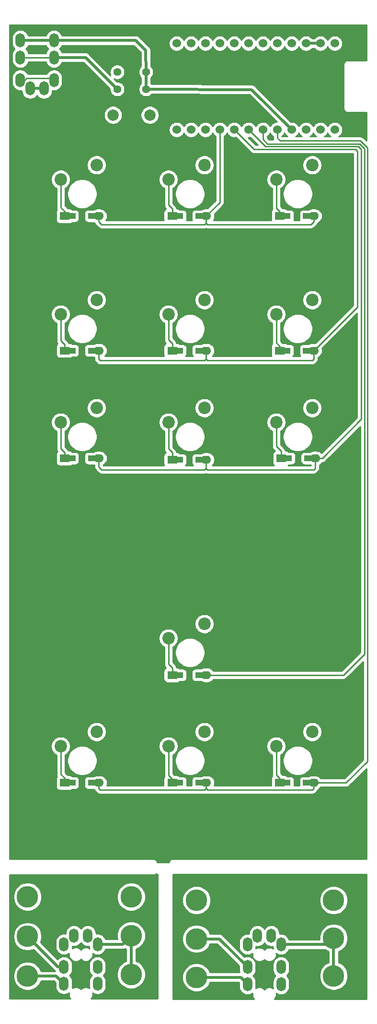
<source format=gtl>
G04 #@! TF.GenerationSoftware,KiCad,Pcbnew,(5.1.8)-1*
G04 #@! TF.CreationDate,2021-12-18T13:29:49+09:00*
G04 #@! TF.ProjectId,keyboard-layouter-playground,6b657962-6f61-4726-942d-6c61796f7574,rev?*
G04 #@! TF.SameCoordinates,Original*
G04 #@! TF.FileFunction,Copper,L1,Top*
G04 #@! TF.FilePolarity,Positive*
%FSLAX46Y46*%
G04 Gerber Fmt 4.6, Leading zero omitted, Abs format (unit mm)*
G04 Created by KiCad (PCBNEW (5.1.8)-1) date 2021-12-18 13:29:49*
%MOMM*%
%LPD*%
G01*
G04 APERTURE LIST*
G04 #@! TA.AperFunction,ComponentPad*
%ADD10O,1.700000X2.500000*%
G04 #@! TD*
G04 #@! TA.AperFunction,ComponentPad*
%ADD11C,3.800000*%
G04 #@! TD*
G04 #@! TA.AperFunction,ComponentPad*
%ADD12C,2.200000*%
G04 #@! TD*
G04 #@! TA.AperFunction,ComponentPad*
%ADD13C,1.524000*%
G04 #@! TD*
G04 #@! TA.AperFunction,ComponentPad*
%ADD14C,1.397000*%
G04 #@! TD*
G04 #@! TA.AperFunction,SMDPad,CuDef*
%ADD15R,1.400000X1.000000*%
G04 #@! TD*
G04 #@! TA.AperFunction,ComponentPad*
%ADD16O,1.778000X1.397000*%
G04 #@! TD*
G04 #@! TA.AperFunction,ComponentPad*
%ADD17R,1.778000X1.397000*%
G04 #@! TD*
G04 #@! TA.AperFunction,ComponentPad*
%ADD18C,2.000000*%
G04 #@! TD*
G04 #@! TA.AperFunction,Conductor*
%ADD19C,0.500000*%
G04 #@! TD*
G04 #@! TA.AperFunction,Conductor*
%ADD20C,0.250000*%
G04 #@! TD*
G04 #@! TA.AperFunction,NonConductor*
%ADD21C,0.254000*%
G04 #@! TD*
G04 #@! TA.AperFunction,NonConductor*
%ADD22C,0.100000*%
G04 #@! TD*
G04 APERTURE END LIST*
D10*
X62933000Y-259522800D03*
X58733000Y-261022800D03*
X58733000Y-265022800D03*
X58733000Y-268022800D03*
X64683000Y-265022800D03*
X64683000Y-268022800D03*
X60483000Y-259522800D03*
X64683000Y-261022800D03*
D11*
X49733200Y-253238000D03*
X49733200Y-260043000D03*
X49733200Y-266848001D03*
X73964800Y-253238000D03*
X73964800Y-266573000D03*
X73964800Y-259905500D03*
D10*
X30497200Y-259497400D03*
X26297200Y-260997400D03*
X26297200Y-264997400D03*
X26297200Y-267997400D03*
X32247200Y-264997400D03*
X32247200Y-267997400D03*
X28047200Y-259497400D03*
X32247200Y-260997400D03*
D11*
X19862800Y-252628400D03*
X19862800Y-259613400D03*
X19862800Y-266598400D03*
X38176200Y-252628400D03*
X38176200Y-266323399D03*
X38176200Y-259475900D03*
D12*
X63813000Y-126044000D03*
X70163000Y-123504000D03*
D13*
X74168000Y-102040400D03*
X71628000Y-102040400D03*
X69088000Y-102040400D03*
X66548000Y-102040400D03*
X64008000Y-102040400D03*
X61468000Y-102040400D03*
X58928000Y-102040400D03*
X56388000Y-102040400D03*
X53848000Y-102040400D03*
X51308000Y-102040400D03*
X48768000Y-102040400D03*
X46228000Y-102040400D03*
X46228000Y-117260400D03*
X48768000Y-117260400D03*
X51308000Y-117260400D03*
X53848000Y-117260400D03*
X56388000Y-117260400D03*
X58928000Y-117260400D03*
X61468000Y-117260400D03*
X64008000Y-117260400D03*
X66548000Y-117260400D03*
X69088000Y-117260400D03*
X71628000Y-117260400D03*
X74168000Y-117260400D03*
D14*
X40792400Y-110109000D03*
X35712400Y-110109000D03*
X40792400Y-107086400D03*
X35712400Y-107086400D03*
D15*
X69213000Y-232504000D03*
X65663000Y-232504000D03*
D16*
X70438000Y-232504000D03*
D17*
X64438000Y-232504000D03*
D15*
X50213000Y-232504000D03*
X46663000Y-232504000D03*
D16*
X51438000Y-232504000D03*
D17*
X45438000Y-232504000D03*
D15*
X31213000Y-232504000D03*
X27663000Y-232504000D03*
D16*
X32438000Y-232504000D03*
D17*
X26438000Y-232504000D03*
D15*
X50213000Y-213504000D03*
X46663000Y-213504000D03*
D16*
X51438000Y-213504000D03*
D17*
X45438000Y-213504000D03*
D15*
X69463000Y-175254000D03*
X65913000Y-175254000D03*
D16*
X70688000Y-175254000D03*
D17*
X64688000Y-175254000D03*
D15*
X50213000Y-175504000D03*
X46663000Y-175504000D03*
D16*
X51438000Y-175504000D03*
D17*
X45438000Y-175504000D03*
D15*
X31213000Y-175254000D03*
X27663000Y-175254000D03*
D16*
X32438000Y-175254000D03*
D17*
X26438000Y-175254000D03*
D15*
X69213000Y-156254000D03*
X65663000Y-156254000D03*
D16*
X70438000Y-156254000D03*
D17*
X64438000Y-156254000D03*
D15*
X50213000Y-156254000D03*
X46663000Y-156254000D03*
D16*
X51438000Y-156254000D03*
D17*
X45438000Y-156254000D03*
D15*
X31213000Y-156254000D03*
X27663000Y-156254000D03*
D16*
X32438000Y-156254000D03*
D17*
X26438000Y-156254000D03*
D15*
X69213000Y-132504000D03*
X65663000Y-132504000D03*
D16*
X70438000Y-132504000D03*
D17*
X64438000Y-132504000D03*
D15*
X50213000Y-132504000D03*
X46663000Y-132504000D03*
D16*
X51438000Y-132504000D03*
D17*
X45438000Y-132504000D03*
D15*
X31213000Y-132504000D03*
X27663000Y-132504000D03*
D16*
X32438000Y-132504000D03*
D17*
X26438000Y-132504000D03*
D10*
X18577800Y-108509800D03*
X22777800Y-110009800D03*
X18577800Y-101509800D03*
X18577800Y-104509800D03*
X24527800Y-101509800D03*
X24527800Y-104509800D03*
X24527800Y-108509800D03*
X20327800Y-110009800D03*
D18*
X41477000Y-114681000D03*
X34977000Y-114681000D03*
D12*
X44763000Y-226056000D03*
X51113000Y-223516000D03*
X25713000Y-226056000D03*
X32063000Y-223516000D03*
X44763000Y-207006000D03*
X51113000Y-204466000D03*
X63813000Y-226056000D03*
X70163000Y-223516000D03*
X63813000Y-168906000D03*
X70163000Y-166366000D03*
X44763000Y-168906000D03*
X51113000Y-166366000D03*
X25713000Y-149856000D03*
X32063000Y-147316000D03*
X63813000Y-149856000D03*
X70163000Y-147316000D03*
X44763000Y-149856000D03*
X51113000Y-147316000D03*
X44763000Y-126044000D03*
X51113000Y-123504000D03*
X25713000Y-126044000D03*
X32063000Y-123504000D03*
X25713000Y-168906000D03*
X32063000Y-166366000D03*
D19*
X20327800Y-110009800D02*
X22777800Y-110009800D01*
D20*
X18577800Y-108509800D02*
X19377800Y-108509800D01*
X19377800Y-108509800D02*
X19677800Y-108209800D01*
X24227800Y-108209800D02*
X24527800Y-108509800D01*
X19677800Y-108209800D02*
X24227800Y-108209800D01*
X24527800Y-104509800D02*
X18577800Y-104509800D01*
D19*
X30113200Y-104509800D02*
X35712400Y-110109000D01*
X24527800Y-104509800D02*
X30113200Y-104509800D01*
X24527800Y-101509800D02*
X18577800Y-101509800D01*
X40767000Y-103276400D02*
X40792400Y-107086400D01*
X39000400Y-101509800D02*
X40767000Y-103276400D01*
X24527800Y-101509800D02*
X39000400Y-101509800D01*
X59472800Y-110185200D02*
X66548000Y-117260400D01*
X40792400Y-110109000D02*
X59472800Y-110185200D01*
X40792400Y-107086400D02*
X40792400Y-110109000D01*
D20*
X31213000Y-132504000D02*
X32438000Y-132504000D01*
X50213000Y-132504000D02*
X51438000Y-132504000D01*
X69213000Y-132504000D02*
X70438000Y-132504000D01*
X32438000Y-133504000D02*
X32438000Y-132504000D01*
X51438000Y-133754000D02*
X51438000Y-132504000D01*
X51188000Y-134004000D02*
X51438000Y-133754000D01*
X32938000Y-134004000D02*
X51188000Y-134004000D01*
X32438000Y-133504000D02*
X32938000Y-134004000D01*
X51438000Y-133754000D02*
X51688000Y-134004000D01*
X70438000Y-133504000D02*
X70438000Y-132504000D01*
X53848000Y-130094000D02*
X51438000Y-132504000D01*
X53848000Y-117260400D02*
X53848000Y-130094000D01*
X69938000Y-134004000D02*
X70438000Y-133504000D01*
X51688000Y-134004000D02*
X69938000Y-134004000D01*
X25713000Y-126044000D02*
X25713000Y-130979000D01*
X26438000Y-131704000D02*
X26438000Y-132504000D01*
X25713000Y-130979000D02*
X26438000Y-131704000D01*
X26438000Y-132504000D02*
X27663000Y-132504000D01*
X44763000Y-126044000D02*
X44763000Y-130579000D01*
X45438000Y-131254000D02*
X45438000Y-132504000D01*
X44763000Y-130579000D02*
X45438000Y-131254000D01*
X45438000Y-132504000D02*
X46663000Y-132504000D01*
X63813000Y-126044000D02*
X63813000Y-131129000D01*
X64438000Y-131754000D02*
X64438000Y-132504000D01*
X63813000Y-131129000D02*
X64438000Y-131754000D01*
X64438000Y-132504000D02*
X65663000Y-132504000D01*
X50213000Y-156254000D02*
X51438000Y-156254000D01*
X31213000Y-156254000D02*
X32438000Y-156254000D01*
X32438000Y-157754000D02*
X32438000Y-156254000D01*
X32438000Y-157754000D02*
X32688000Y-158004000D01*
X32688000Y-158004000D02*
X51188000Y-158004000D01*
X51188000Y-158004000D02*
X51438000Y-157754000D01*
X51438000Y-157754000D02*
X51438000Y-156254000D01*
X51438000Y-157754000D02*
X51688000Y-158004000D01*
X70438000Y-157754000D02*
X70438000Y-156254000D01*
X70188000Y-158004000D02*
X70438000Y-157754000D01*
X51688000Y-158004000D02*
X70188000Y-158004000D01*
X70938000Y-156254000D02*
X68925500Y-156254000D01*
X59853800Y-120726200D02*
X56388000Y-117260400D01*
X77800200Y-120726200D02*
X59853800Y-120726200D01*
X78155800Y-121081800D02*
X77800200Y-120726200D01*
X78155800Y-148536200D02*
X78155800Y-121081800D01*
X70438000Y-156254000D02*
X78155800Y-148536200D01*
X25713000Y-149856000D02*
X25713000Y-154479000D01*
X26438000Y-155204000D02*
X26438000Y-156254000D01*
X25713000Y-154479000D02*
X26438000Y-155204000D01*
X26438000Y-156254000D02*
X27663000Y-156254000D01*
X44763000Y-149856000D02*
X44763000Y-154329000D01*
X45438000Y-155004000D02*
X45438000Y-156254000D01*
X44763000Y-154329000D02*
X45438000Y-155004000D01*
X45438000Y-156254000D02*
X46663000Y-156254000D01*
X63813000Y-149856000D02*
X63813000Y-154879000D01*
X64438000Y-155504000D02*
X64438000Y-156254000D01*
X63813000Y-154879000D02*
X64438000Y-155504000D01*
X64438000Y-156254000D02*
X65663000Y-156254000D01*
X69463000Y-175254000D02*
X70688000Y-175254000D01*
X31213000Y-175254000D02*
X32438000Y-175254000D01*
X50213000Y-175504000D02*
X51438000Y-175504000D01*
X32438000Y-176754000D02*
X32438000Y-175254000D01*
X32438000Y-176754000D02*
X32938000Y-177254000D01*
X32938000Y-177254000D02*
X51188000Y-177254000D01*
X51188000Y-177254000D02*
X51438000Y-177004000D01*
X51438000Y-177004000D02*
X51438000Y-175504000D01*
X51438000Y-177004000D02*
X51688000Y-177254000D01*
X70688000Y-177004000D02*
X70688000Y-175254000D01*
X70438000Y-177254000D02*
X70688000Y-177004000D01*
X51688000Y-177254000D02*
X70438000Y-177254000D01*
X71938000Y-175254000D02*
X70688000Y-175254000D01*
X78867000Y-168325000D02*
X71938000Y-175254000D01*
X78867000Y-120751600D02*
X78867000Y-168325000D01*
X78359705Y-120244305D02*
X78867000Y-120751600D01*
X61911905Y-120244305D02*
X78359705Y-120244305D01*
X58928000Y-117260400D02*
X61911905Y-120244305D01*
X25713000Y-168906000D02*
X25713000Y-173529000D01*
X26438000Y-174254000D02*
X26438000Y-175254000D01*
X25713000Y-173529000D02*
X26438000Y-174254000D01*
X26438000Y-175254000D02*
X27663000Y-175254000D01*
X44763000Y-168906000D02*
X44763000Y-173579000D01*
X45438000Y-174254000D02*
X45438000Y-175504000D01*
X44763000Y-173579000D02*
X45438000Y-174254000D01*
X45438000Y-175504000D02*
X46663000Y-175504000D01*
X63813000Y-168906000D02*
X63813000Y-173129000D01*
X64688000Y-174004000D02*
X64688000Y-175254000D01*
X63813000Y-173129000D02*
X64688000Y-174004000D01*
X64688000Y-175254000D02*
X65913000Y-175254000D01*
X50213000Y-213504000D02*
X51438000Y-213504000D01*
X61468000Y-117260400D02*
X61468000Y-118973600D01*
X61468000Y-118973600D02*
X62280800Y-119786400D01*
X78562200Y-119786400D02*
X79400400Y-120624600D01*
X62280800Y-119786400D02*
X78562200Y-119786400D01*
X75675000Y-213504000D02*
X51438000Y-213504000D01*
X79400400Y-209778600D02*
X75675000Y-213504000D01*
X79400400Y-120624600D02*
X79400400Y-209778600D01*
X44763000Y-207006000D02*
X44763000Y-211579000D01*
X45438000Y-212254000D02*
X45438000Y-213504000D01*
X44763000Y-211579000D02*
X45438000Y-212254000D01*
X45438000Y-213504000D02*
X46663000Y-213504000D01*
X32438000Y-233504000D02*
X32438000Y-232504000D01*
X32438000Y-233504000D02*
X32688000Y-233754000D01*
X32688000Y-233754000D02*
X51188000Y-233754000D01*
X51188000Y-233754000D02*
X51438000Y-233504000D01*
X51438000Y-233504000D02*
X51438000Y-232504000D01*
X51438000Y-233504000D02*
X51688000Y-233754000D01*
X70438000Y-233504000D02*
X70438000Y-232504000D01*
X70188000Y-233754000D02*
X70438000Y-233504000D01*
X51688000Y-233754000D02*
X70188000Y-233754000D01*
X70438000Y-232504000D02*
X69213000Y-232504000D01*
X51438000Y-232504000D02*
X50213000Y-232504000D01*
X32438000Y-232504000D02*
X31213000Y-232504000D01*
X64008000Y-117260400D02*
X64008000Y-118745000D01*
X64008000Y-118745000D02*
X64490600Y-119227600D01*
X64490600Y-119227600D02*
X78663800Y-119227600D01*
X78663800Y-119227600D02*
X79908400Y-120472200D01*
X79908400Y-120472200D02*
X79908400Y-228752400D01*
X76156800Y-232504000D02*
X70438000Y-232504000D01*
X79908400Y-228752400D02*
X76156800Y-232504000D01*
X25713000Y-226056000D02*
X25713000Y-230979000D01*
X26438000Y-231704000D02*
X26438000Y-232504000D01*
X25713000Y-230979000D02*
X26438000Y-231704000D01*
X27663000Y-232504000D02*
X26438000Y-232504000D01*
X44763000Y-226056000D02*
X44763000Y-231179000D01*
X44763000Y-231179000D02*
X45438000Y-231854000D01*
X45438000Y-231854000D02*
X45438000Y-232504000D01*
X46663000Y-232504000D02*
X45438000Y-232504000D01*
X63813000Y-226056000D02*
X63813000Y-231129000D01*
X64438000Y-231754000D02*
X64438000Y-232504000D01*
X63813000Y-231129000D02*
X64438000Y-231754000D01*
X65663000Y-232504000D02*
X64438000Y-232504000D01*
D19*
X69088000Y-102040400D02*
X71628000Y-102040400D01*
X36654700Y-260997400D02*
X38176200Y-259475900D01*
X32247200Y-260997400D02*
X36654700Y-260997400D01*
X38176200Y-266323399D02*
X38176200Y-259475900D01*
X24898200Y-266598400D02*
X26297200Y-267997400D01*
X19862800Y-266598400D02*
X24898200Y-266598400D01*
X25246800Y-264997400D02*
X26297200Y-264997400D01*
X19862800Y-259613400D02*
X25246800Y-264997400D01*
X72847500Y-261022800D02*
X73964800Y-259905500D01*
X64683000Y-261022800D02*
X72847500Y-261022800D01*
X73964800Y-259905500D02*
X73964800Y-266573000D01*
X57558201Y-266848001D02*
X58733000Y-268022800D01*
X49733200Y-266848001D02*
X57558201Y-266848001D01*
X53753200Y-260043000D02*
X58733000Y-265022800D01*
X49733200Y-260043000D02*
X53753200Y-260043000D01*
D21*
X79731448Y-98804519D02*
X79728352Y-105044000D01*
X76472877Y-105044000D01*
X76438000Y-105040565D01*
X76403123Y-105044000D01*
X76298816Y-105054273D01*
X76164980Y-105094872D01*
X76041637Y-105160800D01*
X75933525Y-105249525D01*
X75844800Y-105357637D01*
X75778872Y-105480980D01*
X75738273Y-105614816D01*
X75724565Y-105754000D01*
X75728000Y-105788877D01*
X75728001Y-113469113D01*
X75724565Y-113504000D01*
X75738273Y-113643184D01*
X75778872Y-113777020D01*
X75844800Y-113900363D01*
X75933525Y-114008475D01*
X76041637Y-114097200D01*
X76164980Y-114163128D01*
X76298816Y-114203727D01*
X76403123Y-114214000D01*
X76438000Y-114217435D01*
X76472877Y-114214000D01*
X79728018Y-114214000D01*
X79728138Y-119217137D01*
X79227604Y-118716603D01*
X79203801Y-118687599D01*
X79088076Y-118592626D01*
X78956047Y-118522054D01*
X78812786Y-118478597D01*
X78701133Y-118467600D01*
X78701122Y-118467600D01*
X78663800Y-118463924D01*
X78626478Y-118467600D01*
X74875830Y-118467600D01*
X75058535Y-118345520D01*
X75253120Y-118150935D01*
X75406005Y-117922127D01*
X75511314Y-117667890D01*
X75565000Y-117397992D01*
X75565000Y-117122808D01*
X75511314Y-116852910D01*
X75406005Y-116598673D01*
X75253120Y-116369865D01*
X75058535Y-116175280D01*
X74829727Y-116022395D01*
X74575490Y-115917086D01*
X74305592Y-115863400D01*
X74030408Y-115863400D01*
X73760510Y-115917086D01*
X73506273Y-116022395D01*
X73277465Y-116175280D01*
X73082880Y-116369865D01*
X72929995Y-116598673D01*
X72898000Y-116675915D01*
X72866005Y-116598673D01*
X72713120Y-116369865D01*
X72518535Y-116175280D01*
X72289727Y-116022395D01*
X72035490Y-115917086D01*
X71765592Y-115863400D01*
X71490408Y-115863400D01*
X71220510Y-115917086D01*
X70966273Y-116022395D01*
X70737465Y-116175280D01*
X70542880Y-116369865D01*
X70389995Y-116598673D01*
X70358000Y-116675915D01*
X70326005Y-116598673D01*
X70173120Y-116369865D01*
X69978535Y-116175280D01*
X69749727Y-116022395D01*
X69495490Y-115917086D01*
X69225592Y-115863400D01*
X68950408Y-115863400D01*
X68680510Y-115917086D01*
X68426273Y-116022395D01*
X68197465Y-116175280D01*
X68002880Y-116369865D01*
X67849995Y-116598673D01*
X67818000Y-116675915D01*
X67786005Y-116598673D01*
X67633120Y-116369865D01*
X67438535Y-116175280D01*
X67209727Y-116022395D01*
X66955490Y-115917086D01*
X66685592Y-115863400D01*
X66410408Y-115863400D01*
X66403878Y-115864699D01*
X60130606Y-109591428D01*
X60104176Y-109558954D01*
X60069131Y-109529953D01*
X60067846Y-109528668D01*
X60035518Y-109502137D01*
X59969870Y-109447811D01*
X59968268Y-109446946D01*
X59966859Y-109445790D01*
X59891540Y-109405532D01*
X59816461Y-109365007D01*
X59814721Y-109364471D01*
X59813113Y-109363612D01*
X59731367Y-109338814D01*
X59649845Y-109313720D01*
X59648035Y-109313534D01*
X59646290Y-109313005D01*
X59561392Y-109304644D01*
X59519886Y-109300385D01*
X59518072Y-109300378D01*
X59472800Y-109295919D01*
X59431129Y-109300023D01*
X41797347Y-109228093D01*
X41677400Y-109108146D01*
X41677400Y-108087254D01*
X41828197Y-107936457D01*
X41974132Y-107718049D01*
X42074654Y-107475368D01*
X42125900Y-107217738D01*
X42125900Y-106955062D01*
X42074654Y-106697432D01*
X41974132Y-106454751D01*
X41828197Y-106236343D01*
X41670702Y-106078848D01*
X41652289Y-103316931D01*
X41656281Y-103276400D01*
X41651710Y-103229984D01*
X41651690Y-103227025D01*
X41647448Y-103186710D01*
X41639195Y-103102910D01*
X41638330Y-103100060D01*
X41638019Y-103097100D01*
X41613051Y-103016725D01*
X41588589Y-102936086D01*
X41587184Y-102933458D01*
X41586302Y-102930618D01*
X41546172Y-102856728D01*
X41506411Y-102782341D01*
X41504519Y-102780035D01*
X41503100Y-102777423D01*
X41449309Y-102712762D01*
X41423532Y-102681353D01*
X41421437Y-102679258D01*
X41391611Y-102643405D01*
X41359959Y-102617780D01*
X40644987Y-101902808D01*
X44831000Y-101902808D01*
X44831000Y-102177992D01*
X44884686Y-102447890D01*
X44989995Y-102702127D01*
X45142880Y-102930935D01*
X45337465Y-103125520D01*
X45566273Y-103278405D01*
X45820510Y-103383714D01*
X46090408Y-103437400D01*
X46365592Y-103437400D01*
X46635490Y-103383714D01*
X46889727Y-103278405D01*
X47118535Y-103125520D01*
X47313120Y-102930935D01*
X47466005Y-102702127D01*
X47498000Y-102624885D01*
X47529995Y-102702127D01*
X47682880Y-102930935D01*
X47877465Y-103125520D01*
X48106273Y-103278405D01*
X48360510Y-103383714D01*
X48630408Y-103437400D01*
X48905592Y-103437400D01*
X49175490Y-103383714D01*
X49429727Y-103278405D01*
X49658535Y-103125520D01*
X49853120Y-102930935D01*
X50006005Y-102702127D01*
X50038000Y-102624885D01*
X50069995Y-102702127D01*
X50222880Y-102930935D01*
X50417465Y-103125520D01*
X50646273Y-103278405D01*
X50900510Y-103383714D01*
X51170408Y-103437400D01*
X51445592Y-103437400D01*
X51715490Y-103383714D01*
X51969727Y-103278405D01*
X52198535Y-103125520D01*
X52393120Y-102930935D01*
X52546005Y-102702127D01*
X52578000Y-102624885D01*
X52609995Y-102702127D01*
X52762880Y-102930935D01*
X52957465Y-103125520D01*
X53186273Y-103278405D01*
X53440510Y-103383714D01*
X53710408Y-103437400D01*
X53985592Y-103437400D01*
X54255490Y-103383714D01*
X54509727Y-103278405D01*
X54738535Y-103125520D01*
X54933120Y-102930935D01*
X55086005Y-102702127D01*
X55118000Y-102624885D01*
X55149995Y-102702127D01*
X55302880Y-102930935D01*
X55497465Y-103125520D01*
X55726273Y-103278405D01*
X55980510Y-103383714D01*
X56250408Y-103437400D01*
X56525592Y-103437400D01*
X56795490Y-103383714D01*
X57049727Y-103278405D01*
X57278535Y-103125520D01*
X57473120Y-102930935D01*
X57626005Y-102702127D01*
X57658000Y-102624885D01*
X57689995Y-102702127D01*
X57842880Y-102930935D01*
X58037465Y-103125520D01*
X58266273Y-103278405D01*
X58520510Y-103383714D01*
X58790408Y-103437400D01*
X59065592Y-103437400D01*
X59335490Y-103383714D01*
X59589727Y-103278405D01*
X59818535Y-103125520D01*
X60013120Y-102930935D01*
X60166005Y-102702127D01*
X60198000Y-102624885D01*
X60229995Y-102702127D01*
X60382880Y-102930935D01*
X60577465Y-103125520D01*
X60806273Y-103278405D01*
X61060510Y-103383714D01*
X61330408Y-103437400D01*
X61605592Y-103437400D01*
X61875490Y-103383714D01*
X62129727Y-103278405D01*
X62358535Y-103125520D01*
X62553120Y-102930935D01*
X62706005Y-102702127D01*
X62738000Y-102624885D01*
X62769995Y-102702127D01*
X62922880Y-102930935D01*
X63117465Y-103125520D01*
X63346273Y-103278405D01*
X63600510Y-103383714D01*
X63870408Y-103437400D01*
X64145592Y-103437400D01*
X64415490Y-103383714D01*
X64669727Y-103278405D01*
X64898535Y-103125520D01*
X65093120Y-102930935D01*
X65246005Y-102702127D01*
X65278000Y-102624885D01*
X65309995Y-102702127D01*
X65462880Y-102930935D01*
X65657465Y-103125520D01*
X65886273Y-103278405D01*
X66140510Y-103383714D01*
X66410408Y-103437400D01*
X66685592Y-103437400D01*
X66955490Y-103383714D01*
X67209727Y-103278405D01*
X67438535Y-103125520D01*
X67633120Y-102930935D01*
X67786005Y-102702127D01*
X67818000Y-102624885D01*
X67849995Y-102702127D01*
X68002880Y-102930935D01*
X68197465Y-103125520D01*
X68426273Y-103278405D01*
X68680510Y-103383714D01*
X68950408Y-103437400D01*
X69225592Y-103437400D01*
X69495490Y-103383714D01*
X69749727Y-103278405D01*
X69978535Y-103125520D01*
X70173120Y-102930935D01*
X70176818Y-102925400D01*
X70539182Y-102925400D01*
X70542880Y-102930935D01*
X70737465Y-103125520D01*
X70966273Y-103278405D01*
X71220510Y-103383714D01*
X71490408Y-103437400D01*
X71765592Y-103437400D01*
X72035490Y-103383714D01*
X72289727Y-103278405D01*
X72518535Y-103125520D01*
X72713120Y-102930935D01*
X72866005Y-102702127D01*
X72898000Y-102624885D01*
X72929995Y-102702127D01*
X73082880Y-102930935D01*
X73277465Y-103125520D01*
X73506273Y-103278405D01*
X73760510Y-103383714D01*
X74030408Y-103437400D01*
X74305592Y-103437400D01*
X74575490Y-103383714D01*
X74829727Y-103278405D01*
X75058535Y-103125520D01*
X75253120Y-102930935D01*
X75406005Y-102702127D01*
X75511314Y-102447890D01*
X75565000Y-102177992D01*
X75565000Y-101902808D01*
X75511314Y-101632910D01*
X75406005Y-101378673D01*
X75253120Y-101149865D01*
X75058535Y-100955280D01*
X74829727Y-100802395D01*
X74575490Y-100697086D01*
X74305592Y-100643400D01*
X74030408Y-100643400D01*
X73760510Y-100697086D01*
X73506273Y-100802395D01*
X73277465Y-100955280D01*
X73082880Y-101149865D01*
X72929995Y-101378673D01*
X72898000Y-101455915D01*
X72866005Y-101378673D01*
X72713120Y-101149865D01*
X72518535Y-100955280D01*
X72289727Y-100802395D01*
X72035490Y-100697086D01*
X71765592Y-100643400D01*
X71490408Y-100643400D01*
X71220510Y-100697086D01*
X70966273Y-100802395D01*
X70737465Y-100955280D01*
X70542880Y-101149865D01*
X70539182Y-101155400D01*
X70176818Y-101155400D01*
X70173120Y-101149865D01*
X69978535Y-100955280D01*
X69749727Y-100802395D01*
X69495490Y-100697086D01*
X69225592Y-100643400D01*
X68950408Y-100643400D01*
X68680510Y-100697086D01*
X68426273Y-100802395D01*
X68197465Y-100955280D01*
X68002880Y-101149865D01*
X67849995Y-101378673D01*
X67818000Y-101455915D01*
X67786005Y-101378673D01*
X67633120Y-101149865D01*
X67438535Y-100955280D01*
X67209727Y-100802395D01*
X66955490Y-100697086D01*
X66685592Y-100643400D01*
X66410408Y-100643400D01*
X66140510Y-100697086D01*
X65886273Y-100802395D01*
X65657465Y-100955280D01*
X65462880Y-101149865D01*
X65309995Y-101378673D01*
X65278000Y-101455915D01*
X65246005Y-101378673D01*
X65093120Y-101149865D01*
X64898535Y-100955280D01*
X64669727Y-100802395D01*
X64415490Y-100697086D01*
X64145592Y-100643400D01*
X63870408Y-100643400D01*
X63600510Y-100697086D01*
X63346273Y-100802395D01*
X63117465Y-100955280D01*
X62922880Y-101149865D01*
X62769995Y-101378673D01*
X62738000Y-101455915D01*
X62706005Y-101378673D01*
X62553120Y-101149865D01*
X62358535Y-100955280D01*
X62129727Y-100802395D01*
X61875490Y-100697086D01*
X61605592Y-100643400D01*
X61330408Y-100643400D01*
X61060510Y-100697086D01*
X60806273Y-100802395D01*
X60577465Y-100955280D01*
X60382880Y-101149865D01*
X60229995Y-101378673D01*
X60198000Y-101455915D01*
X60166005Y-101378673D01*
X60013120Y-101149865D01*
X59818535Y-100955280D01*
X59589727Y-100802395D01*
X59335490Y-100697086D01*
X59065592Y-100643400D01*
X58790408Y-100643400D01*
X58520510Y-100697086D01*
X58266273Y-100802395D01*
X58037465Y-100955280D01*
X57842880Y-101149865D01*
X57689995Y-101378673D01*
X57658000Y-101455915D01*
X57626005Y-101378673D01*
X57473120Y-101149865D01*
X57278535Y-100955280D01*
X57049727Y-100802395D01*
X56795490Y-100697086D01*
X56525592Y-100643400D01*
X56250408Y-100643400D01*
X55980510Y-100697086D01*
X55726273Y-100802395D01*
X55497465Y-100955280D01*
X55302880Y-101149865D01*
X55149995Y-101378673D01*
X55118000Y-101455915D01*
X55086005Y-101378673D01*
X54933120Y-101149865D01*
X54738535Y-100955280D01*
X54509727Y-100802395D01*
X54255490Y-100697086D01*
X53985592Y-100643400D01*
X53710408Y-100643400D01*
X53440510Y-100697086D01*
X53186273Y-100802395D01*
X52957465Y-100955280D01*
X52762880Y-101149865D01*
X52609995Y-101378673D01*
X52578000Y-101455915D01*
X52546005Y-101378673D01*
X52393120Y-101149865D01*
X52198535Y-100955280D01*
X51969727Y-100802395D01*
X51715490Y-100697086D01*
X51445592Y-100643400D01*
X51170408Y-100643400D01*
X50900510Y-100697086D01*
X50646273Y-100802395D01*
X50417465Y-100955280D01*
X50222880Y-101149865D01*
X50069995Y-101378673D01*
X50038000Y-101455915D01*
X50006005Y-101378673D01*
X49853120Y-101149865D01*
X49658535Y-100955280D01*
X49429727Y-100802395D01*
X49175490Y-100697086D01*
X48905592Y-100643400D01*
X48630408Y-100643400D01*
X48360510Y-100697086D01*
X48106273Y-100802395D01*
X47877465Y-100955280D01*
X47682880Y-101149865D01*
X47529995Y-101378673D01*
X47498000Y-101455915D01*
X47466005Y-101378673D01*
X47313120Y-101149865D01*
X47118535Y-100955280D01*
X46889727Y-100802395D01*
X46635490Y-100697086D01*
X46365592Y-100643400D01*
X46090408Y-100643400D01*
X45820510Y-100697086D01*
X45566273Y-100802395D01*
X45337465Y-100955280D01*
X45142880Y-101149865D01*
X44989995Y-101378673D01*
X44884686Y-101632910D01*
X44831000Y-101902808D01*
X40644987Y-101902808D01*
X39656934Y-100914756D01*
X39629217Y-100880983D01*
X39494459Y-100770389D01*
X39340713Y-100688211D01*
X39173890Y-100637605D01*
X39043877Y-100624800D01*
X39043869Y-100624800D01*
X39000400Y-100620519D01*
X38956931Y-100624800D01*
X25932497Y-100624800D01*
X25906399Y-100538766D01*
X25768506Y-100280786D01*
X25582934Y-100054666D01*
X25356813Y-99869094D01*
X25098833Y-99731201D01*
X24818910Y-99646287D01*
X24527800Y-99617615D01*
X24236689Y-99646287D01*
X23956766Y-99731201D01*
X23698786Y-99869094D01*
X23472666Y-100054666D01*
X23287094Y-100280787D01*
X23149201Y-100538767D01*
X23123103Y-100624800D01*
X19982497Y-100624800D01*
X19956399Y-100538766D01*
X19818506Y-100280786D01*
X19632934Y-100054666D01*
X19406813Y-99869094D01*
X19148833Y-99731201D01*
X18868910Y-99646287D01*
X18577800Y-99617615D01*
X18286689Y-99646287D01*
X18006766Y-99731201D01*
X17748786Y-99869094D01*
X17522666Y-100054666D01*
X17337094Y-100280787D01*
X17199201Y-100538767D01*
X17114287Y-100818690D01*
X17092800Y-101036851D01*
X17092800Y-101982750D01*
X17114287Y-102200911D01*
X17199201Y-102480834D01*
X17337094Y-102738814D01*
X17522666Y-102964934D01*
X17577335Y-103009800D01*
X17522666Y-103054666D01*
X17337094Y-103280787D01*
X17199201Y-103538767D01*
X17114287Y-103818690D01*
X17092800Y-104036851D01*
X17092800Y-104982750D01*
X17114287Y-105200911D01*
X17199201Y-105480834D01*
X17337094Y-105738814D01*
X17522666Y-105964934D01*
X17748787Y-106150506D01*
X18006767Y-106288399D01*
X18286690Y-106373313D01*
X18577800Y-106401985D01*
X18868911Y-106373313D01*
X19148834Y-106288399D01*
X19406814Y-106150506D01*
X19632934Y-105964934D01*
X19818506Y-105738814D01*
X19956399Y-105480834D01*
X20020416Y-105269800D01*
X23085184Y-105269800D01*
X23149201Y-105480834D01*
X23287094Y-105738814D01*
X23472666Y-105964934D01*
X23698787Y-106150506D01*
X23956767Y-106288399D01*
X24236690Y-106373313D01*
X24527800Y-106401985D01*
X24818911Y-106373313D01*
X25098834Y-106288399D01*
X25356814Y-106150506D01*
X25582934Y-105964934D01*
X25768506Y-105738814D01*
X25906399Y-105480834D01*
X25932497Y-105394800D01*
X29746622Y-105394800D01*
X34378900Y-110027079D01*
X34378900Y-110240338D01*
X34430146Y-110497968D01*
X34530668Y-110740649D01*
X34676603Y-110959057D01*
X34862343Y-111144797D01*
X35080751Y-111290732D01*
X35323432Y-111391254D01*
X35581062Y-111442500D01*
X35843738Y-111442500D01*
X36101368Y-111391254D01*
X36344049Y-111290732D01*
X36562457Y-111144797D01*
X36748197Y-110959057D01*
X36894132Y-110740649D01*
X36994654Y-110497968D01*
X37045900Y-110240338D01*
X37045900Y-109977662D01*
X36994654Y-109720032D01*
X36894132Y-109477351D01*
X36748197Y-109258943D01*
X36562457Y-109073203D01*
X36344049Y-108927268D01*
X36101368Y-108826746D01*
X35843738Y-108775500D01*
X35630479Y-108775500D01*
X35153064Y-108298085D01*
X35323432Y-108368654D01*
X35581062Y-108419900D01*
X35843738Y-108419900D01*
X36101368Y-108368654D01*
X36344049Y-108268132D01*
X36562457Y-108122197D01*
X36748197Y-107936457D01*
X36894132Y-107718049D01*
X36994654Y-107475368D01*
X37045900Y-107217738D01*
X37045900Y-106955062D01*
X36994654Y-106697432D01*
X36894132Y-106454751D01*
X36748197Y-106236343D01*
X36562457Y-106050603D01*
X36344049Y-105904668D01*
X36101368Y-105804146D01*
X35843738Y-105752900D01*
X35581062Y-105752900D01*
X35323432Y-105804146D01*
X35080751Y-105904668D01*
X34862343Y-106050603D01*
X34676603Y-106236343D01*
X34530668Y-106454751D01*
X34430146Y-106697432D01*
X34378900Y-106955062D01*
X34378900Y-107217738D01*
X34430146Y-107475368D01*
X34500715Y-107645736D01*
X30769734Y-103914756D01*
X30742017Y-103880983D01*
X30607259Y-103770389D01*
X30453513Y-103688211D01*
X30286690Y-103637605D01*
X30156677Y-103624800D01*
X30156669Y-103624800D01*
X30113200Y-103620519D01*
X30069731Y-103624800D01*
X25932497Y-103624800D01*
X25906399Y-103538766D01*
X25768506Y-103280786D01*
X25582934Y-103054666D01*
X25528265Y-103009800D01*
X25582934Y-102964934D01*
X25768506Y-102738814D01*
X25906399Y-102480834D01*
X25932497Y-102394800D01*
X38633822Y-102394800D01*
X39884441Y-103645420D01*
X39900753Y-106092193D01*
X39756603Y-106236343D01*
X39610668Y-106454751D01*
X39510146Y-106697432D01*
X39458900Y-106955062D01*
X39458900Y-107217738D01*
X39510146Y-107475368D01*
X39610668Y-107718049D01*
X39756603Y-107936457D01*
X39907400Y-108087254D01*
X39907401Y-109108145D01*
X39756603Y-109258943D01*
X39610668Y-109477351D01*
X39510146Y-109720032D01*
X39458900Y-109977662D01*
X39458900Y-110240338D01*
X39510146Y-110497968D01*
X39610668Y-110740649D01*
X39756603Y-110959057D01*
X39942343Y-111144797D01*
X40160751Y-111290732D01*
X40403432Y-111391254D01*
X40661062Y-111442500D01*
X40923738Y-111442500D01*
X41181368Y-111391254D01*
X41424049Y-111290732D01*
X41642457Y-111144797D01*
X41789181Y-110998073D01*
X59104727Y-111068705D01*
X63899421Y-115863400D01*
X63870408Y-115863400D01*
X63600510Y-115917086D01*
X63346273Y-116022395D01*
X63117465Y-116175280D01*
X62922880Y-116369865D01*
X62769995Y-116598673D01*
X62738000Y-116675915D01*
X62706005Y-116598673D01*
X62553120Y-116369865D01*
X62358535Y-116175280D01*
X62129727Y-116022395D01*
X61875490Y-115917086D01*
X61605592Y-115863400D01*
X61330408Y-115863400D01*
X61060510Y-115917086D01*
X60806273Y-116022395D01*
X60577465Y-116175280D01*
X60382880Y-116369865D01*
X60229995Y-116598673D01*
X60198000Y-116675915D01*
X60166005Y-116598673D01*
X60013120Y-116369865D01*
X59818535Y-116175280D01*
X59589727Y-116022395D01*
X59335490Y-115917086D01*
X59065592Y-115863400D01*
X58790408Y-115863400D01*
X58520510Y-115917086D01*
X58266273Y-116022395D01*
X58037465Y-116175280D01*
X57842880Y-116369865D01*
X57689995Y-116598673D01*
X57658000Y-116675915D01*
X57626005Y-116598673D01*
X57473120Y-116369865D01*
X57278535Y-116175280D01*
X57049727Y-116022395D01*
X56795490Y-115917086D01*
X56525592Y-115863400D01*
X56250408Y-115863400D01*
X55980510Y-115917086D01*
X55726273Y-116022395D01*
X55497465Y-116175280D01*
X55302880Y-116369865D01*
X55149995Y-116598673D01*
X55118000Y-116675915D01*
X55086005Y-116598673D01*
X54933120Y-116369865D01*
X54738535Y-116175280D01*
X54509727Y-116022395D01*
X54255490Y-115917086D01*
X53985592Y-115863400D01*
X53710408Y-115863400D01*
X53440510Y-115917086D01*
X53186273Y-116022395D01*
X52957465Y-116175280D01*
X52762880Y-116369865D01*
X52609995Y-116598673D01*
X52578000Y-116675915D01*
X52546005Y-116598673D01*
X52393120Y-116369865D01*
X52198535Y-116175280D01*
X51969727Y-116022395D01*
X51715490Y-115917086D01*
X51445592Y-115863400D01*
X51170408Y-115863400D01*
X50900510Y-115917086D01*
X50646273Y-116022395D01*
X50417465Y-116175280D01*
X50222880Y-116369865D01*
X50069995Y-116598673D01*
X50038000Y-116675915D01*
X50006005Y-116598673D01*
X49853120Y-116369865D01*
X49658535Y-116175280D01*
X49429727Y-116022395D01*
X49175490Y-115917086D01*
X48905592Y-115863400D01*
X48630408Y-115863400D01*
X48360510Y-115917086D01*
X48106273Y-116022395D01*
X47877465Y-116175280D01*
X47682880Y-116369865D01*
X47529995Y-116598673D01*
X47498000Y-116675915D01*
X47466005Y-116598673D01*
X47313120Y-116369865D01*
X47118535Y-116175280D01*
X46889727Y-116022395D01*
X46635490Y-115917086D01*
X46365592Y-115863400D01*
X46090408Y-115863400D01*
X45820510Y-115917086D01*
X45566273Y-116022395D01*
X45337465Y-116175280D01*
X45142880Y-116369865D01*
X44989995Y-116598673D01*
X44884686Y-116852910D01*
X44831000Y-117122808D01*
X44831000Y-117397992D01*
X44884686Y-117667890D01*
X44989995Y-117922127D01*
X45142880Y-118150935D01*
X45337465Y-118345520D01*
X45566273Y-118498405D01*
X45820510Y-118603714D01*
X46090408Y-118657400D01*
X46365592Y-118657400D01*
X46635490Y-118603714D01*
X46889727Y-118498405D01*
X47118535Y-118345520D01*
X47313120Y-118150935D01*
X47466005Y-117922127D01*
X47498000Y-117844885D01*
X47529995Y-117922127D01*
X47682880Y-118150935D01*
X47877465Y-118345520D01*
X48106273Y-118498405D01*
X48360510Y-118603714D01*
X48630408Y-118657400D01*
X48905592Y-118657400D01*
X49175490Y-118603714D01*
X49429727Y-118498405D01*
X49658535Y-118345520D01*
X49853120Y-118150935D01*
X50006005Y-117922127D01*
X50038000Y-117844885D01*
X50069995Y-117922127D01*
X50222880Y-118150935D01*
X50417465Y-118345520D01*
X50646273Y-118498405D01*
X50900510Y-118603714D01*
X51170408Y-118657400D01*
X51445592Y-118657400D01*
X51715490Y-118603714D01*
X51969727Y-118498405D01*
X52198535Y-118345520D01*
X52393120Y-118150935D01*
X52546005Y-117922127D01*
X52578000Y-117844885D01*
X52609995Y-117922127D01*
X52762880Y-118150935D01*
X52957465Y-118345520D01*
X53088000Y-118432741D01*
X53088001Y-129779197D01*
X51696457Y-131170741D01*
X51694008Y-131170500D01*
X51181992Y-131170500D01*
X50986088Y-131189795D01*
X50734723Y-131266046D01*
X50547857Y-131365928D01*
X49513000Y-131365928D01*
X49388518Y-131378188D01*
X49268820Y-131414498D01*
X49158506Y-131473463D01*
X49061815Y-131552815D01*
X48982463Y-131649506D01*
X48923498Y-131759820D01*
X48887188Y-131879518D01*
X48874928Y-132004000D01*
X48874928Y-133004000D01*
X48887188Y-133128482D01*
X48922230Y-133244000D01*
X47953770Y-133244000D01*
X47988812Y-133128482D01*
X48001072Y-133004000D01*
X48001072Y-132004000D01*
X47988812Y-131879518D01*
X47952502Y-131759820D01*
X47893537Y-131649506D01*
X47814185Y-131552815D01*
X47717494Y-131473463D01*
X47607180Y-131414498D01*
X47487482Y-131378188D01*
X47363000Y-131365928D01*
X46787716Y-131365928D01*
X46778185Y-131354315D01*
X46681494Y-131274963D01*
X46571180Y-131215998D01*
X46451482Y-131179688D01*
X46327000Y-131167428D01*
X46193150Y-131167428D01*
X46187003Y-131105014D01*
X46143546Y-130961753D01*
X46095169Y-130871247D01*
X46072974Y-130829723D01*
X46001799Y-130742997D01*
X45978001Y-130713999D01*
X45949004Y-130690202D01*
X45523000Y-130264199D01*
X45523000Y-128324475D01*
X45938000Y-128324475D01*
X45938000Y-128843525D01*
X46039261Y-129352601D01*
X46237893Y-129832141D01*
X46526262Y-130263715D01*
X46893285Y-130630738D01*
X47324859Y-130919107D01*
X47804399Y-131117739D01*
X48313475Y-131219000D01*
X48832525Y-131219000D01*
X49341601Y-131117739D01*
X49821141Y-130919107D01*
X50252715Y-130630738D01*
X50619738Y-130263715D01*
X50908107Y-129832141D01*
X51106739Y-129352601D01*
X51208000Y-128843525D01*
X51208000Y-128324475D01*
X51106739Y-127815399D01*
X50908107Y-127335859D01*
X50619738Y-126904285D01*
X50252715Y-126537262D01*
X49821141Y-126248893D01*
X49341601Y-126050261D01*
X48832525Y-125949000D01*
X48313475Y-125949000D01*
X47804399Y-126050261D01*
X47324859Y-126248893D01*
X46893285Y-126537262D01*
X46526262Y-126904285D01*
X46237893Y-127335859D01*
X46039261Y-127815399D01*
X45938000Y-128324475D01*
X45523000Y-128324475D01*
X45523000Y-127607148D01*
X45584831Y-127581537D01*
X45868998Y-127391663D01*
X46110663Y-127149998D01*
X46300537Y-126865831D01*
X46431325Y-126550081D01*
X46498000Y-126214883D01*
X46498000Y-125873117D01*
X46431325Y-125537919D01*
X46300537Y-125222169D01*
X46110663Y-124938002D01*
X45868998Y-124696337D01*
X45584831Y-124506463D01*
X45269081Y-124375675D01*
X44933883Y-124309000D01*
X44592117Y-124309000D01*
X44256919Y-124375675D01*
X43941169Y-124506463D01*
X43657002Y-124696337D01*
X43415337Y-124938002D01*
X43225463Y-125222169D01*
X43094675Y-125537919D01*
X43028000Y-125873117D01*
X43028000Y-126214883D01*
X43094675Y-126550081D01*
X43225463Y-126865831D01*
X43415337Y-127149998D01*
X43657002Y-127391663D01*
X43941169Y-127581537D01*
X44003000Y-127607148D01*
X44003001Y-130541668D01*
X43999324Y-130579000D01*
X44003001Y-130616333D01*
X44013998Y-130727986D01*
X44027180Y-130771442D01*
X44057454Y-130871246D01*
X44128026Y-131003276D01*
X44199201Y-131090002D01*
X44223000Y-131119001D01*
X44251998Y-131142799D01*
X44320454Y-131211255D01*
X44304820Y-131215998D01*
X44194506Y-131274963D01*
X44097815Y-131354315D01*
X44018463Y-131451006D01*
X43959498Y-131561320D01*
X43923188Y-131681018D01*
X43910928Y-131805500D01*
X43910928Y-133202500D01*
X43915015Y-133244000D01*
X33745001Y-133244000D01*
X33866454Y-133016777D01*
X33942705Y-132765412D01*
X33968452Y-132504000D01*
X33942705Y-132242588D01*
X33866454Y-131991223D01*
X33742629Y-131759563D01*
X33575989Y-131556511D01*
X33372937Y-131389871D01*
X33141277Y-131266046D01*
X32889912Y-131189795D01*
X32694008Y-131170500D01*
X32181992Y-131170500D01*
X31986088Y-131189795D01*
X31734723Y-131266046D01*
X31547857Y-131365928D01*
X30513000Y-131365928D01*
X30388518Y-131378188D01*
X30268820Y-131414498D01*
X30158506Y-131473463D01*
X30061815Y-131552815D01*
X29982463Y-131649506D01*
X29923498Y-131759820D01*
X29887188Y-131879518D01*
X29874928Y-132004000D01*
X29874928Y-133004000D01*
X29887188Y-133128482D01*
X29923498Y-133248180D01*
X29982463Y-133358494D01*
X30061815Y-133455185D01*
X30158506Y-133534537D01*
X30268820Y-133593502D01*
X30388518Y-133629812D01*
X30513000Y-133642072D01*
X31547857Y-133642072D01*
X31712359Y-133730000D01*
X31730963Y-133791332D01*
X31732454Y-133796246D01*
X31803026Y-133928276D01*
X31842871Y-133976826D01*
X31897999Y-134044001D01*
X31927003Y-134067804D01*
X32374196Y-134514997D01*
X32397999Y-134544001D01*
X32513724Y-134638974D01*
X32645753Y-134709546D01*
X32789014Y-134753003D01*
X32900667Y-134764000D01*
X32900675Y-134764000D01*
X32938000Y-134767676D01*
X32975325Y-134764000D01*
X51150678Y-134764000D01*
X51188000Y-134767676D01*
X51225322Y-134764000D01*
X51225333Y-134764000D01*
X51336986Y-134753003D01*
X51438000Y-134722361D01*
X51539014Y-134753003D01*
X51650667Y-134764000D01*
X51650676Y-134764000D01*
X51687999Y-134767676D01*
X51725322Y-134764000D01*
X69900678Y-134764000D01*
X69938000Y-134767676D01*
X69975322Y-134764000D01*
X69975333Y-134764000D01*
X70086986Y-134753003D01*
X70230247Y-134709546D01*
X70362276Y-134638974D01*
X70478001Y-134544001D01*
X70501804Y-134514997D01*
X70948998Y-134067803D01*
X70978001Y-134044001D01*
X71072974Y-133928276D01*
X71143546Y-133796247D01*
X71163641Y-133730000D01*
X71372937Y-133618129D01*
X71575989Y-133451489D01*
X71742629Y-133248437D01*
X71866454Y-133016777D01*
X71942705Y-132765412D01*
X71968452Y-132504000D01*
X71942705Y-132242588D01*
X71866454Y-131991223D01*
X71742629Y-131759563D01*
X71575989Y-131556511D01*
X71372937Y-131389871D01*
X71141277Y-131266046D01*
X70889912Y-131189795D01*
X70694008Y-131170500D01*
X70181992Y-131170500D01*
X69986088Y-131189795D01*
X69734723Y-131266046D01*
X69547857Y-131365928D01*
X68513000Y-131365928D01*
X68388518Y-131378188D01*
X68268820Y-131414498D01*
X68158506Y-131473463D01*
X68061815Y-131552815D01*
X67982463Y-131649506D01*
X67923498Y-131759820D01*
X67887188Y-131879518D01*
X67874928Y-132004000D01*
X67874928Y-133004000D01*
X67887188Y-133128482D01*
X67922230Y-133244000D01*
X66953770Y-133244000D01*
X66988812Y-133128482D01*
X67001072Y-133004000D01*
X67001072Y-132004000D01*
X66988812Y-131879518D01*
X66952502Y-131759820D01*
X66893537Y-131649506D01*
X66814185Y-131552815D01*
X66717494Y-131473463D01*
X66607180Y-131414498D01*
X66487482Y-131378188D01*
X66363000Y-131365928D01*
X65787716Y-131365928D01*
X65778185Y-131354315D01*
X65681494Y-131274963D01*
X65571180Y-131215998D01*
X65451482Y-131179688D01*
X65327000Y-131167428D01*
X64926231Y-131167428D01*
X64573000Y-130814198D01*
X64573000Y-128324475D01*
X64988000Y-128324475D01*
X64988000Y-128843525D01*
X65089261Y-129352601D01*
X65287893Y-129832141D01*
X65576262Y-130263715D01*
X65943285Y-130630738D01*
X66374859Y-130919107D01*
X66854399Y-131117739D01*
X67363475Y-131219000D01*
X67882525Y-131219000D01*
X68391601Y-131117739D01*
X68871141Y-130919107D01*
X69302715Y-130630738D01*
X69669738Y-130263715D01*
X69958107Y-129832141D01*
X70156739Y-129352601D01*
X70258000Y-128843525D01*
X70258000Y-128324475D01*
X70156739Y-127815399D01*
X69958107Y-127335859D01*
X69669738Y-126904285D01*
X69302715Y-126537262D01*
X68871141Y-126248893D01*
X68391601Y-126050261D01*
X67882525Y-125949000D01*
X67363475Y-125949000D01*
X66854399Y-126050261D01*
X66374859Y-126248893D01*
X65943285Y-126537262D01*
X65576262Y-126904285D01*
X65287893Y-127335859D01*
X65089261Y-127815399D01*
X64988000Y-128324475D01*
X64573000Y-128324475D01*
X64573000Y-127607148D01*
X64634831Y-127581537D01*
X64918998Y-127391663D01*
X65160663Y-127149998D01*
X65350537Y-126865831D01*
X65481325Y-126550081D01*
X65548000Y-126214883D01*
X65548000Y-125873117D01*
X65481325Y-125537919D01*
X65350537Y-125222169D01*
X65160663Y-124938002D01*
X64918998Y-124696337D01*
X64634831Y-124506463D01*
X64319081Y-124375675D01*
X63983883Y-124309000D01*
X63642117Y-124309000D01*
X63306919Y-124375675D01*
X62991169Y-124506463D01*
X62707002Y-124696337D01*
X62465337Y-124938002D01*
X62275463Y-125222169D01*
X62144675Y-125537919D01*
X62078000Y-125873117D01*
X62078000Y-126214883D01*
X62144675Y-126550081D01*
X62275463Y-126865831D01*
X62465337Y-127149998D01*
X62707002Y-127391663D01*
X62991169Y-127581537D01*
X63053000Y-127607148D01*
X63053001Y-131091668D01*
X63049324Y-131129000D01*
X63053001Y-131166333D01*
X63061636Y-131253999D01*
X63063998Y-131277985D01*
X63090029Y-131363802D01*
X63018463Y-131451006D01*
X62959498Y-131561320D01*
X62923188Y-131681018D01*
X62910928Y-131805500D01*
X62910928Y-133202500D01*
X62915015Y-133244000D01*
X52745001Y-133244000D01*
X52866454Y-133016777D01*
X52942705Y-132765412D01*
X52968452Y-132504000D01*
X52942705Y-132242588D01*
X52903489Y-132113312D01*
X54359003Y-130657799D01*
X54388001Y-130634001D01*
X54482974Y-130518276D01*
X54553546Y-130386247D01*
X54597003Y-130242986D01*
X54608000Y-130131333D01*
X54608000Y-130131325D01*
X54611676Y-130094000D01*
X54608000Y-130056675D01*
X54608000Y-123333117D01*
X68428000Y-123333117D01*
X68428000Y-123674883D01*
X68494675Y-124010081D01*
X68625463Y-124325831D01*
X68815337Y-124609998D01*
X69057002Y-124851663D01*
X69341169Y-125041537D01*
X69656919Y-125172325D01*
X69992117Y-125239000D01*
X70333883Y-125239000D01*
X70669081Y-125172325D01*
X70984831Y-125041537D01*
X71268998Y-124851663D01*
X71510663Y-124609998D01*
X71700537Y-124325831D01*
X71831325Y-124010081D01*
X71898000Y-123674883D01*
X71898000Y-123333117D01*
X71831325Y-122997919D01*
X71700537Y-122682169D01*
X71510663Y-122398002D01*
X71268998Y-122156337D01*
X70984831Y-121966463D01*
X70669081Y-121835675D01*
X70333883Y-121769000D01*
X69992117Y-121769000D01*
X69656919Y-121835675D01*
X69341169Y-121966463D01*
X69057002Y-122156337D01*
X68815337Y-122398002D01*
X68625463Y-122682169D01*
X68494675Y-122997919D01*
X68428000Y-123333117D01*
X54608000Y-123333117D01*
X54608000Y-118432741D01*
X54738535Y-118345520D01*
X54933120Y-118150935D01*
X55086005Y-117922127D01*
X55118000Y-117844885D01*
X55149995Y-117922127D01*
X55302880Y-118150935D01*
X55497465Y-118345520D01*
X55726273Y-118498405D01*
X55980510Y-118603714D01*
X56250408Y-118657400D01*
X56525592Y-118657400D01*
X56679571Y-118626772D01*
X59290000Y-121237202D01*
X59313799Y-121266201D01*
X59429524Y-121361174D01*
X59561553Y-121431746D01*
X59704814Y-121475203D01*
X59816467Y-121486200D01*
X59816476Y-121486200D01*
X59853799Y-121489876D01*
X59891122Y-121486200D01*
X77395801Y-121486200D01*
X77395800Y-148221397D01*
X70696458Y-154920741D01*
X70694008Y-154920500D01*
X70181992Y-154920500D01*
X69986088Y-154939795D01*
X69734723Y-155016046D01*
X69547857Y-155115928D01*
X68513000Y-155115928D01*
X68388518Y-155128188D01*
X68268820Y-155164498D01*
X68158506Y-155223463D01*
X68061815Y-155302815D01*
X67982463Y-155399506D01*
X67923498Y-155509820D01*
X67887188Y-155629518D01*
X67874928Y-155754000D01*
X67874928Y-156754000D01*
X67887188Y-156878482D01*
X67923498Y-156998180D01*
X67982463Y-157108494D01*
X68061815Y-157205185D01*
X68109111Y-157244000D01*
X66766889Y-157244000D01*
X66814185Y-157205185D01*
X66893537Y-157108494D01*
X66952502Y-156998180D01*
X66988812Y-156878482D01*
X67001072Y-156754000D01*
X67001072Y-155754000D01*
X66988812Y-155629518D01*
X66952502Y-155509820D01*
X66893537Y-155399506D01*
X66814185Y-155302815D01*
X66717494Y-155223463D01*
X66607180Y-155164498D01*
X66487482Y-155128188D01*
X66363000Y-155115928D01*
X65787716Y-155115928D01*
X65778185Y-155104315D01*
X65681494Y-155024963D01*
X65571180Y-154965998D01*
X65451482Y-154929688D01*
X65327000Y-154917428D01*
X64926231Y-154917428D01*
X64573000Y-154564198D01*
X64573000Y-152136475D01*
X64988000Y-152136475D01*
X64988000Y-152655525D01*
X65089261Y-153164601D01*
X65287893Y-153644141D01*
X65576262Y-154075715D01*
X65943285Y-154442738D01*
X66374859Y-154731107D01*
X66854399Y-154929739D01*
X67363475Y-155031000D01*
X67882525Y-155031000D01*
X68391601Y-154929739D01*
X68871141Y-154731107D01*
X69302715Y-154442738D01*
X69669738Y-154075715D01*
X69958107Y-153644141D01*
X70156739Y-153164601D01*
X70258000Y-152655525D01*
X70258000Y-152136475D01*
X70156739Y-151627399D01*
X69958107Y-151147859D01*
X69669738Y-150716285D01*
X69302715Y-150349262D01*
X68871141Y-150060893D01*
X68391601Y-149862261D01*
X67882525Y-149761000D01*
X67363475Y-149761000D01*
X66854399Y-149862261D01*
X66374859Y-150060893D01*
X65943285Y-150349262D01*
X65576262Y-150716285D01*
X65287893Y-151147859D01*
X65089261Y-151627399D01*
X64988000Y-152136475D01*
X64573000Y-152136475D01*
X64573000Y-151419148D01*
X64634831Y-151393537D01*
X64918998Y-151203663D01*
X65160663Y-150961998D01*
X65350537Y-150677831D01*
X65481325Y-150362081D01*
X65548000Y-150026883D01*
X65548000Y-149685117D01*
X65481325Y-149349919D01*
X65350537Y-149034169D01*
X65160663Y-148750002D01*
X64918998Y-148508337D01*
X64634831Y-148318463D01*
X64319081Y-148187675D01*
X63983883Y-148121000D01*
X63642117Y-148121000D01*
X63306919Y-148187675D01*
X62991169Y-148318463D01*
X62707002Y-148508337D01*
X62465337Y-148750002D01*
X62275463Y-149034169D01*
X62144675Y-149349919D01*
X62078000Y-149685117D01*
X62078000Y-150026883D01*
X62144675Y-150362081D01*
X62275463Y-150677831D01*
X62465337Y-150961998D01*
X62707002Y-151203663D01*
X62991169Y-151393537D01*
X63053000Y-151419148D01*
X63053001Y-154841668D01*
X63049324Y-154879000D01*
X63053001Y-154916333D01*
X63063998Y-155027986D01*
X63065988Y-155034546D01*
X63090029Y-155113802D01*
X63018463Y-155201006D01*
X62959498Y-155311320D01*
X62923188Y-155431018D01*
X62910928Y-155555500D01*
X62910928Y-156952500D01*
X62923188Y-157076982D01*
X62959498Y-157196680D01*
X62984791Y-157244000D01*
X52524189Y-157244000D01*
X52575989Y-157201489D01*
X52742629Y-156998437D01*
X52866454Y-156766777D01*
X52942705Y-156515412D01*
X52968452Y-156254000D01*
X52942705Y-155992588D01*
X52866454Y-155741223D01*
X52742629Y-155509563D01*
X52575989Y-155306511D01*
X52372937Y-155139871D01*
X52141277Y-155016046D01*
X51889912Y-154939795D01*
X51694008Y-154920500D01*
X51181992Y-154920500D01*
X50986088Y-154939795D01*
X50734723Y-155016046D01*
X50547857Y-155115928D01*
X49513000Y-155115928D01*
X49388518Y-155128188D01*
X49268820Y-155164498D01*
X49158506Y-155223463D01*
X49061815Y-155302815D01*
X48982463Y-155399506D01*
X48923498Y-155509820D01*
X48887188Y-155629518D01*
X48874928Y-155754000D01*
X48874928Y-156754000D01*
X48887188Y-156878482D01*
X48923498Y-156998180D01*
X48982463Y-157108494D01*
X49061815Y-157205185D01*
X49109111Y-157244000D01*
X47766889Y-157244000D01*
X47814185Y-157205185D01*
X47893537Y-157108494D01*
X47952502Y-156998180D01*
X47988812Y-156878482D01*
X48001072Y-156754000D01*
X48001072Y-155754000D01*
X47988812Y-155629518D01*
X47952502Y-155509820D01*
X47893537Y-155399506D01*
X47814185Y-155302815D01*
X47717494Y-155223463D01*
X47607180Y-155164498D01*
X47487482Y-155128188D01*
X47363000Y-155115928D01*
X46787716Y-155115928D01*
X46778185Y-155104315D01*
X46681494Y-155024963D01*
X46571180Y-154965998D01*
X46451482Y-154929688D01*
X46327000Y-154917428D01*
X46193150Y-154917428D01*
X46187003Y-154855014D01*
X46143546Y-154711753D01*
X46098771Y-154627986D01*
X46072974Y-154579723D01*
X46001799Y-154492997D01*
X45978001Y-154463999D01*
X45949004Y-154440202D01*
X45523000Y-154014199D01*
X45523000Y-152136475D01*
X45938000Y-152136475D01*
X45938000Y-152655525D01*
X46039261Y-153164601D01*
X46237893Y-153644141D01*
X46526262Y-154075715D01*
X46893285Y-154442738D01*
X47324859Y-154731107D01*
X47804399Y-154929739D01*
X48313475Y-155031000D01*
X48832525Y-155031000D01*
X49341601Y-154929739D01*
X49821141Y-154731107D01*
X50252715Y-154442738D01*
X50619738Y-154075715D01*
X50908107Y-153644141D01*
X51106739Y-153164601D01*
X51208000Y-152655525D01*
X51208000Y-152136475D01*
X51106739Y-151627399D01*
X50908107Y-151147859D01*
X50619738Y-150716285D01*
X50252715Y-150349262D01*
X49821141Y-150060893D01*
X49341601Y-149862261D01*
X48832525Y-149761000D01*
X48313475Y-149761000D01*
X47804399Y-149862261D01*
X47324859Y-150060893D01*
X46893285Y-150349262D01*
X46526262Y-150716285D01*
X46237893Y-151147859D01*
X46039261Y-151627399D01*
X45938000Y-152136475D01*
X45523000Y-152136475D01*
X45523000Y-151419148D01*
X45584831Y-151393537D01*
X45868998Y-151203663D01*
X46110663Y-150961998D01*
X46300537Y-150677831D01*
X46431325Y-150362081D01*
X46498000Y-150026883D01*
X46498000Y-149685117D01*
X46431325Y-149349919D01*
X46300537Y-149034169D01*
X46110663Y-148750002D01*
X45868998Y-148508337D01*
X45584831Y-148318463D01*
X45269081Y-148187675D01*
X44933883Y-148121000D01*
X44592117Y-148121000D01*
X44256919Y-148187675D01*
X43941169Y-148318463D01*
X43657002Y-148508337D01*
X43415337Y-148750002D01*
X43225463Y-149034169D01*
X43094675Y-149349919D01*
X43028000Y-149685117D01*
X43028000Y-150026883D01*
X43094675Y-150362081D01*
X43225463Y-150677831D01*
X43415337Y-150961998D01*
X43657002Y-151203663D01*
X43941169Y-151393537D01*
X44003000Y-151419148D01*
X44003001Y-154291668D01*
X43999324Y-154329000D01*
X44003001Y-154366333D01*
X44013998Y-154477986D01*
X44020207Y-154498454D01*
X44057454Y-154621246D01*
X44128026Y-154753276D01*
X44199201Y-154840002D01*
X44223000Y-154869001D01*
X44251998Y-154892799D01*
X44320454Y-154961255D01*
X44304820Y-154965998D01*
X44194506Y-155024963D01*
X44097815Y-155104315D01*
X44018463Y-155201006D01*
X43959498Y-155311320D01*
X43923188Y-155431018D01*
X43910928Y-155555500D01*
X43910928Y-156952500D01*
X43923188Y-157076982D01*
X43959498Y-157196680D01*
X43984791Y-157244000D01*
X33524189Y-157244000D01*
X33575989Y-157201489D01*
X33742629Y-156998437D01*
X33866454Y-156766777D01*
X33942705Y-156515412D01*
X33968452Y-156254000D01*
X33942705Y-155992588D01*
X33866454Y-155741223D01*
X33742629Y-155509563D01*
X33575989Y-155306511D01*
X33372937Y-155139871D01*
X33141277Y-155016046D01*
X32889912Y-154939795D01*
X32694008Y-154920500D01*
X32181992Y-154920500D01*
X31986088Y-154939795D01*
X31734723Y-155016046D01*
X31547857Y-155115928D01*
X30513000Y-155115928D01*
X30388518Y-155128188D01*
X30268820Y-155164498D01*
X30158506Y-155223463D01*
X30061815Y-155302815D01*
X29982463Y-155399506D01*
X29923498Y-155509820D01*
X29887188Y-155629518D01*
X29874928Y-155754000D01*
X29874928Y-156754000D01*
X29887188Y-156878482D01*
X29923498Y-156998180D01*
X29982463Y-157108494D01*
X30061815Y-157205185D01*
X30158506Y-157284537D01*
X30268820Y-157343502D01*
X30388518Y-157379812D01*
X30513000Y-157392072D01*
X31547857Y-157392072D01*
X31678000Y-157461635D01*
X31678000Y-157716677D01*
X31674324Y-157754000D01*
X31678000Y-157791322D01*
X31678000Y-157791332D01*
X31688997Y-157902985D01*
X31719639Y-158003999D01*
X31732454Y-158046246D01*
X31803026Y-158178276D01*
X31842871Y-158226826D01*
X31897999Y-158294001D01*
X31927002Y-158317803D01*
X32124200Y-158515002D01*
X32147999Y-158544001D01*
X32263724Y-158638974D01*
X32395753Y-158709546D01*
X32539014Y-158753003D01*
X32650667Y-158764000D01*
X32650676Y-158764000D01*
X32687999Y-158767676D01*
X32725322Y-158764000D01*
X51150678Y-158764000D01*
X51188000Y-158767676D01*
X51225322Y-158764000D01*
X51225333Y-158764000D01*
X51336986Y-158753003D01*
X51438000Y-158722361D01*
X51539014Y-158753003D01*
X51650667Y-158764000D01*
X51650676Y-158764000D01*
X51687999Y-158767676D01*
X51725322Y-158764000D01*
X70150678Y-158764000D01*
X70188000Y-158767676D01*
X70225322Y-158764000D01*
X70225333Y-158764000D01*
X70336986Y-158753003D01*
X70480247Y-158709546D01*
X70612276Y-158638974D01*
X70728001Y-158544001D01*
X70751803Y-158514998D01*
X70949003Y-158317799D01*
X70978001Y-158294001D01*
X71072974Y-158178276D01*
X71143546Y-158046247D01*
X71187003Y-157902986D01*
X71198000Y-157791333D01*
X71198000Y-157791324D01*
X71201676Y-157754001D01*
X71198000Y-157716678D01*
X71198000Y-157461635D01*
X71372937Y-157368129D01*
X71575989Y-157201489D01*
X71742629Y-156998437D01*
X71866454Y-156766777D01*
X71942705Y-156515412D01*
X71968452Y-156254000D01*
X71942705Y-155992588D01*
X71903489Y-155863312D01*
X78107001Y-149659802D01*
X78107001Y-168010197D01*
X71817585Y-174299614D01*
X71622937Y-174139871D01*
X71391277Y-174016046D01*
X71139912Y-173939795D01*
X70944008Y-173920500D01*
X70431992Y-173920500D01*
X70236088Y-173939795D01*
X69984723Y-174016046D01*
X69797857Y-174115928D01*
X68763000Y-174115928D01*
X68638518Y-174128188D01*
X68518820Y-174164498D01*
X68408506Y-174223463D01*
X68311815Y-174302815D01*
X68232463Y-174399506D01*
X68173498Y-174509820D01*
X68137188Y-174629518D01*
X68124928Y-174754000D01*
X68124928Y-175754000D01*
X68137188Y-175878482D01*
X68173498Y-175998180D01*
X68232463Y-176108494D01*
X68311815Y-176205185D01*
X68408506Y-176284537D01*
X68518820Y-176343502D01*
X68638518Y-176379812D01*
X68763000Y-176392072D01*
X69797857Y-176392072D01*
X69928000Y-176461635D01*
X69928000Y-176494000D01*
X65910984Y-176494000D01*
X65931494Y-176483037D01*
X66028185Y-176403685D01*
X66037716Y-176392072D01*
X66613000Y-176392072D01*
X66737482Y-176379812D01*
X66857180Y-176343502D01*
X66967494Y-176284537D01*
X67064185Y-176205185D01*
X67143537Y-176108494D01*
X67202502Y-175998180D01*
X67238812Y-175878482D01*
X67251072Y-175754000D01*
X67251072Y-174754000D01*
X67238812Y-174629518D01*
X67202502Y-174509820D01*
X67143537Y-174399506D01*
X67064185Y-174302815D01*
X66967494Y-174223463D01*
X66857180Y-174164498D01*
X66737482Y-174128188D01*
X66613000Y-174115928D01*
X66037716Y-174115928D01*
X66028185Y-174104315D01*
X65931494Y-174024963D01*
X65821180Y-173965998D01*
X65701482Y-173929688D01*
X65577000Y-173917428D01*
X65443150Y-173917428D01*
X65437003Y-173855014D01*
X65393546Y-173711753D01*
X65322974Y-173579724D01*
X65228001Y-173463999D01*
X65199004Y-173440202D01*
X64573000Y-172814199D01*
X64573000Y-171186475D01*
X64988000Y-171186475D01*
X64988000Y-171705525D01*
X65089261Y-172214601D01*
X65287893Y-172694141D01*
X65576262Y-173125715D01*
X65943285Y-173492738D01*
X66374859Y-173781107D01*
X66854399Y-173979739D01*
X67363475Y-174081000D01*
X67882525Y-174081000D01*
X68391601Y-173979739D01*
X68871141Y-173781107D01*
X69302715Y-173492738D01*
X69669738Y-173125715D01*
X69958107Y-172694141D01*
X70156739Y-172214601D01*
X70258000Y-171705525D01*
X70258000Y-171186475D01*
X70156739Y-170677399D01*
X69958107Y-170197859D01*
X69669738Y-169766285D01*
X69302715Y-169399262D01*
X68871141Y-169110893D01*
X68391601Y-168912261D01*
X67882525Y-168811000D01*
X67363475Y-168811000D01*
X66854399Y-168912261D01*
X66374859Y-169110893D01*
X65943285Y-169399262D01*
X65576262Y-169766285D01*
X65287893Y-170197859D01*
X65089261Y-170677399D01*
X64988000Y-171186475D01*
X64573000Y-171186475D01*
X64573000Y-170469148D01*
X64634831Y-170443537D01*
X64918998Y-170253663D01*
X65160663Y-170011998D01*
X65350537Y-169727831D01*
X65481325Y-169412081D01*
X65548000Y-169076883D01*
X65548000Y-168735117D01*
X65481325Y-168399919D01*
X65350537Y-168084169D01*
X65160663Y-167800002D01*
X64918998Y-167558337D01*
X64634831Y-167368463D01*
X64319081Y-167237675D01*
X63983883Y-167171000D01*
X63642117Y-167171000D01*
X63306919Y-167237675D01*
X62991169Y-167368463D01*
X62707002Y-167558337D01*
X62465337Y-167800002D01*
X62275463Y-168084169D01*
X62144675Y-168399919D01*
X62078000Y-168735117D01*
X62078000Y-169076883D01*
X62144675Y-169412081D01*
X62275463Y-169727831D01*
X62465337Y-170011998D01*
X62707002Y-170253663D01*
X62991169Y-170443537D01*
X63053000Y-170469148D01*
X63053001Y-173091668D01*
X63049324Y-173129000D01*
X63053001Y-173166333D01*
X63060289Y-173240323D01*
X63063998Y-173277985D01*
X63107454Y-173421246D01*
X63178026Y-173553276D01*
X63249201Y-173640002D01*
X63273000Y-173669001D01*
X63301998Y-173692799D01*
X63570454Y-173961255D01*
X63554820Y-173965998D01*
X63444506Y-174024963D01*
X63347815Y-174104315D01*
X63268463Y-174201006D01*
X63209498Y-174311320D01*
X63173188Y-174431018D01*
X63160928Y-174555500D01*
X63160928Y-175952500D01*
X63173188Y-176076982D01*
X63209498Y-176196680D01*
X63268463Y-176306994D01*
X63347815Y-176403685D01*
X63444506Y-176483037D01*
X63465016Y-176494000D01*
X52524189Y-176494000D01*
X52575989Y-176451489D01*
X52742629Y-176248437D01*
X52866454Y-176016777D01*
X52942705Y-175765412D01*
X52968452Y-175504000D01*
X52942705Y-175242588D01*
X52866454Y-174991223D01*
X52742629Y-174759563D01*
X52575989Y-174556511D01*
X52372937Y-174389871D01*
X52141277Y-174266046D01*
X51889912Y-174189795D01*
X51694008Y-174170500D01*
X51181992Y-174170500D01*
X50986088Y-174189795D01*
X50734723Y-174266046D01*
X50547857Y-174365928D01*
X49513000Y-174365928D01*
X49388518Y-174378188D01*
X49268820Y-174414498D01*
X49158506Y-174473463D01*
X49061815Y-174552815D01*
X48982463Y-174649506D01*
X48923498Y-174759820D01*
X48887188Y-174879518D01*
X48874928Y-175004000D01*
X48874928Y-176004000D01*
X48887188Y-176128482D01*
X48923498Y-176248180D01*
X48982463Y-176358494D01*
X49061815Y-176455185D01*
X49109111Y-176494000D01*
X47766889Y-176494000D01*
X47814185Y-176455185D01*
X47893537Y-176358494D01*
X47952502Y-176248180D01*
X47988812Y-176128482D01*
X48001072Y-176004000D01*
X48001072Y-175004000D01*
X47988812Y-174879518D01*
X47952502Y-174759820D01*
X47893537Y-174649506D01*
X47814185Y-174552815D01*
X47717494Y-174473463D01*
X47607180Y-174414498D01*
X47487482Y-174378188D01*
X47363000Y-174365928D01*
X46787716Y-174365928D01*
X46778185Y-174354315D01*
X46681494Y-174274963D01*
X46571180Y-174215998D01*
X46451482Y-174179688D01*
X46327000Y-174167428D01*
X46193150Y-174167428D01*
X46187003Y-174105014D01*
X46143546Y-173961753D01*
X46126407Y-173929688D01*
X46072974Y-173829723D01*
X46001799Y-173742997D01*
X45978001Y-173713999D01*
X45949004Y-173690202D01*
X45523000Y-173264199D01*
X45523000Y-171186475D01*
X45938000Y-171186475D01*
X45938000Y-171705525D01*
X46039261Y-172214601D01*
X46237893Y-172694141D01*
X46526262Y-173125715D01*
X46893285Y-173492738D01*
X47324859Y-173781107D01*
X47804399Y-173979739D01*
X48313475Y-174081000D01*
X48832525Y-174081000D01*
X49341601Y-173979739D01*
X49821141Y-173781107D01*
X50252715Y-173492738D01*
X50619738Y-173125715D01*
X50908107Y-172694141D01*
X51106739Y-172214601D01*
X51208000Y-171705525D01*
X51208000Y-171186475D01*
X51106739Y-170677399D01*
X50908107Y-170197859D01*
X50619738Y-169766285D01*
X50252715Y-169399262D01*
X49821141Y-169110893D01*
X49341601Y-168912261D01*
X48832525Y-168811000D01*
X48313475Y-168811000D01*
X47804399Y-168912261D01*
X47324859Y-169110893D01*
X46893285Y-169399262D01*
X46526262Y-169766285D01*
X46237893Y-170197859D01*
X46039261Y-170677399D01*
X45938000Y-171186475D01*
X45523000Y-171186475D01*
X45523000Y-170469148D01*
X45584831Y-170443537D01*
X45868998Y-170253663D01*
X46110663Y-170011998D01*
X46300537Y-169727831D01*
X46431325Y-169412081D01*
X46498000Y-169076883D01*
X46498000Y-168735117D01*
X46431325Y-168399919D01*
X46300537Y-168084169D01*
X46110663Y-167800002D01*
X45868998Y-167558337D01*
X45584831Y-167368463D01*
X45269081Y-167237675D01*
X44933883Y-167171000D01*
X44592117Y-167171000D01*
X44256919Y-167237675D01*
X43941169Y-167368463D01*
X43657002Y-167558337D01*
X43415337Y-167800002D01*
X43225463Y-168084169D01*
X43094675Y-168399919D01*
X43028000Y-168735117D01*
X43028000Y-169076883D01*
X43094675Y-169412081D01*
X43225463Y-169727831D01*
X43415337Y-170011998D01*
X43657002Y-170253663D01*
X43941169Y-170443537D01*
X44003000Y-170469148D01*
X44003001Y-173541668D01*
X43999324Y-173579000D01*
X44003001Y-173616333D01*
X44013998Y-173727986D01*
X44024915Y-173763974D01*
X44057454Y-173871246D01*
X44128026Y-174003276D01*
X44158167Y-174040002D01*
X44223000Y-174119001D01*
X44251998Y-174142799D01*
X44320454Y-174211255D01*
X44304820Y-174215998D01*
X44194506Y-174274963D01*
X44097815Y-174354315D01*
X44018463Y-174451006D01*
X43959498Y-174561320D01*
X43923188Y-174681018D01*
X43910928Y-174805500D01*
X43910928Y-176202500D01*
X43923188Y-176326982D01*
X43959498Y-176446680D01*
X43984791Y-176494000D01*
X33252801Y-176494000D01*
X33212621Y-176453820D01*
X33372937Y-176368129D01*
X33575989Y-176201489D01*
X33742629Y-175998437D01*
X33866454Y-175766777D01*
X33942705Y-175515412D01*
X33968452Y-175254000D01*
X33942705Y-174992588D01*
X33866454Y-174741223D01*
X33742629Y-174509563D01*
X33575989Y-174306511D01*
X33372937Y-174139871D01*
X33141277Y-174016046D01*
X32889912Y-173939795D01*
X32694008Y-173920500D01*
X32181992Y-173920500D01*
X31986088Y-173939795D01*
X31734723Y-174016046D01*
X31547857Y-174115928D01*
X30513000Y-174115928D01*
X30388518Y-174128188D01*
X30268820Y-174164498D01*
X30158506Y-174223463D01*
X30061815Y-174302815D01*
X29982463Y-174399506D01*
X29923498Y-174509820D01*
X29887188Y-174629518D01*
X29874928Y-174754000D01*
X29874928Y-175754000D01*
X29887188Y-175878482D01*
X29923498Y-175998180D01*
X29982463Y-176108494D01*
X30061815Y-176205185D01*
X30158506Y-176284537D01*
X30268820Y-176343502D01*
X30388518Y-176379812D01*
X30513000Y-176392072D01*
X31547857Y-176392072D01*
X31678000Y-176461635D01*
X31678000Y-176716677D01*
X31674324Y-176754000D01*
X31678000Y-176791322D01*
X31678000Y-176791332D01*
X31688997Y-176902985D01*
X31730963Y-177041332D01*
X31732454Y-177046246D01*
X31803026Y-177178276D01*
X31842871Y-177226826D01*
X31897999Y-177294001D01*
X31927003Y-177317804D01*
X32374196Y-177764997D01*
X32397999Y-177794001D01*
X32513724Y-177888974D01*
X32645753Y-177959546D01*
X32789014Y-178003003D01*
X32900667Y-178014000D01*
X32900675Y-178014000D01*
X32938000Y-178017676D01*
X32975325Y-178014000D01*
X51150678Y-178014000D01*
X51188000Y-178017676D01*
X51225322Y-178014000D01*
X51225333Y-178014000D01*
X51336986Y-178003003D01*
X51438000Y-177972361D01*
X51539014Y-178003003D01*
X51650667Y-178014000D01*
X51650676Y-178014000D01*
X51687999Y-178017676D01*
X51725322Y-178014000D01*
X70400678Y-178014000D01*
X70438000Y-178017676D01*
X70475322Y-178014000D01*
X70475333Y-178014000D01*
X70586986Y-178003003D01*
X70730247Y-177959546D01*
X70862276Y-177888974D01*
X70978001Y-177794001D01*
X71001803Y-177764998D01*
X71199003Y-177567799D01*
X71228001Y-177544001D01*
X71322974Y-177428276D01*
X71393546Y-177296247D01*
X71437003Y-177152986D01*
X71448000Y-177041333D01*
X71448000Y-177041324D01*
X71451676Y-177004001D01*
X71448000Y-176966678D01*
X71448000Y-176461635D01*
X71622937Y-176368129D01*
X71825989Y-176201489D01*
X71980255Y-176013515D01*
X72086986Y-176003003D01*
X72230247Y-175959546D01*
X72362276Y-175888974D01*
X72478001Y-175794001D01*
X72501804Y-175764997D01*
X78640401Y-169626401D01*
X78640401Y-209463797D01*
X75360199Y-212744000D01*
X52729857Y-212744000D01*
X52575989Y-212556511D01*
X52372937Y-212389871D01*
X52141277Y-212266046D01*
X51889912Y-212189795D01*
X51694008Y-212170500D01*
X51181992Y-212170500D01*
X50986088Y-212189795D01*
X50734723Y-212266046D01*
X50547857Y-212365928D01*
X49513000Y-212365928D01*
X49388518Y-212378188D01*
X49268820Y-212414498D01*
X49158506Y-212473463D01*
X49061815Y-212552815D01*
X48982463Y-212649506D01*
X48923498Y-212759820D01*
X48887188Y-212879518D01*
X48874928Y-213004000D01*
X48874928Y-214004000D01*
X48887188Y-214128482D01*
X48923498Y-214248180D01*
X48982463Y-214358494D01*
X49061815Y-214455185D01*
X49158506Y-214534537D01*
X49268820Y-214593502D01*
X49388518Y-214629812D01*
X49513000Y-214642072D01*
X50547857Y-214642072D01*
X50734723Y-214741954D01*
X50986088Y-214818205D01*
X51181992Y-214837500D01*
X51694008Y-214837500D01*
X51889912Y-214818205D01*
X52141277Y-214741954D01*
X52372937Y-214618129D01*
X52575989Y-214451489D01*
X52729857Y-214264000D01*
X75637678Y-214264000D01*
X75675000Y-214267676D01*
X75712322Y-214264000D01*
X75712333Y-214264000D01*
X75823986Y-214253003D01*
X75967247Y-214209546D01*
X76099276Y-214138974D01*
X76215001Y-214044001D01*
X76238804Y-214014997D01*
X79148401Y-211105401D01*
X79148401Y-228437597D01*
X75841999Y-231744000D01*
X71729857Y-231744000D01*
X71575989Y-231556511D01*
X71372937Y-231389871D01*
X71141277Y-231266046D01*
X70889912Y-231189795D01*
X70694008Y-231170500D01*
X70181992Y-231170500D01*
X69986088Y-231189795D01*
X69734723Y-231266046D01*
X69547857Y-231365928D01*
X68513000Y-231365928D01*
X68388518Y-231378188D01*
X68268820Y-231414498D01*
X68158506Y-231473463D01*
X68061815Y-231552815D01*
X67982463Y-231649506D01*
X67923498Y-231759820D01*
X67887188Y-231879518D01*
X67874928Y-232004000D01*
X67874928Y-232994000D01*
X67001072Y-232994000D01*
X67001072Y-232004000D01*
X66988812Y-231879518D01*
X66952502Y-231759820D01*
X66893537Y-231649506D01*
X66814185Y-231552815D01*
X66717494Y-231473463D01*
X66607180Y-231414498D01*
X66487482Y-231378188D01*
X66363000Y-231365928D01*
X65787716Y-231365928D01*
X65778185Y-231354315D01*
X65681494Y-231274963D01*
X65571180Y-231215998D01*
X65451482Y-231179688D01*
X65327000Y-231167428D01*
X64926231Y-231167428D01*
X64573000Y-230814198D01*
X64573000Y-228336475D01*
X64988000Y-228336475D01*
X64988000Y-228855525D01*
X65089261Y-229364601D01*
X65287893Y-229844141D01*
X65576262Y-230275715D01*
X65943285Y-230642738D01*
X66374859Y-230931107D01*
X66854399Y-231129739D01*
X67363475Y-231231000D01*
X67882525Y-231231000D01*
X68391601Y-231129739D01*
X68871141Y-230931107D01*
X69302715Y-230642738D01*
X69669738Y-230275715D01*
X69958107Y-229844141D01*
X70156739Y-229364601D01*
X70258000Y-228855525D01*
X70258000Y-228336475D01*
X70156739Y-227827399D01*
X69958107Y-227347859D01*
X69669738Y-226916285D01*
X69302715Y-226549262D01*
X68871141Y-226260893D01*
X68391601Y-226062261D01*
X67882525Y-225961000D01*
X67363475Y-225961000D01*
X66854399Y-226062261D01*
X66374859Y-226260893D01*
X65943285Y-226549262D01*
X65576262Y-226916285D01*
X65287893Y-227347859D01*
X65089261Y-227827399D01*
X64988000Y-228336475D01*
X64573000Y-228336475D01*
X64573000Y-227619148D01*
X64634831Y-227593537D01*
X64918998Y-227403663D01*
X65160663Y-227161998D01*
X65350537Y-226877831D01*
X65481325Y-226562081D01*
X65548000Y-226226883D01*
X65548000Y-225885117D01*
X65481325Y-225549919D01*
X65350537Y-225234169D01*
X65160663Y-224950002D01*
X64918998Y-224708337D01*
X64634831Y-224518463D01*
X64319081Y-224387675D01*
X63983883Y-224321000D01*
X63642117Y-224321000D01*
X63306919Y-224387675D01*
X62991169Y-224518463D01*
X62707002Y-224708337D01*
X62465337Y-224950002D01*
X62275463Y-225234169D01*
X62144675Y-225549919D01*
X62078000Y-225885117D01*
X62078000Y-226226883D01*
X62144675Y-226562081D01*
X62275463Y-226877831D01*
X62465337Y-227161998D01*
X62707002Y-227403663D01*
X62991169Y-227593537D01*
X63053000Y-227619148D01*
X63053001Y-231091668D01*
X63049324Y-231129000D01*
X63063998Y-231277985D01*
X63090029Y-231363802D01*
X63018463Y-231451006D01*
X62959498Y-231561320D01*
X62923188Y-231681018D01*
X62910928Y-231805500D01*
X62910928Y-232994000D01*
X52873363Y-232994000D01*
X52942705Y-232765412D01*
X52968452Y-232504000D01*
X52942705Y-232242588D01*
X52866454Y-231991223D01*
X52742629Y-231759563D01*
X52575989Y-231556511D01*
X52372937Y-231389871D01*
X52141277Y-231266046D01*
X51889912Y-231189795D01*
X51694008Y-231170500D01*
X51181992Y-231170500D01*
X50986088Y-231189795D01*
X50734723Y-231266046D01*
X50547857Y-231365928D01*
X49513000Y-231365928D01*
X49388518Y-231378188D01*
X49268820Y-231414498D01*
X49158506Y-231473463D01*
X49061815Y-231552815D01*
X48982463Y-231649506D01*
X48923498Y-231759820D01*
X48887188Y-231879518D01*
X48874928Y-232004000D01*
X48874928Y-232994000D01*
X48001072Y-232994000D01*
X48001072Y-232004000D01*
X47988812Y-231879518D01*
X47952502Y-231759820D01*
X47893537Y-231649506D01*
X47814185Y-231552815D01*
X47717494Y-231473463D01*
X47607180Y-231414498D01*
X47487482Y-231378188D01*
X47363000Y-231365928D01*
X46787716Y-231365928D01*
X46778185Y-231354315D01*
X46681494Y-231274963D01*
X46571180Y-231215998D01*
X46451482Y-231179688D01*
X46327000Y-231167428D01*
X45826230Y-231167428D01*
X45523000Y-230864199D01*
X45523000Y-228336475D01*
X45938000Y-228336475D01*
X45938000Y-228855525D01*
X46039261Y-229364601D01*
X46237893Y-229844141D01*
X46526262Y-230275715D01*
X46893285Y-230642738D01*
X47324859Y-230931107D01*
X47804399Y-231129739D01*
X48313475Y-231231000D01*
X48832525Y-231231000D01*
X49341601Y-231129739D01*
X49821141Y-230931107D01*
X50252715Y-230642738D01*
X50619738Y-230275715D01*
X50908107Y-229844141D01*
X51106739Y-229364601D01*
X51208000Y-228855525D01*
X51208000Y-228336475D01*
X51106739Y-227827399D01*
X50908107Y-227347859D01*
X50619738Y-226916285D01*
X50252715Y-226549262D01*
X49821141Y-226260893D01*
X49341601Y-226062261D01*
X48832525Y-225961000D01*
X48313475Y-225961000D01*
X47804399Y-226062261D01*
X47324859Y-226260893D01*
X46893285Y-226549262D01*
X46526262Y-226916285D01*
X46237893Y-227347859D01*
X46039261Y-227827399D01*
X45938000Y-228336475D01*
X45523000Y-228336475D01*
X45523000Y-227619148D01*
X45584831Y-227593537D01*
X45868998Y-227403663D01*
X46110663Y-227161998D01*
X46300537Y-226877831D01*
X46431325Y-226562081D01*
X46498000Y-226226883D01*
X46498000Y-225885117D01*
X46431325Y-225549919D01*
X46300537Y-225234169D01*
X46110663Y-224950002D01*
X45868998Y-224708337D01*
X45584831Y-224518463D01*
X45269081Y-224387675D01*
X44933883Y-224321000D01*
X44592117Y-224321000D01*
X44256919Y-224387675D01*
X43941169Y-224518463D01*
X43657002Y-224708337D01*
X43415337Y-224950002D01*
X43225463Y-225234169D01*
X43094675Y-225549919D01*
X43028000Y-225885117D01*
X43028000Y-226226883D01*
X43094675Y-226562081D01*
X43225463Y-226877831D01*
X43415337Y-227161998D01*
X43657002Y-227403663D01*
X43941169Y-227593537D01*
X44003000Y-227619148D01*
X44003001Y-231141668D01*
X43999324Y-231179000D01*
X44003001Y-231216333D01*
X44013998Y-231327986D01*
X44021985Y-231354315D01*
X44042449Y-231421779D01*
X44018463Y-231451006D01*
X43959498Y-231561320D01*
X43923188Y-231681018D01*
X43910928Y-231805500D01*
X43910928Y-232994000D01*
X33873363Y-232994000D01*
X33942705Y-232765412D01*
X33968452Y-232504000D01*
X33942705Y-232242588D01*
X33866454Y-231991223D01*
X33742629Y-231759563D01*
X33575989Y-231556511D01*
X33372937Y-231389871D01*
X33141277Y-231266046D01*
X32889912Y-231189795D01*
X32694008Y-231170500D01*
X32181992Y-231170500D01*
X31986088Y-231189795D01*
X31734723Y-231266046D01*
X31547857Y-231365928D01*
X30513000Y-231365928D01*
X30388518Y-231378188D01*
X30268820Y-231414498D01*
X30158506Y-231473463D01*
X30061815Y-231552815D01*
X29982463Y-231649506D01*
X29923498Y-231759820D01*
X29887188Y-231879518D01*
X29874928Y-232004000D01*
X29874928Y-233004000D01*
X29887188Y-233128482D01*
X29923498Y-233248180D01*
X29982463Y-233358494D01*
X30061815Y-233455185D01*
X30158506Y-233534537D01*
X30268820Y-233593502D01*
X30388518Y-233629812D01*
X30513000Y-233642072D01*
X31547857Y-233642072D01*
X31712359Y-233730000D01*
X31715985Y-233741954D01*
X31732454Y-233796246D01*
X31803026Y-233928276D01*
X31842871Y-233976826D01*
X31897999Y-234044001D01*
X31927002Y-234067803D01*
X32124200Y-234265002D01*
X32147999Y-234294001D01*
X32263724Y-234388974D01*
X32395753Y-234459546D01*
X32539014Y-234503003D01*
X32650667Y-234514000D01*
X32650676Y-234514000D01*
X32687999Y-234517676D01*
X32725322Y-234514000D01*
X51150678Y-234514000D01*
X51188000Y-234517676D01*
X51225322Y-234514000D01*
X51225333Y-234514000D01*
X51336986Y-234503003D01*
X51438000Y-234472361D01*
X51539014Y-234503003D01*
X51650667Y-234514000D01*
X51650676Y-234514000D01*
X51687999Y-234517676D01*
X51725322Y-234514000D01*
X70150678Y-234514000D01*
X70188000Y-234517676D01*
X70225322Y-234514000D01*
X70225333Y-234514000D01*
X70336986Y-234503003D01*
X70480247Y-234459546D01*
X70612276Y-234388974D01*
X70728001Y-234294001D01*
X70751803Y-234264998D01*
X70949003Y-234067799D01*
X70978001Y-234044001D01*
X71072974Y-233928276D01*
X71143546Y-233796247D01*
X71163641Y-233730000D01*
X71372937Y-233618129D01*
X71575989Y-233451489D01*
X71729857Y-233264000D01*
X76119478Y-233264000D01*
X76156800Y-233267676D01*
X76194122Y-233264000D01*
X76194133Y-233264000D01*
X76305786Y-233253003D01*
X76449047Y-233209546D01*
X76581076Y-233138974D01*
X76696801Y-233044001D01*
X76720604Y-233014997D01*
X79730805Y-230004797D01*
X79731188Y-245924000D01*
X45602477Y-245924000D01*
X45567600Y-245920565D01*
X45532723Y-245924000D01*
X45428416Y-245934273D01*
X45294580Y-245974872D01*
X45171237Y-246040800D01*
X45063125Y-246129525D01*
X44974400Y-246237637D01*
X44908472Y-246360980D01*
X44867873Y-246494816D01*
X44867794Y-246495623D01*
X42780317Y-246496447D01*
X42746928Y-246386380D01*
X42681000Y-246263037D01*
X42592275Y-246154925D01*
X42484163Y-246066200D01*
X42360820Y-246000272D01*
X42226984Y-245959673D01*
X42122677Y-245949400D01*
X42087800Y-245945965D01*
X42052923Y-245949400D01*
X16712000Y-245949400D01*
X16712000Y-225885117D01*
X23978000Y-225885117D01*
X23978000Y-226226883D01*
X24044675Y-226562081D01*
X24175463Y-226877831D01*
X24365337Y-227161998D01*
X24607002Y-227403663D01*
X24891169Y-227593537D01*
X24953000Y-227619148D01*
X24953001Y-230941668D01*
X24949324Y-230979000D01*
X24953001Y-231016333D01*
X24960289Y-231090323D01*
X24963998Y-231127985D01*
X25007454Y-231271246D01*
X25069983Y-231388229D01*
X25018463Y-231451006D01*
X24959498Y-231561320D01*
X24923188Y-231681018D01*
X24910928Y-231805500D01*
X24910928Y-233202500D01*
X24923188Y-233326982D01*
X24959498Y-233446680D01*
X25018463Y-233556994D01*
X25097815Y-233653685D01*
X25194506Y-233733037D01*
X25304820Y-233792002D01*
X25424518Y-233828312D01*
X25549000Y-233840572D01*
X27327000Y-233840572D01*
X27451482Y-233828312D01*
X27571180Y-233792002D01*
X27681494Y-233733037D01*
X27778185Y-233653685D01*
X27787716Y-233642072D01*
X28363000Y-233642072D01*
X28487482Y-233629812D01*
X28607180Y-233593502D01*
X28717494Y-233534537D01*
X28814185Y-233455185D01*
X28893537Y-233358494D01*
X28952502Y-233248180D01*
X28988812Y-233128482D01*
X29001072Y-233004000D01*
X29001072Y-232004000D01*
X28988812Y-231879518D01*
X28952502Y-231759820D01*
X28893537Y-231649506D01*
X28814185Y-231552815D01*
X28717494Y-231473463D01*
X28607180Y-231414498D01*
X28487482Y-231378188D01*
X28363000Y-231365928D01*
X27787716Y-231365928D01*
X27778185Y-231354315D01*
X27681494Y-231274963D01*
X27571180Y-231215998D01*
X27451482Y-231179688D01*
X27327000Y-231167428D01*
X26980815Y-231167428D01*
X26978001Y-231163999D01*
X26949004Y-231140202D01*
X26473000Y-230664199D01*
X26473000Y-228336475D01*
X26888000Y-228336475D01*
X26888000Y-228855525D01*
X26989261Y-229364601D01*
X27187893Y-229844141D01*
X27476262Y-230275715D01*
X27843285Y-230642738D01*
X28274859Y-230931107D01*
X28754399Y-231129739D01*
X29263475Y-231231000D01*
X29782525Y-231231000D01*
X30291601Y-231129739D01*
X30771141Y-230931107D01*
X31202715Y-230642738D01*
X31569738Y-230275715D01*
X31858107Y-229844141D01*
X32056739Y-229364601D01*
X32158000Y-228855525D01*
X32158000Y-228336475D01*
X32056739Y-227827399D01*
X31858107Y-227347859D01*
X31569738Y-226916285D01*
X31202715Y-226549262D01*
X30771141Y-226260893D01*
X30291601Y-226062261D01*
X29782525Y-225961000D01*
X29263475Y-225961000D01*
X28754399Y-226062261D01*
X28274859Y-226260893D01*
X27843285Y-226549262D01*
X27476262Y-226916285D01*
X27187893Y-227347859D01*
X26989261Y-227827399D01*
X26888000Y-228336475D01*
X26473000Y-228336475D01*
X26473000Y-227619148D01*
X26534831Y-227593537D01*
X26818998Y-227403663D01*
X27060663Y-227161998D01*
X27250537Y-226877831D01*
X27381325Y-226562081D01*
X27448000Y-226226883D01*
X27448000Y-225885117D01*
X27381325Y-225549919D01*
X27250537Y-225234169D01*
X27060663Y-224950002D01*
X26818998Y-224708337D01*
X26534831Y-224518463D01*
X26219081Y-224387675D01*
X25883883Y-224321000D01*
X25542117Y-224321000D01*
X25206919Y-224387675D01*
X24891169Y-224518463D01*
X24607002Y-224708337D01*
X24365337Y-224950002D01*
X24175463Y-225234169D01*
X24044675Y-225549919D01*
X23978000Y-225885117D01*
X16712000Y-225885117D01*
X16712000Y-223345117D01*
X30328000Y-223345117D01*
X30328000Y-223686883D01*
X30394675Y-224022081D01*
X30525463Y-224337831D01*
X30715337Y-224621998D01*
X30957002Y-224863663D01*
X31241169Y-225053537D01*
X31556919Y-225184325D01*
X31892117Y-225251000D01*
X32233883Y-225251000D01*
X32569081Y-225184325D01*
X32884831Y-225053537D01*
X33168998Y-224863663D01*
X33410663Y-224621998D01*
X33600537Y-224337831D01*
X33731325Y-224022081D01*
X33798000Y-223686883D01*
X33798000Y-223345117D01*
X49378000Y-223345117D01*
X49378000Y-223686883D01*
X49444675Y-224022081D01*
X49575463Y-224337831D01*
X49765337Y-224621998D01*
X50007002Y-224863663D01*
X50291169Y-225053537D01*
X50606919Y-225184325D01*
X50942117Y-225251000D01*
X51283883Y-225251000D01*
X51619081Y-225184325D01*
X51934831Y-225053537D01*
X52218998Y-224863663D01*
X52460663Y-224621998D01*
X52650537Y-224337831D01*
X52781325Y-224022081D01*
X52848000Y-223686883D01*
X52848000Y-223345117D01*
X68428000Y-223345117D01*
X68428000Y-223686883D01*
X68494675Y-224022081D01*
X68625463Y-224337831D01*
X68815337Y-224621998D01*
X69057002Y-224863663D01*
X69341169Y-225053537D01*
X69656919Y-225184325D01*
X69992117Y-225251000D01*
X70333883Y-225251000D01*
X70669081Y-225184325D01*
X70984831Y-225053537D01*
X71268998Y-224863663D01*
X71510663Y-224621998D01*
X71700537Y-224337831D01*
X71831325Y-224022081D01*
X71898000Y-223686883D01*
X71898000Y-223345117D01*
X71831325Y-223009919D01*
X71700537Y-222694169D01*
X71510663Y-222410002D01*
X71268998Y-222168337D01*
X70984831Y-221978463D01*
X70669081Y-221847675D01*
X70333883Y-221781000D01*
X69992117Y-221781000D01*
X69656919Y-221847675D01*
X69341169Y-221978463D01*
X69057002Y-222168337D01*
X68815337Y-222410002D01*
X68625463Y-222694169D01*
X68494675Y-223009919D01*
X68428000Y-223345117D01*
X52848000Y-223345117D01*
X52781325Y-223009919D01*
X52650537Y-222694169D01*
X52460663Y-222410002D01*
X52218998Y-222168337D01*
X51934831Y-221978463D01*
X51619081Y-221847675D01*
X51283883Y-221781000D01*
X50942117Y-221781000D01*
X50606919Y-221847675D01*
X50291169Y-221978463D01*
X50007002Y-222168337D01*
X49765337Y-222410002D01*
X49575463Y-222694169D01*
X49444675Y-223009919D01*
X49378000Y-223345117D01*
X33798000Y-223345117D01*
X33731325Y-223009919D01*
X33600537Y-222694169D01*
X33410663Y-222410002D01*
X33168998Y-222168337D01*
X32884831Y-221978463D01*
X32569081Y-221847675D01*
X32233883Y-221781000D01*
X31892117Y-221781000D01*
X31556919Y-221847675D01*
X31241169Y-221978463D01*
X30957002Y-222168337D01*
X30715337Y-222410002D01*
X30525463Y-222694169D01*
X30394675Y-223009919D01*
X30328000Y-223345117D01*
X16712000Y-223345117D01*
X16712000Y-206835117D01*
X43028000Y-206835117D01*
X43028000Y-207176883D01*
X43094675Y-207512081D01*
X43225463Y-207827831D01*
X43415337Y-208111998D01*
X43657002Y-208353663D01*
X43941169Y-208543537D01*
X44003000Y-208569148D01*
X44003001Y-211541668D01*
X43999324Y-211579000D01*
X44003001Y-211616333D01*
X44013998Y-211727986D01*
X44027180Y-211771442D01*
X44057454Y-211871246D01*
X44128026Y-212003276D01*
X44199201Y-212090002D01*
X44223000Y-212119001D01*
X44251998Y-212142799D01*
X44320454Y-212211255D01*
X44304820Y-212215998D01*
X44194506Y-212274963D01*
X44097815Y-212354315D01*
X44018463Y-212451006D01*
X43959498Y-212561320D01*
X43923188Y-212681018D01*
X43910928Y-212805500D01*
X43910928Y-214202500D01*
X43923188Y-214326982D01*
X43959498Y-214446680D01*
X44018463Y-214556994D01*
X44097815Y-214653685D01*
X44194506Y-214733037D01*
X44304820Y-214792002D01*
X44424518Y-214828312D01*
X44549000Y-214840572D01*
X46327000Y-214840572D01*
X46451482Y-214828312D01*
X46571180Y-214792002D01*
X46681494Y-214733037D01*
X46778185Y-214653685D01*
X46787716Y-214642072D01*
X47363000Y-214642072D01*
X47487482Y-214629812D01*
X47607180Y-214593502D01*
X47717494Y-214534537D01*
X47814185Y-214455185D01*
X47893537Y-214358494D01*
X47952502Y-214248180D01*
X47988812Y-214128482D01*
X48001072Y-214004000D01*
X48001072Y-213004000D01*
X47988812Y-212879518D01*
X47952502Y-212759820D01*
X47893537Y-212649506D01*
X47814185Y-212552815D01*
X47717494Y-212473463D01*
X47607180Y-212414498D01*
X47487482Y-212378188D01*
X47363000Y-212365928D01*
X46787716Y-212365928D01*
X46778185Y-212354315D01*
X46681494Y-212274963D01*
X46571180Y-212215998D01*
X46451482Y-212179688D01*
X46327000Y-212167428D01*
X46193150Y-212167428D01*
X46187003Y-212105014D01*
X46143546Y-211961753D01*
X46072974Y-211829723D01*
X46001799Y-211742997D01*
X45978001Y-211713999D01*
X45949004Y-211690202D01*
X45523000Y-211264199D01*
X45523000Y-209286475D01*
X45938000Y-209286475D01*
X45938000Y-209805525D01*
X46039261Y-210314601D01*
X46237893Y-210794141D01*
X46526262Y-211225715D01*
X46893285Y-211592738D01*
X47324859Y-211881107D01*
X47804399Y-212079739D01*
X48313475Y-212181000D01*
X48832525Y-212181000D01*
X49341601Y-212079739D01*
X49821141Y-211881107D01*
X50252715Y-211592738D01*
X50619738Y-211225715D01*
X50908107Y-210794141D01*
X51106739Y-210314601D01*
X51208000Y-209805525D01*
X51208000Y-209286475D01*
X51106739Y-208777399D01*
X50908107Y-208297859D01*
X50619738Y-207866285D01*
X50252715Y-207499262D01*
X49821141Y-207210893D01*
X49341601Y-207012261D01*
X48832525Y-206911000D01*
X48313475Y-206911000D01*
X47804399Y-207012261D01*
X47324859Y-207210893D01*
X46893285Y-207499262D01*
X46526262Y-207866285D01*
X46237893Y-208297859D01*
X46039261Y-208777399D01*
X45938000Y-209286475D01*
X45523000Y-209286475D01*
X45523000Y-208569148D01*
X45584831Y-208543537D01*
X45868998Y-208353663D01*
X46110663Y-208111998D01*
X46300537Y-207827831D01*
X46431325Y-207512081D01*
X46498000Y-207176883D01*
X46498000Y-206835117D01*
X46431325Y-206499919D01*
X46300537Y-206184169D01*
X46110663Y-205900002D01*
X45868998Y-205658337D01*
X45584831Y-205468463D01*
X45269081Y-205337675D01*
X44933883Y-205271000D01*
X44592117Y-205271000D01*
X44256919Y-205337675D01*
X43941169Y-205468463D01*
X43657002Y-205658337D01*
X43415337Y-205900002D01*
X43225463Y-206184169D01*
X43094675Y-206499919D01*
X43028000Y-206835117D01*
X16712000Y-206835117D01*
X16712000Y-204295117D01*
X49378000Y-204295117D01*
X49378000Y-204636883D01*
X49444675Y-204972081D01*
X49575463Y-205287831D01*
X49765337Y-205571998D01*
X50007002Y-205813663D01*
X50291169Y-206003537D01*
X50606919Y-206134325D01*
X50942117Y-206201000D01*
X51283883Y-206201000D01*
X51619081Y-206134325D01*
X51934831Y-206003537D01*
X52218998Y-205813663D01*
X52460663Y-205571998D01*
X52650537Y-205287831D01*
X52781325Y-204972081D01*
X52848000Y-204636883D01*
X52848000Y-204295117D01*
X52781325Y-203959919D01*
X52650537Y-203644169D01*
X52460663Y-203360002D01*
X52218998Y-203118337D01*
X51934831Y-202928463D01*
X51619081Y-202797675D01*
X51283883Y-202731000D01*
X50942117Y-202731000D01*
X50606919Y-202797675D01*
X50291169Y-202928463D01*
X50007002Y-203118337D01*
X49765337Y-203360002D01*
X49575463Y-203644169D01*
X49444675Y-203959919D01*
X49378000Y-204295117D01*
X16712000Y-204295117D01*
X16712000Y-168735117D01*
X23978000Y-168735117D01*
X23978000Y-169076883D01*
X24044675Y-169412081D01*
X24175463Y-169727831D01*
X24365337Y-170011998D01*
X24607002Y-170253663D01*
X24891169Y-170443537D01*
X24953000Y-170469148D01*
X24953001Y-173491668D01*
X24949324Y-173529000D01*
X24963998Y-173677985D01*
X25007454Y-173821246D01*
X25078026Y-173953276D01*
X25119655Y-174004000D01*
X25160059Y-174053233D01*
X25097815Y-174104315D01*
X25018463Y-174201006D01*
X24959498Y-174311320D01*
X24923188Y-174431018D01*
X24910928Y-174555500D01*
X24910928Y-175952500D01*
X24923188Y-176076982D01*
X24959498Y-176196680D01*
X25018463Y-176306994D01*
X25097815Y-176403685D01*
X25194506Y-176483037D01*
X25304820Y-176542002D01*
X25424518Y-176578312D01*
X25549000Y-176590572D01*
X27327000Y-176590572D01*
X27451482Y-176578312D01*
X27571180Y-176542002D01*
X27681494Y-176483037D01*
X27778185Y-176403685D01*
X27787716Y-176392072D01*
X28363000Y-176392072D01*
X28487482Y-176379812D01*
X28607180Y-176343502D01*
X28717494Y-176284537D01*
X28814185Y-176205185D01*
X28893537Y-176108494D01*
X28952502Y-175998180D01*
X28988812Y-175878482D01*
X29001072Y-175754000D01*
X29001072Y-174754000D01*
X28988812Y-174629518D01*
X28952502Y-174509820D01*
X28893537Y-174399506D01*
X28814185Y-174302815D01*
X28717494Y-174223463D01*
X28607180Y-174164498D01*
X28487482Y-174128188D01*
X28363000Y-174115928D01*
X27787716Y-174115928D01*
X27778185Y-174104315D01*
X27681494Y-174024963D01*
X27571180Y-173965998D01*
X27451482Y-173929688D01*
X27327000Y-173917428D01*
X27119853Y-173917428D01*
X27072974Y-173829724D01*
X26978001Y-173713999D01*
X26949004Y-173690202D01*
X26473000Y-173214199D01*
X26473000Y-171186475D01*
X26888000Y-171186475D01*
X26888000Y-171705525D01*
X26989261Y-172214601D01*
X27187893Y-172694141D01*
X27476262Y-173125715D01*
X27843285Y-173492738D01*
X28274859Y-173781107D01*
X28754399Y-173979739D01*
X29263475Y-174081000D01*
X29782525Y-174081000D01*
X30291601Y-173979739D01*
X30771141Y-173781107D01*
X31202715Y-173492738D01*
X31569738Y-173125715D01*
X31858107Y-172694141D01*
X32056739Y-172214601D01*
X32158000Y-171705525D01*
X32158000Y-171186475D01*
X32056739Y-170677399D01*
X31858107Y-170197859D01*
X31569738Y-169766285D01*
X31202715Y-169399262D01*
X30771141Y-169110893D01*
X30291601Y-168912261D01*
X29782525Y-168811000D01*
X29263475Y-168811000D01*
X28754399Y-168912261D01*
X28274859Y-169110893D01*
X27843285Y-169399262D01*
X27476262Y-169766285D01*
X27187893Y-170197859D01*
X26989261Y-170677399D01*
X26888000Y-171186475D01*
X26473000Y-171186475D01*
X26473000Y-170469148D01*
X26534831Y-170443537D01*
X26818998Y-170253663D01*
X27060663Y-170011998D01*
X27250537Y-169727831D01*
X27381325Y-169412081D01*
X27448000Y-169076883D01*
X27448000Y-168735117D01*
X27381325Y-168399919D01*
X27250537Y-168084169D01*
X27060663Y-167800002D01*
X26818998Y-167558337D01*
X26534831Y-167368463D01*
X26219081Y-167237675D01*
X25883883Y-167171000D01*
X25542117Y-167171000D01*
X25206919Y-167237675D01*
X24891169Y-167368463D01*
X24607002Y-167558337D01*
X24365337Y-167800002D01*
X24175463Y-168084169D01*
X24044675Y-168399919D01*
X23978000Y-168735117D01*
X16712000Y-168735117D01*
X16712000Y-166195117D01*
X30328000Y-166195117D01*
X30328000Y-166536883D01*
X30394675Y-166872081D01*
X30525463Y-167187831D01*
X30715337Y-167471998D01*
X30957002Y-167713663D01*
X31241169Y-167903537D01*
X31556919Y-168034325D01*
X31892117Y-168101000D01*
X32233883Y-168101000D01*
X32569081Y-168034325D01*
X32884831Y-167903537D01*
X33168998Y-167713663D01*
X33410663Y-167471998D01*
X33600537Y-167187831D01*
X33731325Y-166872081D01*
X33798000Y-166536883D01*
X33798000Y-166195117D01*
X49378000Y-166195117D01*
X49378000Y-166536883D01*
X49444675Y-166872081D01*
X49575463Y-167187831D01*
X49765337Y-167471998D01*
X50007002Y-167713663D01*
X50291169Y-167903537D01*
X50606919Y-168034325D01*
X50942117Y-168101000D01*
X51283883Y-168101000D01*
X51619081Y-168034325D01*
X51934831Y-167903537D01*
X52218998Y-167713663D01*
X52460663Y-167471998D01*
X52650537Y-167187831D01*
X52781325Y-166872081D01*
X52848000Y-166536883D01*
X52848000Y-166195117D01*
X68428000Y-166195117D01*
X68428000Y-166536883D01*
X68494675Y-166872081D01*
X68625463Y-167187831D01*
X68815337Y-167471998D01*
X69057002Y-167713663D01*
X69341169Y-167903537D01*
X69656919Y-168034325D01*
X69992117Y-168101000D01*
X70333883Y-168101000D01*
X70669081Y-168034325D01*
X70984831Y-167903537D01*
X71268998Y-167713663D01*
X71510663Y-167471998D01*
X71700537Y-167187831D01*
X71831325Y-166872081D01*
X71898000Y-166536883D01*
X71898000Y-166195117D01*
X71831325Y-165859919D01*
X71700537Y-165544169D01*
X71510663Y-165260002D01*
X71268998Y-165018337D01*
X70984831Y-164828463D01*
X70669081Y-164697675D01*
X70333883Y-164631000D01*
X69992117Y-164631000D01*
X69656919Y-164697675D01*
X69341169Y-164828463D01*
X69057002Y-165018337D01*
X68815337Y-165260002D01*
X68625463Y-165544169D01*
X68494675Y-165859919D01*
X68428000Y-166195117D01*
X52848000Y-166195117D01*
X52781325Y-165859919D01*
X52650537Y-165544169D01*
X52460663Y-165260002D01*
X52218998Y-165018337D01*
X51934831Y-164828463D01*
X51619081Y-164697675D01*
X51283883Y-164631000D01*
X50942117Y-164631000D01*
X50606919Y-164697675D01*
X50291169Y-164828463D01*
X50007002Y-165018337D01*
X49765337Y-165260002D01*
X49575463Y-165544169D01*
X49444675Y-165859919D01*
X49378000Y-166195117D01*
X33798000Y-166195117D01*
X33731325Y-165859919D01*
X33600537Y-165544169D01*
X33410663Y-165260002D01*
X33168998Y-165018337D01*
X32884831Y-164828463D01*
X32569081Y-164697675D01*
X32233883Y-164631000D01*
X31892117Y-164631000D01*
X31556919Y-164697675D01*
X31241169Y-164828463D01*
X30957002Y-165018337D01*
X30715337Y-165260002D01*
X30525463Y-165544169D01*
X30394675Y-165859919D01*
X30328000Y-166195117D01*
X16712000Y-166195117D01*
X16712000Y-149685117D01*
X23978000Y-149685117D01*
X23978000Y-150026883D01*
X24044675Y-150362081D01*
X24175463Y-150677831D01*
X24365337Y-150961998D01*
X24607002Y-151203663D01*
X24891169Y-151393537D01*
X24953000Y-151419148D01*
X24953001Y-154441668D01*
X24949324Y-154479000D01*
X24953001Y-154516333D01*
X24959245Y-154579723D01*
X24963998Y-154627985D01*
X25007454Y-154771246D01*
X25078026Y-154903276D01*
X25130051Y-154966668D01*
X25173000Y-155019001D01*
X25187385Y-155030807D01*
X25097815Y-155104315D01*
X25018463Y-155201006D01*
X24959498Y-155311320D01*
X24923188Y-155431018D01*
X24910928Y-155555500D01*
X24910928Y-156952500D01*
X24923188Y-157076982D01*
X24959498Y-157196680D01*
X25018463Y-157306994D01*
X25097815Y-157403685D01*
X25194506Y-157483037D01*
X25304820Y-157542002D01*
X25424518Y-157578312D01*
X25549000Y-157590572D01*
X27327000Y-157590572D01*
X27451482Y-157578312D01*
X27571180Y-157542002D01*
X27681494Y-157483037D01*
X27778185Y-157403685D01*
X27787716Y-157392072D01*
X28363000Y-157392072D01*
X28487482Y-157379812D01*
X28607180Y-157343502D01*
X28717494Y-157284537D01*
X28814185Y-157205185D01*
X28893537Y-157108494D01*
X28952502Y-156998180D01*
X28988812Y-156878482D01*
X29001072Y-156754000D01*
X29001072Y-155754000D01*
X28988812Y-155629518D01*
X28952502Y-155509820D01*
X28893537Y-155399506D01*
X28814185Y-155302815D01*
X28717494Y-155223463D01*
X28607180Y-155164498D01*
X28487482Y-155128188D01*
X28363000Y-155115928D01*
X27787716Y-155115928D01*
X27778185Y-155104315D01*
X27681494Y-155024963D01*
X27571180Y-154965998D01*
X27451482Y-154929688D01*
X27327000Y-154917428D01*
X27145267Y-154917428D01*
X27143546Y-154911753D01*
X27072974Y-154779724D01*
X26978001Y-154663999D01*
X26949004Y-154640202D01*
X26473000Y-154164199D01*
X26473000Y-152136475D01*
X26888000Y-152136475D01*
X26888000Y-152655525D01*
X26989261Y-153164601D01*
X27187893Y-153644141D01*
X27476262Y-154075715D01*
X27843285Y-154442738D01*
X28274859Y-154731107D01*
X28754399Y-154929739D01*
X29263475Y-155031000D01*
X29782525Y-155031000D01*
X30291601Y-154929739D01*
X30771141Y-154731107D01*
X31202715Y-154442738D01*
X31569738Y-154075715D01*
X31858107Y-153644141D01*
X32056739Y-153164601D01*
X32158000Y-152655525D01*
X32158000Y-152136475D01*
X32056739Y-151627399D01*
X31858107Y-151147859D01*
X31569738Y-150716285D01*
X31202715Y-150349262D01*
X30771141Y-150060893D01*
X30291601Y-149862261D01*
X29782525Y-149761000D01*
X29263475Y-149761000D01*
X28754399Y-149862261D01*
X28274859Y-150060893D01*
X27843285Y-150349262D01*
X27476262Y-150716285D01*
X27187893Y-151147859D01*
X26989261Y-151627399D01*
X26888000Y-152136475D01*
X26473000Y-152136475D01*
X26473000Y-151419148D01*
X26534831Y-151393537D01*
X26818998Y-151203663D01*
X27060663Y-150961998D01*
X27250537Y-150677831D01*
X27381325Y-150362081D01*
X27448000Y-150026883D01*
X27448000Y-149685117D01*
X27381325Y-149349919D01*
X27250537Y-149034169D01*
X27060663Y-148750002D01*
X26818998Y-148508337D01*
X26534831Y-148318463D01*
X26219081Y-148187675D01*
X25883883Y-148121000D01*
X25542117Y-148121000D01*
X25206919Y-148187675D01*
X24891169Y-148318463D01*
X24607002Y-148508337D01*
X24365337Y-148750002D01*
X24175463Y-149034169D01*
X24044675Y-149349919D01*
X23978000Y-149685117D01*
X16712000Y-149685117D01*
X16712000Y-147145117D01*
X30328000Y-147145117D01*
X30328000Y-147486883D01*
X30394675Y-147822081D01*
X30525463Y-148137831D01*
X30715337Y-148421998D01*
X30957002Y-148663663D01*
X31241169Y-148853537D01*
X31556919Y-148984325D01*
X31892117Y-149051000D01*
X32233883Y-149051000D01*
X32569081Y-148984325D01*
X32884831Y-148853537D01*
X33168998Y-148663663D01*
X33410663Y-148421998D01*
X33600537Y-148137831D01*
X33731325Y-147822081D01*
X33798000Y-147486883D01*
X33798000Y-147145117D01*
X49378000Y-147145117D01*
X49378000Y-147486883D01*
X49444675Y-147822081D01*
X49575463Y-148137831D01*
X49765337Y-148421998D01*
X50007002Y-148663663D01*
X50291169Y-148853537D01*
X50606919Y-148984325D01*
X50942117Y-149051000D01*
X51283883Y-149051000D01*
X51619081Y-148984325D01*
X51934831Y-148853537D01*
X52218998Y-148663663D01*
X52460663Y-148421998D01*
X52650537Y-148137831D01*
X52781325Y-147822081D01*
X52848000Y-147486883D01*
X52848000Y-147145117D01*
X68428000Y-147145117D01*
X68428000Y-147486883D01*
X68494675Y-147822081D01*
X68625463Y-148137831D01*
X68815337Y-148421998D01*
X69057002Y-148663663D01*
X69341169Y-148853537D01*
X69656919Y-148984325D01*
X69992117Y-149051000D01*
X70333883Y-149051000D01*
X70669081Y-148984325D01*
X70984831Y-148853537D01*
X71268998Y-148663663D01*
X71510663Y-148421998D01*
X71700537Y-148137831D01*
X71831325Y-147822081D01*
X71898000Y-147486883D01*
X71898000Y-147145117D01*
X71831325Y-146809919D01*
X71700537Y-146494169D01*
X71510663Y-146210002D01*
X71268998Y-145968337D01*
X70984831Y-145778463D01*
X70669081Y-145647675D01*
X70333883Y-145581000D01*
X69992117Y-145581000D01*
X69656919Y-145647675D01*
X69341169Y-145778463D01*
X69057002Y-145968337D01*
X68815337Y-146210002D01*
X68625463Y-146494169D01*
X68494675Y-146809919D01*
X68428000Y-147145117D01*
X52848000Y-147145117D01*
X52781325Y-146809919D01*
X52650537Y-146494169D01*
X52460663Y-146210002D01*
X52218998Y-145968337D01*
X51934831Y-145778463D01*
X51619081Y-145647675D01*
X51283883Y-145581000D01*
X50942117Y-145581000D01*
X50606919Y-145647675D01*
X50291169Y-145778463D01*
X50007002Y-145968337D01*
X49765337Y-146210002D01*
X49575463Y-146494169D01*
X49444675Y-146809919D01*
X49378000Y-147145117D01*
X33798000Y-147145117D01*
X33731325Y-146809919D01*
X33600537Y-146494169D01*
X33410663Y-146210002D01*
X33168998Y-145968337D01*
X32884831Y-145778463D01*
X32569081Y-145647675D01*
X32233883Y-145581000D01*
X31892117Y-145581000D01*
X31556919Y-145647675D01*
X31241169Y-145778463D01*
X30957002Y-145968337D01*
X30715337Y-146210002D01*
X30525463Y-146494169D01*
X30394675Y-146809919D01*
X30328000Y-147145117D01*
X16712000Y-147145117D01*
X16712000Y-125873117D01*
X23978000Y-125873117D01*
X23978000Y-126214883D01*
X24044675Y-126550081D01*
X24175463Y-126865831D01*
X24365337Y-127149998D01*
X24607002Y-127391663D01*
X24891169Y-127581537D01*
X24953000Y-127607148D01*
X24953001Y-130941668D01*
X24949324Y-130979000D01*
X24953001Y-131016333D01*
X24961736Y-131105014D01*
X24963998Y-131127985D01*
X25007454Y-131271246D01*
X25069983Y-131388229D01*
X25018463Y-131451006D01*
X24959498Y-131561320D01*
X24923188Y-131681018D01*
X24910928Y-131805500D01*
X24910928Y-133202500D01*
X24923188Y-133326982D01*
X24959498Y-133446680D01*
X25018463Y-133556994D01*
X25097815Y-133653685D01*
X25194506Y-133733037D01*
X25304820Y-133792002D01*
X25424518Y-133828312D01*
X25549000Y-133840572D01*
X27327000Y-133840572D01*
X27451482Y-133828312D01*
X27571180Y-133792002D01*
X27681494Y-133733037D01*
X27778185Y-133653685D01*
X27787716Y-133642072D01*
X28363000Y-133642072D01*
X28487482Y-133629812D01*
X28607180Y-133593502D01*
X28717494Y-133534537D01*
X28814185Y-133455185D01*
X28893537Y-133358494D01*
X28952502Y-133248180D01*
X28988812Y-133128482D01*
X29001072Y-133004000D01*
X29001072Y-132004000D01*
X28988812Y-131879518D01*
X28952502Y-131759820D01*
X28893537Y-131649506D01*
X28814185Y-131552815D01*
X28717494Y-131473463D01*
X28607180Y-131414498D01*
X28487482Y-131378188D01*
X28363000Y-131365928D01*
X27787716Y-131365928D01*
X27778185Y-131354315D01*
X27681494Y-131274963D01*
X27571180Y-131215998D01*
X27451482Y-131179688D01*
X27327000Y-131167428D01*
X26980815Y-131167428D01*
X26978001Y-131163999D01*
X26949004Y-131140202D01*
X26473000Y-130664199D01*
X26473000Y-128324475D01*
X26888000Y-128324475D01*
X26888000Y-128843525D01*
X26989261Y-129352601D01*
X27187893Y-129832141D01*
X27476262Y-130263715D01*
X27843285Y-130630738D01*
X28274859Y-130919107D01*
X28754399Y-131117739D01*
X29263475Y-131219000D01*
X29782525Y-131219000D01*
X30291601Y-131117739D01*
X30771141Y-130919107D01*
X31202715Y-130630738D01*
X31569738Y-130263715D01*
X31858107Y-129832141D01*
X32056739Y-129352601D01*
X32158000Y-128843525D01*
X32158000Y-128324475D01*
X32056739Y-127815399D01*
X31858107Y-127335859D01*
X31569738Y-126904285D01*
X31202715Y-126537262D01*
X30771141Y-126248893D01*
X30291601Y-126050261D01*
X29782525Y-125949000D01*
X29263475Y-125949000D01*
X28754399Y-126050261D01*
X28274859Y-126248893D01*
X27843285Y-126537262D01*
X27476262Y-126904285D01*
X27187893Y-127335859D01*
X26989261Y-127815399D01*
X26888000Y-128324475D01*
X26473000Y-128324475D01*
X26473000Y-127607148D01*
X26534831Y-127581537D01*
X26818998Y-127391663D01*
X27060663Y-127149998D01*
X27250537Y-126865831D01*
X27381325Y-126550081D01*
X27448000Y-126214883D01*
X27448000Y-125873117D01*
X27381325Y-125537919D01*
X27250537Y-125222169D01*
X27060663Y-124938002D01*
X26818998Y-124696337D01*
X26534831Y-124506463D01*
X26219081Y-124375675D01*
X25883883Y-124309000D01*
X25542117Y-124309000D01*
X25206919Y-124375675D01*
X24891169Y-124506463D01*
X24607002Y-124696337D01*
X24365337Y-124938002D01*
X24175463Y-125222169D01*
X24044675Y-125537919D01*
X23978000Y-125873117D01*
X16712000Y-125873117D01*
X16712000Y-123333117D01*
X30328000Y-123333117D01*
X30328000Y-123674883D01*
X30394675Y-124010081D01*
X30525463Y-124325831D01*
X30715337Y-124609998D01*
X30957002Y-124851663D01*
X31241169Y-125041537D01*
X31556919Y-125172325D01*
X31892117Y-125239000D01*
X32233883Y-125239000D01*
X32569081Y-125172325D01*
X32884831Y-125041537D01*
X33168998Y-124851663D01*
X33410663Y-124609998D01*
X33600537Y-124325831D01*
X33731325Y-124010081D01*
X33798000Y-123674883D01*
X33798000Y-123333117D01*
X49378000Y-123333117D01*
X49378000Y-123674883D01*
X49444675Y-124010081D01*
X49575463Y-124325831D01*
X49765337Y-124609998D01*
X50007002Y-124851663D01*
X50291169Y-125041537D01*
X50606919Y-125172325D01*
X50942117Y-125239000D01*
X51283883Y-125239000D01*
X51619081Y-125172325D01*
X51934831Y-125041537D01*
X52218998Y-124851663D01*
X52460663Y-124609998D01*
X52650537Y-124325831D01*
X52781325Y-124010081D01*
X52848000Y-123674883D01*
X52848000Y-123333117D01*
X52781325Y-122997919D01*
X52650537Y-122682169D01*
X52460663Y-122398002D01*
X52218998Y-122156337D01*
X51934831Y-121966463D01*
X51619081Y-121835675D01*
X51283883Y-121769000D01*
X50942117Y-121769000D01*
X50606919Y-121835675D01*
X50291169Y-121966463D01*
X50007002Y-122156337D01*
X49765337Y-122398002D01*
X49575463Y-122682169D01*
X49444675Y-122997919D01*
X49378000Y-123333117D01*
X33798000Y-123333117D01*
X33731325Y-122997919D01*
X33600537Y-122682169D01*
X33410663Y-122398002D01*
X33168998Y-122156337D01*
X32884831Y-121966463D01*
X32569081Y-121835675D01*
X32233883Y-121769000D01*
X31892117Y-121769000D01*
X31556919Y-121835675D01*
X31241169Y-121966463D01*
X30957002Y-122156337D01*
X30715337Y-122398002D01*
X30525463Y-122682169D01*
X30394675Y-122997919D01*
X30328000Y-123333117D01*
X16712000Y-123333117D01*
X16712000Y-114519967D01*
X33342000Y-114519967D01*
X33342000Y-114842033D01*
X33404832Y-115157912D01*
X33528082Y-115455463D01*
X33707013Y-115723252D01*
X33934748Y-115950987D01*
X34202537Y-116129918D01*
X34500088Y-116253168D01*
X34815967Y-116316000D01*
X35138033Y-116316000D01*
X35453912Y-116253168D01*
X35751463Y-116129918D01*
X36019252Y-115950987D01*
X36246987Y-115723252D01*
X36425918Y-115455463D01*
X36549168Y-115157912D01*
X36612000Y-114842033D01*
X36612000Y-114519967D01*
X39842000Y-114519967D01*
X39842000Y-114842033D01*
X39904832Y-115157912D01*
X40028082Y-115455463D01*
X40207013Y-115723252D01*
X40434748Y-115950987D01*
X40702537Y-116129918D01*
X41000088Y-116253168D01*
X41315967Y-116316000D01*
X41638033Y-116316000D01*
X41953912Y-116253168D01*
X42251463Y-116129918D01*
X42519252Y-115950987D01*
X42746987Y-115723252D01*
X42925918Y-115455463D01*
X43049168Y-115157912D01*
X43112000Y-114842033D01*
X43112000Y-114519967D01*
X43049168Y-114204088D01*
X42925918Y-113906537D01*
X42746987Y-113638748D01*
X42519252Y-113411013D01*
X42251463Y-113232082D01*
X41953912Y-113108832D01*
X41638033Y-113046000D01*
X41315967Y-113046000D01*
X41000088Y-113108832D01*
X40702537Y-113232082D01*
X40434748Y-113411013D01*
X40207013Y-113638748D01*
X40028082Y-113906537D01*
X39904832Y-114204088D01*
X39842000Y-114519967D01*
X36612000Y-114519967D01*
X36549168Y-114204088D01*
X36425918Y-113906537D01*
X36246987Y-113638748D01*
X36019252Y-113411013D01*
X35751463Y-113232082D01*
X35453912Y-113108832D01*
X35138033Y-113046000D01*
X34815967Y-113046000D01*
X34500088Y-113108832D01*
X34202537Y-113232082D01*
X33934748Y-113411013D01*
X33707013Y-113638748D01*
X33528082Y-113906537D01*
X33404832Y-114204088D01*
X33342000Y-114519967D01*
X16712000Y-114519967D01*
X16712000Y-108036851D01*
X17092800Y-108036851D01*
X17092800Y-108982750D01*
X17114287Y-109200911D01*
X17199201Y-109480834D01*
X17337094Y-109738814D01*
X17522666Y-109964934D01*
X17748787Y-110150506D01*
X18006767Y-110288399D01*
X18286690Y-110373313D01*
X18577800Y-110401985D01*
X18842800Y-110375885D01*
X18842800Y-110482750D01*
X18864287Y-110700911D01*
X18949201Y-110980834D01*
X19087094Y-111238814D01*
X19272666Y-111464934D01*
X19498787Y-111650506D01*
X19756767Y-111788399D01*
X20036690Y-111873313D01*
X20327800Y-111901985D01*
X20618911Y-111873313D01*
X20898834Y-111788399D01*
X21156814Y-111650506D01*
X21382934Y-111464934D01*
X21552800Y-111257952D01*
X21722666Y-111464934D01*
X21948787Y-111650506D01*
X22206767Y-111788399D01*
X22486690Y-111873313D01*
X22777800Y-111901985D01*
X23068911Y-111873313D01*
X23348834Y-111788399D01*
X23606814Y-111650506D01*
X23832934Y-111464934D01*
X24018506Y-111238814D01*
X24156399Y-110980834D01*
X24241313Y-110700911D01*
X24262800Y-110482749D01*
X24262800Y-110375885D01*
X24527800Y-110401985D01*
X24818911Y-110373313D01*
X25098834Y-110288399D01*
X25356814Y-110150506D01*
X25582934Y-109964934D01*
X25768506Y-109738814D01*
X25906399Y-109480834D01*
X25991313Y-109200911D01*
X26012800Y-108982749D01*
X26012800Y-108036850D01*
X25991313Y-107818689D01*
X25906399Y-107538766D01*
X25768506Y-107280786D01*
X25582934Y-107054666D01*
X25356813Y-106869094D01*
X25098833Y-106731201D01*
X24818910Y-106646287D01*
X24527800Y-106617615D01*
X24236689Y-106646287D01*
X23956766Y-106731201D01*
X23698786Y-106869094D01*
X23472666Y-107054666D01*
X23287094Y-107280787D01*
X23196755Y-107449800D01*
X19908846Y-107449800D01*
X19818506Y-107280786D01*
X19632934Y-107054666D01*
X19406813Y-106869094D01*
X19148833Y-106731201D01*
X18868910Y-106646287D01*
X18577800Y-106617615D01*
X18286689Y-106646287D01*
X18006766Y-106731201D01*
X17748786Y-106869094D01*
X17522666Y-107054666D01*
X17337094Y-107280787D01*
X17199201Y-107538767D01*
X17114287Y-107818690D01*
X17092800Y-108036851D01*
X16712000Y-108036851D01*
X16712000Y-98779680D01*
X79731448Y-98804519D01*
G04 #@! TA.AperFunction,NonConductor*
D22*
G36*
X79731448Y-98804519D02*
G01*
X79728352Y-105044000D01*
X76472877Y-105044000D01*
X76438000Y-105040565D01*
X76403123Y-105044000D01*
X76298816Y-105054273D01*
X76164980Y-105094872D01*
X76041637Y-105160800D01*
X75933525Y-105249525D01*
X75844800Y-105357637D01*
X75778872Y-105480980D01*
X75738273Y-105614816D01*
X75724565Y-105754000D01*
X75728000Y-105788877D01*
X75728001Y-113469113D01*
X75724565Y-113504000D01*
X75738273Y-113643184D01*
X75778872Y-113777020D01*
X75844800Y-113900363D01*
X75933525Y-114008475D01*
X76041637Y-114097200D01*
X76164980Y-114163128D01*
X76298816Y-114203727D01*
X76403123Y-114214000D01*
X76438000Y-114217435D01*
X76472877Y-114214000D01*
X79728018Y-114214000D01*
X79728138Y-119217137D01*
X79227604Y-118716603D01*
X79203801Y-118687599D01*
X79088076Y-118592626D01*
X78956047Y-118522054D01*
X78812786Y-118478597D01*
X78701133Y-118467600D01*
X78701122Y-118467600D01*
X78663800Y-118463924D01*
X78626478Y-118467600D01*
X74875830Y-118467600D01*
X75058535Y-118345520D01*
X75253120Y-118150935D01*
X75406005Y-117922127D01*
X75511314Y-117667890D01*
X75565000Y-117397992D01*
X75565000Y-117122808D01*
X75511314Y-116852910D01*
X75406005Y-116598673D01*
X75253120Y-116369865D01*
X75058535Y-116175280D01*
X74829727Y-116022395D01*
X74575490Y-115917086D01*
X74305592Y-115863400D01*
X74030408Y-115863400D01*
X73760510Y-115917086D01*
X73506273Y-116022395D01*
X73277465Y-116175280D01*
X73082880Y-116369865D01*
X72929995Y-116598673D01*
X72898000Y-116675915D01*
X72866005Y-116598673D01*
X72713120Y-116369865D01*
X72518535Y-116175280D01*
X72289727Y-116022395D01*
X72035490Y-115917086D01*
X71765592Y-115863400D01*
X71490408Y-115863400D01*
X71220510Y-115917086D01*
X70966273Y-116022395D01*
X70737465Y-116175280D01*
X70542880Y-116369865D01*
X70389995Y-116598673D01*
X70358000Y-116675915D01*
X70326005Y-116598673D01*
X70173120Y-116369865D01*
X69978535Y-116175280D01*
X69749727Y-116022395D01*
X69495490Y-115917086D01*
X69225592Y-115863400D01*
X68950408Y-115863400D01*
X68680510Y-115917086D01*
X68426273Y-116022395D01*
X68197465Y-116175280D01*
X68002880Y-116369865D01*
X67849995Y-116598673D01*
X67818000Y-116675915D01*
X67786005Y-116598673D01*
X67633120Y-116369865D01*
X67438535Y-116175280D01*
X67209727Y-116022395D01*
X66955490Y-115917086D01*
X66685592Y-115863400D01*
X66410408Y-115863400D01*
X66403878Y-115864699D01*
X60130606Y-109591428D01*
X60104176Y-109558954D01*
X60069131Y-109529953D01*
X60067846Y-109528668D01*
X60035518Y-109502137D01*
X59969870Y-109447811D01*
X59968268Y-109446946D01*
X59966859Y-109445790D01*
X59891540Y-109405532D01*
X59816461Y-109365007D01*
X59814721Y-109364471D01*
X59813113Y-109363612D01*
X59731367Y-109338814D01*
X59649845Y-109313720D01*
X59648035Y-109313534D01*
X59646290Y-109313005D01*
X59561392Y-109304644D01*
X59519886Y-109300385D01*
X59518072Y-109300378D01*
X59472800Y-109295919D01*
X59431129Y-109300023D01*
X41797347Y-109228093D01*
X41677400Y-109108146D01*
X41677400Y-108087254D01*
X41828197Y-107936457D01*
X41974132Y-107718049D01*
X42074654Y-107475368D01*
X42125900Y-107217738D01*
X42125900Y-106955062D01*
X42074654Y-106697432D01*
X41974132Y-106454751D01*
X41828197Y-106236343D01*
X41670702Y-106078848D01*
X41652289Y-103316931D01*
X41656281Y-103276400D01*
X41651710Y-103229984D01*
X41651690Y-103227025D01*
X41647448Y-103186710D01*
X41639195Y-103102910D01*
X41638330Y-103100060D01*
X41638019Y-103097100D01*
X41613051Y-103016725D01*
X41588589Y-102936086D01*
X41587184Y-102933458D01*
X41586302Y-102930618D01*
X41546172Y-102856728D01*
X41506411Y-102782341D01*
X41504519Y-102780035D01*
X41503100Y-102777423D01*
X41449309Y-102712762D01*
X41423532Y-102681353D01*
X41421437Y-102679258D01*
X41391611Y-102643405D01*
X41359959Y-102617780D01*
X40644987Y-101902808D01*
X44831000Y-101902808D01*
X44831000Y-102177992D01*
X44884686Y-102447890D01*
X44989995Y-102702127D01*
X45142880Y-102930935D01*
X45337465Y-103125520D01*
X45566273Y-103278405D01*
X45820510Y-103383714D01*
X46090408Y-103437400D01*
X46365592Y-103437400D01*
X46635490Y-103383714D01*
X46889727Y-103278405D01*
X47118535Y-103125520D01*
X47313120Y-102930935D01*
X47466005Y-102702127D01*
X47498000Y-102624885D01*
X47529995Y-102702127D01*
X47682880Y-102930935D01*
X47877465Y-103125520D01*
X48106273Y-103278405D01*
X48360510Y-103383714D01*
X48630408Y-103437400D01*
X48905592Y-103437400D01*
X49175490Y-103383714D01*
X49429727Y-103278405D01*
X49658535Y-103125520D01*
X49853120Y-102930935D01*
X50006005Y-102702127D01*
X50038000Y-102624885D01*
X50069995Y-102702127D01*
X50222880Y-102930935D01*
X50417465Y-103125520D01*
X50646273Y-103278405D01*
X50900510Y-103383714D01*
X51170408Y-103437400D01*
X51445592Y-103437400D01*
X51715490Y-103383714D01*
X51969727Y-103278405D01*
X52198535Y-103125520D01*
X52393120Y-102930935D01*
X52546005Y-102702127D01*
X52578000Y-102624885D01*
X52609995Y-102702127D01*
X52762880Y-102930935D01*
X52957465Y-103125520D01*
X53186273Y-103278405D01*
X53440510Y-103383714D01*
X53710408Y-103437400D01*
X53985592Y-103437400D01*
X54255490Y-103383714D01*
X54509727Y-103278405D01*
X54738535Y-103125520D01*
X54933120Y-102930935D01*
X55086005Y-102702127D01*
X55118000Y-102624885D01*
X55149995Y-102702127D01*
X55302880Y-102930935D01*
X55497465Y-103125520D01*
X55726273Y-103278405D01*
X55980510Y-103383714D01*
X56250408Y-103437400D01*
X56525592Y-103437400D01*
X56795490Y-103383714D01*
X57049727Y-103278405D01*
X57278535Y-103125520D01*
X57473120Y-102930935D01*
X57626005Y-102702127D01*
X57658000Y-102624885D01*
X57689995Y-102702127D01*
X57842880Y-102930935D01*
X58037465Y-103125520D01*
X58266273Y-103278405D01*
X58520510Y-103383714D01*
X58790408Y-103437400D01*
X59065592Y-103437400D01*
X59335490Y-103383714D01*
X59589727Y-103278405D01*
X59818535Y-103125520D01*
X60013120Y-102930935D01*
X60166005Y-102702127D01*
X60198000Y-102624885D01*
X60229995Y-102702127D01*
X60382880Y-102930935D01*
X60577465Y-103125520D01*
X60806273Y-103278405D01*
X61060510Y-103383714D01*
X61330408Y-103437400D01*
X61605592Y-103437400D01*
X61875490Y-103383714D01*
X62129727Y-103278405D01*
X62358535Y-103125520D01*
X62553120Y-102930935D01*
X62706005Y-102702127D01*
X62738000Y-102624885D01*
X62769995Y-102702127D01*
X62922880Y-102930935D01*
X63117465Y-103125520D01*
X63346273Y-103278405D01*
X63600510Y-103383714D01*
X63870408Y-103437400D01*
X64145592Y-103437400D01*
X64415490Y-103383714D01*
X64669727Y-103278405D01*
X64898535Y-103125520D01*
X65093120Y-102930935D01*
X65246005Y-102702127D01*
X65278000Y-102624885D01*
X65309995Y-102702127D01*
X65462880Y-102930935D01*
X65657465Y-103125520D01*
X65886273Y-103278405D01*
X66140510Y-103383714D01*
X66410408Y-103437400D01*
X66685592Y-103437400D01*
X66955490Y-103383714D01*
X67209727Y-103278405D01*
X67438535Y-103125520D01*
X67633120Y-102930935D01*
X67786005Y-102702127D01*
X67818000Y-102624885D01*
X67849995Y-102702127D01*
X68002880Y-102930935D01*
X68197465Y-103125520D01*
X68426273Y-103278405D01*
X68680510Y-103383714D01*
X68950408Y-103437400D01*
X69225592Y-103437400D01*
X69495490Y-103383714D01*
X69749727Y-103278405D01*
X69978535Y-103125520D01*
X70173120Y-102930935D01*
X70176818Y-102925400D01*
X70539182Y-102925400D01*
X70542880Y-102930935D01*
X70737465Y-103125520D01*
X70966273Y-103278405D01*
X71220510Y-103383714D01*
X71490408Y-103437400D01*
X71765592Y-103437400D01*
X72035490Y-103383714D01*
X72289727Y-103278405D01*
X72518535Y-103125520D01*
X72713120Y-102930935D01*
X72866005Y-102702127D01*
X72898000Y-102624885D01*
X72929995Y-102702127D01*
X73082880Y-102930935D01*
X73277465Y-103125520D01*
X73506273Y-103278405D01*
X73760510Y-103383714D01*
X74030408Y-103437400D01*
X74305592Y-103437400D01*
X74575490Y-103383714D01*
X74829727Y-103278405D01*
X75058535Y-103125520D01*
X75253120Y-102930935D01*
X75406005Y-102702127D01*
X75511314Y-102447890D01*
X75565000Y-102177992D01*
X75565000Y-101902808D01*
X75511314Y-101632910D01*
X75406005Y-101378673D01*
X75253120Y-101149865D01*
X75058535Y-100955280D01*
X74829727Y-100802395D01*
X74575490Y-100697086D01*
X74305592Y-100643400D01*
X74030408Y-100643400D01*
X73760510Y-100697086D01*
X73506273Y-100802395D01*
X73277465Y-100955280D01*
X73082880Y-101149865D01*
X72929995Y-101378673D01*
X72898000Y-101455915D01*
X72866005Y-101378673D01*
X72713120Y-101149865D01*
X72518535Y-100955280D01*
X72289727Y-100802395D01*
X72035490Y-100697086D01*
X71765592Y-100643400D01*
X71490408Y-100643400D01*
X71220510Y-100697086D01*
X70966273Y-100802395D01*
X70737465Y-100955280D01*
X70542880Y-101149865D01*
X70539182Y-101155400D01*
X70176818Y-101155400D01*
X70173120Y-101149865D01*
X69978535Y-100955280D01*
X69749727Y-100802395D01*
X69495490Y-100697086D01*
X69225592Y-100643400D01*
X68950408Y-100643400D01*
X68680510Y-100697086D01*
X68426273Y-100802395D01*
X68197465Y-100955280D01*
X68002880Y-101149865D01*
X67849995Y-101378673D01*
X67818000Y-101455915D01*
X67786005Y-101378673D01*
X67633120Y-101149865D01*
X67438535Y-100955280D01*
X67209727Y-100802395D01*
X66955490Y-100697086D01*
X66685592Y-100643400D01*
X66410408Y-100643400D01*
X66140510Y-100697086D01*
X65886273Y-100802395D01*
X65657465Y-100955280D01*
X65462880Y-101149865D01*
X65309995Y-101378673D01*
X65278000Y-101455915D01*
X65246005Y-101378673D01*
X65093120Y-101149865D01*
X64898535Y-100955280D01*
X64669727Y-100802395D01*
X64415490Y-100697086D01*
X64145592Y-100643400D01*
X63870408Y-100643400D01*
X63600510Y-100697086D01*
X63346273Y-100802395D01*
X63117465Y-100955280D01*
X62922880Y-101149865D01*
X62769995Y-101378673D01*
X62738000Y-101455915D01*
X62706005Y-101378673D01*
X62553120Y-101149865D01*
X62358535Y-100955280D01*
X62129727Y-100802395D01*
X61875490Y-100697086D01*
X61605592Y-100643400D01*
X61330408Y-100643400D01*
X61060510Y-100697086D01*
X60806273Y-100802395D01*
X60577465Y-100955280D01*
X60382880Y-101149865D01*
X60229995Y-101378673D01*
X60198000Y-101455915D01*
X60166005Y-101378673D01*
X60013120Y-101149865D01*
X59818535Y-100955280D01*
X59589727Y-100802395D01*
X59335490Y-100697086D01*
X59065592Y-100643400D01*
X58790408Y-100643400D01*
X58520510Y-100697086D01*
X58266273Y-100802395D01*
X58037465Y-100955280D01*
X57842880Y-101149865D01*
X57689995Y-101378673D01*
X57658000Y-101455915D01*
X57626005Y-101378673D01*
X57473120Y-101149865D01*
X57278535Y-100955280D01*
X57049727Y-100802395D01*
X56795490Y-100697086D01*
X56525592Y-100643400D01*
X56250408Y-100643400D01*
X55980510Y-100697086D01*
X55726273Y-100802395D01*
X55497465Y-100955280D01*
X55302880Y-101149865D01*
X55149995Y-101378673D01*
X55118000Y-101455915D01*
X55086005Y-101378673D01*
X54933120Y-101149865D01*
X54738535Y-100955280D01*
X54509727Y-100802395D01*
X54255490Y-100697086D01*
X53985592Y-100643400D01*
X53710408Y-100643400D01*
X53440510Y-100697086D01*
X53186273Y-100802395D01*
X52957465Y-100955280D01*
X52762880Y-101149865D01*
X52609995Y-101378673D01*
X52578000Y-101455915D01*
X52546005Y-101378673D01*
X52393120Y-101149865D01*
X52198535Y-100955280D01*
X51969727Y-100802395D01*
X51715490Y-100697086D01*
X51445592Y-100643400D01*
X51170408Y-100643400D01*
X50900510Y-100697086D01*
X50646273Y-100802395D01*
X50417465Y-100955280D01*
X50222880Y-101149865D01*
X50069995Y-101378673D01*
X50038000Y-101455915D01*
X50006005Y-101378673D01*
X49853120Y-101149865D01*
X49658535Y-100955280D01*
X49429727Y-100802395D01*
X49175490Y-100697086D01*
X48905592Y-100643400D01*
X48630408Y-100643400D01*
X48360510Y-100697086D01*
X48106273Y-100802395D01*
X47877465Y-100955280D01*
X47682880Y-101149865D01*
X47529995Y-101378673D01*
X47498000Y-101455915D01*
X47466005Y-101378673D01*
X47313120Y-101149865D01*
X47118535Y-100955280D01*
X46889727Y-100802395D01*
X46635490Y-100697086D01*
X46365592Y-100643400D01*
X46090408Y-100643400D01*
X45820510Y-100697086D01*
X45566273Y-100802395D01*
X45337465Y-100955280D01*
X45142880Y-101149865D01*
X44989995Y-101378673D01*
X44884686Y-101632910D01*
X44831000Y-101902808D01*
X40644987Y-101902808D01*
X39656934Y-100914756D01*
X39629217Y-100880983D01*
X39494459Y-100770389D01*
X39340713Y-100688211D01*
X39173890Y-100637605D01*
X39043877Y-100624800D01*
X39043869Y-100624800D01*
X39000400Y-100620519D01*
X38956931Y-100624800D01*
X25932497Y-100624800D01*
X25906399Y-100538766D01*
X25768506Y-100280786D01*
X25582934Y-100054666D01*
X25356813Y-99869094D01*
X25098833Y-99731201D01*
X24818910Y-99646287D01*
X24527800Y-99617615D01*
X24236689Y-99646287D01*
X23956766Y-99731201D01*
X23698786Y-99869094D01*
X23472666Y-100054666D01*
X23287094Y-100280787D01*
X23149201Y-100538767D01*
X23123103Y-100624800D01*
X19982497Y-100624800D01*
X19956399Y-100538766D01*
X19818506Y-100280786D01*
X19632934Y-100054666D01*
X19406813Y-99869094D01*
X19148833Y-99731201D01*
X18868910Y-99646287D01*
X18577800Y-99617615D01*
X18286689Y-99646287D01*
X18006766Y-99731201D01*
X17748786Y-99869094D01*
X17522666Y-100054666D01*
X17337094Y-100280787D01*
X17199201Y-100538767D01*
X17114287Y-100818690D01*
X17092800Y-101036851D01*
X17092800Y-101982750D01*
X17114287Y-102200911D01*
X17199201Y-102480834D01*
X17337094Y-102738814D01*
X17522666Y-102964934D01*
X17577335Y-103009800D01*
X17522666Y-103054666D01*
X17337094Y-103280787D01*
X17199201Y-103538767D01*
X17114287Y-103818690D01*
X17092800Y-104036851D01*
X17092800Y-104982750D01*
X17114287Y-105200911D01*
X17199201Y-105480834D01*
X17337094Y-105738814D01*
X17522666Y-105964934D01*
X17748787Y-106150506D01*
X18006767Y-106288399D01*
X18286690Y-106373313D01*
X18577800Y-106401985D01*
X18868911Y-106373313D01*
X19148834Y-106288399D01*
X19406814Y-106150506D01*
X19632934Y-105964934D01*
X19818506Y-105738814D01*
X19956399Y-105480834D01*
X20020416Y-105269800D01*
X23085184Y-105269800D01*
X23149201Y-105480834D01*
X23287094Y-105738814D01*
X23472666Y-105964934D01*
X23698787Y-106150506D01*
X23956767Y-106288399D01*
X24236690Y-106373313D01*
X24527800Y-106401985D01*
X24818911Y-106373313D01*
X25098834Y-106288399D01*
X25356814Y-106150506D01*
X25582934Y-105964934D01*
X25768506Y-105738814D01*
X25906399Y-105480834D01*
X25932497Y-105394800D01*
X29746622Y-105394800D01*
X34378900Y-110027079D01*
X34378900Y-110240338D01*
X34430146Y-110497968D01*
X34530668Y-110740649D01*
X34676603Y-110959057D01*
X34862343Y-111144797D01*
X35080751Y-111290732D01*
X35323432Y-111391254D01*
X35581062Y-111442500D01*
X35843738Y-111442500D01*
X36101368Y-111391254D01*
X36344049Y-111290732D01*
X36562457Y-111144797D01*
X36748197Y-110959057D01*
X36894132Y-110740649D01*
X36994654Y-110497968D01*
X37045900Y-110240338D01*
X37045900Y-109977662D01*
X36994654Y-109720032D01*
X36894132Y-109477351D01*
X36748197Y-109258943D01*
X36562457Y-109073203D01*
X36344049Y-108927268D01*
X36101368Y-108826746D01*
X35843738Y-108775500D01*
X35630479Y-108775500D01*
X35153064Y-108298085D01*
X35323432Y-108368654D01*
X35581062Y-108419900D01*
X35843738Y-108419900D01*
X36101368Y-108368654D01*
X36344049Y-108268132D01*
X36562457Y-108122197D01*
X36748197Y-107936457D01*
X36894132Y-107718049D01*
X36994654Y-107475368D01*
X37045900Y-107217738D01*
X37045900Y-106955062D01*
X36994654Y-106697432D01*
X36894132Y-106454751D01*
X36748197Y-106236343D01*
X36562457Y-106050603D01*
X36344049Y-105904668D01*
X36101368Y-105804146D01*
X35843738Y-105752900D01*
X35581062Y-105752900D01*
X35323432Y-105804146D01*
X35080751Y-105904668D01*
X34862343Y-106050603D01*
X34676603Y-106236343D01*
X34530668Y-106454751D01*
X34430146Y-106697432D01*
X34378900Y-106955062D01*
X34378900Y-107217738D01*
X34430146Y-107475368D01*
X34500715Y-107645736D01*
X30769734Y-103914756D01*
X30742017Y-103880983D01*
X30607259Y-103770389D01*
X30453513Y-103688211D01*
X30286690Y-103637605D01*
X30156677Y-103624800D01*
X30156669Y-103624800D01*
X30113200Y-103620519D01*
X30069731Y-103624800D01*
X25932497Y-103624800D01*
X25906399Y-103538766D01*
X25768506Y-103280786D01*
X25582934Y-103054666D01*
X25528265Y-103009800D01*
X25582934Y-102964934D01*
X25768506Y-102738814D01*
X25906399Y-102480834D01*
X25932497Y-102394800D01*
X38633822Y-102394800D01*
X39884441Y-103645420D01*
X39900753Y-106092193D01*
X39756603Y-106236343D01*
X39610668Y-106454751D01*
X39510146Y-106697432D01*
X39458900Y-106955062D01*
X39458900Y-107217738D01*
X39510146Y-107475368D01*
X39610668Y-107718049D01*
X39756603Y-107936457D01*
X39907400Y-108087254D01*
X39907401Y-109108145D01*
X39756603Y-109258943D01*
X39610668Y-109477351D01*
X39510146Y-109720032D01*
X39458900Y-109977662D01*
X39458900Y-110240338D01*
X39510146Y-110497968D01*
X39610668Y-110740649D01*
X39756603Y-110959057D01*
X39942343Y-111144797D01*
X40160751Y-111290732D01*
X40403432Y-111391254D01*
X40661062Y-111442500D01*
X40923738Y-111442500D01*
X41181368Y-111391254D01*
X41424049Y-111290732D01*
X41642457Y-111144797D01*
X41789181Y-110998073D01*
X59104727Y-111068705D01*
X63899421Y-115863400D01*
X63870408Y-115863400D01*
X63600510Y-115917086D01*
X63346273Y-116022395D01*
X63117465Y-116175280D01*
X62922880Y-116369865D01*
X62769995Y-116598673D01*
X62738000Y-116675915D01*
X62706005Y-116598673D01*
X62553120Y-116369865D01*
X62358535Y-116175280D01*
X62129727Y-116022395D01*
X61875490Y-115917086D01*
X61605592Y-115863400D01*
X61330408Y-115863400D01*
X61060510Y-115917086D01*
X60806273Y-116022395D01*
X60577465Y-116175280D01*
X60382880Y-116369865D01*
X60229995Y-116598673D01*
X60198000Y-116675915D01*
X60166005Y-116598673D01*
X60013120Y-116369865D01*
X59818535Y-116175280D01*
X59589727Y-116022395D01*
X59335490Y-115917086D01*
X59065592Y-115863400D01*
X58790408Y-115863400D01*
X58520510Y-115917086D01*
X58266273Y-116022395D01*
X58037465Y-116175280D01*
X57842880Y-116369865D01*
X57689995Y-116598673D01*
X57658000Y-116675915D01*
X57626005Y-116598673D01*
X57473120Y-116369865D01*
X57278535Y-116175280D01*
X57049727Y-116022395D01*
X56795490Y-115917086D01*
X56525592Y-115863400D01*
X56250408Y-115863400D01*
X55980510Y-115917086D01*
X55726273Y-116022395D01*
X55497465Y-116175280D01*
X55302880Y-116369865D01*
X55149995Y-116598673D01*
X55118000Y-116675915D01*
X55086005Y-116598673D01*
X54933120Y-116369865D01*
X54738535Y-116175280D01*
X54509727Y-116022395D01*
X54255490Y-115917086D01*
X53985592Y-115863400D01*
X53710408Y-115863400D01*
X53440510Y-115917086D01*
X53186273Y-116022395D01*
X52957465Y-116175280D01*
X52762880Y-116369865D01*
X52609995Y-116598673D01*
X52578000Y-116675915D01*
X52546005Y-116598673D01*
X52393120Y-116369865D01*
X52198535Y-116175280D01*
X51969727Y-116022395D01*
X51715490Y-115917086D01*
X51445592Y-115863400D01*
X51170408Y-115863400D01*
X50900510Y-115917086D01*
X50646273Y-116022395D01*
X50417465Y-116175280D01*
X50222880Y-116369865D01*
X50069995Y-116598673D01*
X50038000Y-116675915D01*
X50006005Y-116598673D01*
X49853120Y-116369865D01*
X49658535Y-116175280D01*
X49429727Y-116022395D01*
X49175490Y-115917086D01*
X48905592Y-115863400D01*
X48630408Y-115863400D01*
X48360510Y-115917086D01*
X48106273Y-116022395D01*
X47877465Y-116175280D01*
X47682880Y-116369865D01*
X47529995Y-116598673D01*
X47498000Y-116675915D01*
X47466005Y-116598673D01*
X47313120Y-116369865D01*
X47118535Y-116175280D01*
X46889727Y-116022395D01*
X46635490Y-115917086D01*
X46365592Y-115863400D01*
X46090408Y-115863400D01*
X45820510Y-115917086D01*
X45566273Y-116022395D01*
X45337465Y-116175280D01*
X45142880Y-116369865D01*
X44989995Y-116598673D01*
X44884686Y-116852910D01*
X44831000Y-117122808D01*
X44831000Y-117397992D01*
X44884686Y-117667890D01*
X44989995Y-117922127D01*
X45142880Y-118150935D01*
X45337465Y-118345520D01*
X45566273Y-118498405D01*
X45820510Y-118603714D01*
X46090408Y-118657400D01*
X46365592Y-118657400D01*
X46635490Y-118603714D01*
X46889727Y-118498405D01*
X47118535Y-118345520D01*
X47313120Y-118150935D01*
X47466005Y-117922127D01*
X47498000Y-117844885D01*
X47529995Y-117922127D01*
X47682880Y-118150935D01*
X47877465Y-118345520D01*
X48106273Y-118498405D01*
X48360510Y-118603714D01*
X48630408Y-118657400D01*
X48905592Y-118657400D01*
X49175490Y-118603714D01*
X49429727Y-118498405D01*
X49658535Y-118345520D01*
X49853120Y-118150935D01*
X50006005Y-117922127D01*
X50038000Y-117844885D01*
X50069995Y-117922127D01*
X50222880Y-118150935D01*
X50417465Y-118345520D01*
X50646273Y-118498405D01*
X50900510Y-118603714D01*
X51170408Y-118657400D01*
X51445592Y-118657400D01*
X51715490Y-118603714D01*
X51969727Y-118498405D01*
X52198535Y-118345520D01*
X52393120Y-118150935D01*
X52546005Y-117922127D01*
X52578000Y-117844885D01*
X52609995Y-117922127D01*
X52762880Y-118150935D01*
X52957465Y-118345520D01*
X53088000Y-118432741D01*
X53088001Y-129779197D01*
X51696457Y-131170741D01*
X51694008Y-131170500D01*
X51181992Y-131170500D01*
X50986088Y-131189795D01*
X50734723Y-131266046D01*
X50547857Y-131365928D01*
X49513000Y-131365928D01*
X49388518Y-131378188D01*
X49268820Y-131414498D01*
X49158506Y-131473463D01*
X49061815Y-131552815D01*
X48982463Y-131649506D01*
X48923498Y-131759820D01*
X48887188Y-131879518D01*
X48874928Y-132004000D01*
X48874928Y-133004000D01*
X48887188Y-133128482D01*
X48922230Y-133244000D01*
X47953770Y-133244000D01*
X47988812Y-133128482D01*
X48001072Y-133004000D01*
X48001072Y-132004000D01*
X47988812Y-131879518D01*
X47952502Y-131759820D01*
X47893537Y-131649506D01*
X47814185Y-131552815D01*
X47717494Y-131473463D01*
X47607180Y-131414498D01*
X47487482Y-131378188D01*
X47363000Y-131365928D01*
X46787716Y-131365928D01*
X46778185Y-131354315D01*
X46681494Y-131274963D01*
X46571180Y-131215998D01*
X46451482Y-131179688D01*
X46327000Y-131167428D01*
X46193150Y-131167428D01*
X46187003Y-131105014D01*
X46143546Y-130961753D01*
X46095169Y-130871247D01*
X46072974Y-130829723D01*
X46001799Y-130742997D01*
X45978001Y-130713999D01*
X45949004Y-130690202D01*
X45523000Y-130264199D01*
X45523000Y-128324475D01*
X45938000Y-128324475D01*
X45938000Y-128843525D01*
X46039261Y-129352601D01*
X46237893Y-129832141D01*
X46526262Y-130263715D01*
X46893285Y-130630738D01*
X47324859Y-130919107D01*
X47804399Y-131117739D01*
X48313475Y-131219000D01*
X48832525Y-131219000D01*
X49341601Y-131117739D01*
X49821141Y-130919107D01*
X50252715Y-130630738D01*
X50619738Y-130263715D01*
X50908107Y-129832141D01*
X51106739Y-129352601D01*
X51208000Y-128843525D01*
X51208000Y-128324475D01*
X51106739Y-127815399D01*
X50908107Y-127335859D01*
X50619738Y-126904285D01*
X50252715Y-126537262D01*
X49821141Y-126248893D01*
X49341601Y-126050261D01*
X48832525Y-125949000D01*
X48313475Y-125949000D01*
X47804399Y-126050261D01*
X47324859Y-126248893D01*
X46893285Y-126537262D01*
X46526262Y-126904285D01*
X46237893Y-127335859D01*
X46039261Y-127815399D01*
X45938000Y-128324475D01*
X45523000Y-128324475D01*
X45523000Y-127607148D01*
X45584831Y-127581537D01*
X45868998Y-127391663D01*
X46110663Y-127149998D01*
X46300537Y-126865831D01*
X46431325Y-126550081D01*
X46498000Y-126214883D01*
X46498000Y-125873117D01*
X46431325Y-125537919D01*
X46300537Y-125222169D01*
X46110663Y-124938002D01*
X45868998Y-124696337D01*
X45584831Y-124506463D01*
X45269081Y-124375675D01*
X44933883Y-124309000D01*
X44592117Y-124309000D01*
X44256919Y-124375675D01*
X43941169Y-124506463D01*
X43657002Y-124696337D01*
X43415337Y-124938002D01*
X43225463Y-125222169D01*
X43094675Y-125537919D01*
X43028000Y-125873117D01*
X43028000Y-126214883D01*
X43094675Y-126550081D01*
X43225463Y-126865831D01*
X43415337Y-127149998D01*
X43657002Y-127391663D01*
X43941169Y-127581537D01*
X44003000Y-127607148D01*
X44003001Y-130541668D01*
X43999324Y-130579000D01*
X44003001Y-130616333D01*
X44013998Y-130727986D01*
X44027180Y-130771442D01*
X44057454Y-130871246D01*
X44128026Y-131003276D01*
X44199201Y-131090002D01*
X44223000Y-131119001D01*
X44251998Y-131142799D01*
X44320454Y-131211255D01*
X44304820Y-131215998D01*
X44194506Y-131274963D01*
X44097815Y-131354315D01*
X44018463Y-131451006D01*
X43959498Y-131561320D01*
X43923188Y-131681018D01*
X43910928Y-131805500D01*
X43910928Y-133202500D01*
X43915015Y-133244000D01*
X33745001Y-133244000D01*
X33866454Y-133016777D01*
X33942705Y-132765412D01*
X33968452Y-132504000D01*
X33942705Y-132242588D01*
X33866454Y-131991223D01*
X33742629Y-131759563D01*
X33575989Y-131556511D01*
X33372937Y-131389871D01*
X33141277Y-131266046D01*
X32889912Y-131189795D01*
X32694008Y-131170500D01*
X32181992Y-131170500D01*
X31986088Y-131189795D01*
X31734723Y-131266046D01*
X31547857Y-131365928D01*
X30513000Y-131365928D01*
X30388518Y-131378188D01*
X30268820Y-131414498D01*
X30158506Y-131473463D01*
X30061815Y-131552815D01*
X29982463Y-131649506D01*
X29923498Y-131759820D01*
X29887188Y-131879518D01*
X29874928Y-132004000D01*
X29874928Y-133004000D01*
X29887188Y-133128482D01*
X29923498Y-133248180D01*
X29982463Y-133358494D01*
X30061815Y-133455185D01*
X30158506Y-133534537D01*
X30268820Y-133593502D01*
X30388518Y-133629812D01*
X30513000Y-133642072D01*
X31547857Y-133642072D01*
X31712359Y-133730000D01*
X31730963Y-133791332D01*
X31732454Y-133796246D01*
X31803026Y-133928276D01*
X31842871Y-133976826D01*
X31897999Y-134044001D01*
X31927003Y-134067804D01*
X32374196Y-134514997D01*
X32397999Y-134544001D01*
X32513724Y-134638974D01*
X32645753Y-134709546D01*
X32789014Y-134753003D01*
X32900667Y-134764000D01*
X32900675Y-134764000D01*
X32938000Y-134767676D01*
X32975325Y-134764000D01*
X51150678Y-134764000D01*
X51188000Y-134767676D01*
X51225322Y-134764000D01*
X51225333Y-134764000D01*
X51336986Y-134753003D01*
X51438000Y-134722361D01*
X51539014Y-134753003D01*
X51650667Y-134764000D01*
X51650676Y-134764000D01*
X51687999Y-134767676D01*
X51725322Y-134764000D01*
X69900678Y-134764000D01*
X69938000Y-134767676D01*
X69975322Y-134764000D01*
X69975333Y-134764000D01*
X70086986Y-134753003D01*
X70230247Y-134709546D01*
X70362276Y-134638974D01*
X70478001Y-134544001D01*
X70501804Y-134514997D01*
X70948998Y-134067803D01*
X70978001Y-134044001D01*
X71072974Y-133928276D01*
X71143546Y-133796247D01*
X71163641Y-133730000D01*
X71372937Y-133618129D01*
X71575989Y-133451489D01*
X71742629Y-133248437D01*
X71866454Y-133016777D01*
X71942705Y-132765412D01*
X71968452Y-132504000D01*
X71942705Y-132242588D01*
X71866454Y-131991223D01*
X71742629Y-131759563D01*
X71575989Y-131556511D01*
X71372937Y-131389871D01*
X71141277Y-131266046D01*
X70889912Y-131189795D01*
X70694008Y-131170500D01*
X70181992Y-131170500D01*
X69986088Y-131189795D01*
X69734723Y-131266046D01*
X69547857Y-131365928D01*
X68513000Y-131365928D01*
X68388518Y-131378188D01*
X68268820Y-131414498D01*
X68158506Y-131473463D01*
X68061815Y-131552815D01*
X67982463Y-131649506D01*
X67923498Y-131759820D01*
X67887188Y-131879518D01*
X67874928Y-132004000D01*
X67874928Y-133004000D01*
X67887188Y-133128482D01*
X67922230Y-133244000D01*
X66953770Y-133244000D01*
X66988812Y-133128482D01*
X67001072Y-133004000D01*
X67001072Y-132004000D01*
X66988812Y-131879518D01*
X66952502Y-131759820D01*
X66893537Y-131649506D01*
X66814185Y-131552815D01*
X66717494Y-131473463D01*
X66607180Y-131414498D01*
X66487482Y-131378188D01*
X66363000Y-131365928D01*
X65787716Y-131365928D01*
X65778185Y-131354315D01*
X65681494Y-131274963D01*
X65571180Y-131215998D01*
X65451482Y-131179688D01*
X65327000Y-131167428D01*
X64926231Y-131167428D01*
X64573000Y-130814198D01*
X64573000Y-128324475D01*
X64988000Y-128324475D01*
X64988000Y-128843525D01*
X65089261Y-129352601D01*
X65287893Y-129832141D01*
X65576262Y-130263715D01*
X65943285Y-130630738D01*
X66374859Y-130919107D01*
X66854399Y-131117739D01*
X67363475Y-131219000D01*
X67882525Y-131219000D01*
X68391601Y-131117739D01*
X68871141Y-130919107D01*
X69302715Y-130630738D01*
X69669738Y-130263715D01*
X69958107Y-129832141D01*
X70156739Y-129352601D01*
X70258000Y-128843525D01*
X70258000Y-128324475D01*
X70156739Y-127815399D01*
X69958107Y-127335859D01*
X69669738Y-126904285D01*
X69302715Y-126537262D01*
X68871141Y-126248893D01*
X68391601Y-126050261D01*
X67882525Y-125949000D01*
X67363475Y-125949000D01*
X66854399Y-126050261D01*
X66374859Y-126248893D01*
X65943285Y-126537262D01*
X65576262Y-126904285D01*
X65287893Y-127335859D01*
X65089261Y-127815399D01*
X64988000Y-128324475D01*
X64573000Y-128324475D01*
X64573000Y-127607148D01*
X64634831Y-127581537D01*
X64918998Y-127391663D01*
X65160663Y-127149998D01*
X65350537Y-126865831D01*
X65481325Y-126550081D01*
X65548000Y-126214883D01*
X65548000Y-125873117D01*
X65481325Y-125537919D01*
X65350537Y-125222169D01*
X65160663Y-124938002D01*
X64918998Y-124696337D01*
X64634831Y-124506463D01*
X64319081Y-124375675D01*
X63983883Y-124309000D01*
X63642117Y-124309000D01*
X63306919Y-124375675D01*
X62991169Y-124506463D01*
X62707002Y-124696337D01*
X62465337Y-124938002D01*
X62275463Y-125222169D01*
X62144675Y-125537919D01*
X62078000Y-125873117D01*
X62078000Y-126214883D01*
X62144675Y-126550081D01*
X62275463Y-126865831D01*
X62465337Y-127149998D01*
X62707002Y-127391663D01*
X62991169Y-127581537D01*
X63053000Y-127607148D01*
X63053001Y-131091668D01*
X63049324Y-131129000D01*
X63053001Y-131166333D01*
X63061636Y-131253999D01*
X63063998Y-131277985D01*
X63090029Y-131363802D01*
X63018463Y-131451006D01*
X62959498Y-131561320D01*
X62923188Y-131681018D01*
X62910928Y-131805500D01*
X62910928Y-133202500D01*
X62915015Y-133244000D01*
X52745001Y-133244000D01*
X52866454Y-133016777D01*
X52942705Y-132765412D01*
X52968452Y-132504000D01*
X52942705Y-132242588D01*
X52903489Y-132113312D01*
X54359003Y-130657799D01*
X54388001Y-130634001D01*
X54482974Y-130518276D01*
X54553546Y-130386247D01*
X54597003Y-130242986D01*
X54608000Y-130131333D01*
X54608000Y-130131325D01*
X54611676Y-130094000D01*
X54608000Y-130056675D01*
X54608000Y-123333117D01*
X68428000Y-123333117D01*
X68428000Y-123674883D01*
X68494675Y-124010081D01*
X68625463Y-124325831D01*
X68815337Y-124609998D01*
X69057002Y-124851663D01*
X69341169Y-125041537D01*
X69656919Y-125172325D01*
X69992117Y-125239000D01*
X70333883Y-125239000D01*
X70669081Y-125172325D01*
X70984831Y-125041537D01*
X71268998Y-124851663D01*
X71510663Y-124609998D01*
X71700537Y-124325831D01*
X71831325Y-124010081D01*
X71898000Y-123674883D01*
X71898000Y-123333117D01*
X71831325Y-122997919D01*
X71700537Y-122682169D01*
X71510663Y-122398002D01*
X71268998Y-122156337D01*
X70984831Y-121966463D01*
X70669081Y-121835675D01*
X70333883Y-121769000D01*
X69992117Y-121769000D01*
X69656919Y-121835675D01*
X69341169Y-121966463D01*
X69057002Y-122156337D01*
X68815337Y-122398002D01*
X68625463Y-122682169D01*
X68494675Y-122997919D01*
X68428000Y-123333117D01*
X54608000Y-123333117D01*
X54608000Y-118432741D01*
X54738535Y-118345520D01*
X54933120Y-118150935D01*
X55086005Y-117922127D01*
X55118000Y-117844885D01*
X55149995Y-117922127D01*
X55302880Y-118150935D01*
X55497465Y-118345520D01*
X55726273Y-118498405D01*
X55980510Y-118603714D01*
X56250408Y-118657400D01*
X56525592Y-118657400D01*
X56679571Y-118626772D01*
X59290000Y-121237202D01*
X59313799Y-121266201D01*
X59429524Y-121361174D01*
X59561553Y-121431746D01*
X59704814Y-121475203D01*
X59816467Y-121486200D01*
X59816476Y-121486200D01*
X59853799Y-121489876D01*
X59891122Y-121486200D01*
X77395801Y-121486200D01*
X77395800Y-148221397D01*
X70696458Y-154920741D01*
X70694008Y-154920500D01*
X70181992Y-154920500D01*
X69986088Y-154939795D01*
X69734723Y-155016046D01*
X69547857Y-155115928D01*
X68513000Y-155115928D01*
X68388518Y-155128188D01*
X68268820Y-155164498D01*
X68158506Y-155223463D01*
X68061815Y-155302815D01*
X67982463Y-155399506D01*
X67923498Y-155509820D01*
X67887188Y-155629518D01*
X67874928Y-155754000D01*
X67874928Y-156754000D01*
X67887188Y-156878482D01*
X67923498Y-156998180D01*
X67982463Y-157108494D01*
X68061815Y-157205185D01*
X68109111Y-157244000D01*
X66766889Y-157244000D01*
X66814185Y-157205185D01*
X66893537Y-157108494D01*
X66952502Y-156998180D01*
X66988812Y-156878482D01*
X67001072Y-156754000D01*
X67001072Y-155754000D01*
X66988812Y-155629518D01*
X66952502Y-155509820D01*
X66893537Y-155399506D01*
X66814185Y-155302815D01*
X66717494Y-155223463D01*
X66607180Y-155164498D01*
X66487482Y-155128188D01*
X66363000Y-155115928D01*
X65787716Y-155115928D01*
X65778185Y-155104315D01*
X65681494Y-155024963D01*
X65571180Y-154965998D01*
X65451482Y-154929688D01*
X65327000Y-154917428D01*
X64926231Y-154917428D01*
X64573000Y-154564198D01*
X64573000Y-152136475D01*
X64988000Y-152136475D01*
X64988000Y-152655525D01*
X65089261Y-153164601D01*
X65287893Y-153644141D01*
X65576262Y-154075715D01*
X65943285Y-154442738D01*
X66374859Y-154731107D01*
X66854399Y-154929739D01*
X67363475Y-155031000D01*
X67882525Y-155031000D01*
X68391601Y-154929739D01*
X68871141Y-154731107D01*
X69302715Y-154442738D01*
X69669738Y-154075715D01*
X69958107Y-153644141D01*
X70156739Y-153164601D01*
X70258000Y-152655525D01*
X70258000Y-152136475D01*
X70156739Y-151627399D01*
X69958107Y-151147859D01*
X69669738Y-150716285D01*
X69302715Y-150349262D01*
X68871141Y-150060893D01*
X68391601Y-149862261D01*
X67882525Y-149761000D01*
X67363475Y-149761000D01*
X66854399Y-149862261D01*
X66374859Y-150060893D01*
X65943285Y-150349262D01*
X65576262Y-150716285D01*
X65287893Y-151147859D01*
X65089261Y-151627399D01*
X64988000Y-152136475D01*
X64573000Y-152136475D01*
X64573000Y-151419148D01*
X64634831Y-151393537D01*
X64918998Y-151203663D01*
X65160663Y-150961998D01*
X65350537Y-150677831D01*
X65481325Y-150362081D01*
X65548000Y-150026883D01*
X65548000Y-149685117D01*
X65481325Y-149349919D01*
X65350537Y-149034169D01*
X65160663Y-148750002D01*
X64918998Y-148508337D01*
X64634831Y-148318463D01*
X64319081Y-148187675D01*
X63983883Y-148121000D01*
X63642117Y-148121000D01*
X63306919Y-148187675D01*
X62991169Y-148318463D01*
X62707002Y-148508337D01*
X62465337Y-148750002D01*
X62275463Y-149034169D01*
X62144675Y-149349919D01*
X62078000Y-149685117D01*
X62078000Y-150026883D01*
X62144675Y-150362081D01*
X62275463Y-150677831D01*
X62465337Y-150961998D01*
X62707002Y-151203663D01*
X62991169Y-151393537D01*
X63053000Y-151419148D01*
X63053001Y-154841668D01*
X63049324Y-154879000D01*
X63053001Y-154916333D01*
X63063998Y-155027986D01*
X63065988Y-155034546D01*
X63090029Y-155113802D01*
X63018463Y-155201006D01*
X62959498Y-155311320D01*
X62923188Y-155431018D01*
X62910928Y-155555500D01*
X62910928Y-156952500D01*
X62923188Y-157076982D01*
X62959498Y-157196680D01*
X62984791Y-157244000D01*
X52524189Y-157244000D01*
X52575989Y-157201489D01*
X52742629Y-156998437D01*
X52866454Y-156766777D01*
X52942705Y-156515412D01*
X52968452Y-156254000D01*
X52942705Y-155992588D01*
X52866454Y-155741223D01*
X52742629Y-155509563D01*
X52575989Y-155306511D01*
X52372937Y-155139871D01*
X52141277Y-155016046D01*
X51889912Y-154939795D01*
X51694008Y-154920500D01*
X51181992Y-154920500D01*
X50986088Y-154939795D01*
X50734723Y-155016046D01*
X50547857Y-155115928D01*
X49513000Y-155115928D01*
X49388518Y-155128188D01*
X49268820Y-155164498D01*
X49158506Y-155223463D01*
X49061815Y-155302815D01*
X48982463Y-155399506D01*
X48923498Y-155509820D01*
X48887188Y-155629518D01*
X48874928Y-155754000D01*
X48874928Y-156754000D01*
X48887188Y-156878482D01*
X48923498Y-156998180D01*
X48982463Y-157108494D01*
X49061815Y-157205185D01*
X49109111Y-157244000D01*
X47766889Y-157244000D01*
X47814185Y-157205185D01*
X47893537Y-157108494D01*
X47952502Y-156998180D01*
X47988812Y-156878482D01*
X48001072Y-156754000D01*
X48001072Y-155754000D01*
X47988812Y-155629518D01*
X47952502Y-155509820D01*
X47893537Y-155399506D01*
X47814185Y-155302815D01*
X47717494Y-155223463D01*
X47607180Y-155164498D01*
X47487482Y-155128188D01*
X47363000Y-155115928D01*
X46787716Y-155115928D01*
X46778185Y-155104315D01*
X46681494Y-155024963D01*
X46571180Y-154965998D01*
X46451482Y-154929688D01*
X46327000Y-154917428D01*
X46193150Y-154917428D01*
X46187003Y-154855014D01*
X46143546Y-154711753D01*
X46098771Y-154627986D01*
X46072974Y-154579723D01*
X46001799Y-154492997D01*
X45978001Y-154463999D01*
X45949004Y-154440202D01*
X45523000Y-154014199D01*
X45523000Y-152136475D01*
X45938000Y-152136475D01*
X45938000Y-152655525D01*
X46039261Y-153164601D01*
X46237893Y-153644141D01*
X46526262Y-154075715D01*
X46893285Y-154442738D01*
X47324859Y-154731107D01*
X47804399Y-154929739D01*
X48313475Y-155031000D01*
X48832525Y-155031000D01*
X49341601Y-154929739D01*
X49821141Y-154731107D01*
X50252715Y-154442738D01*
X50619738Y-154075715D01*
X50908107Y-153644141D01*
X51106739Y-153164601D01*
X51208000Y-152655525D01*
X51208000Y-152136475D01*
X51106739Y-151627399D01*
X50908107Y-151147859D01*
X50619738Y-150716285D01*
X50252715Y-150349262D01*
X49821141Y-150060893D01*
X49341601Y-149862261D01*
X48832525Y-149761000D01*
X48313475Y-149761000D01*
X47804399Y-149862261D01*
X47324859Y-150060893D01*
X46893285Y-150349262D01*
X46526262Y-150716285D01*
X46237893Y-151147859D01*
X46039261Y-151627399D01*
X45938000Y-152136475D01*
X45523000Y-152136475D01*
X45523000Y-151419148D01*
X45584831Y-151393537D01*
X45868998Y-151203663D01*
X46110663Y-150961998D01*
X46300537Y-150677831D01*
X46431325Y-150362081D01*
X46498000Y-150026883D01*
X46498000Y-149685117D01*
X46431325Y-149349919D01*
X46300537Y-149034169D01*
X46110663Y-148750002D01*
X45868998Y-148508337D01*
X45584831Y-148318463D01*
X45269081Y-148187675D01*
X44933883Y-148121000D01*
X44592117Y-148121000D01*
X44256919Y-148187675D01*
X43941169Y-148318463D01*
X43657002Y-148508337D01*
X43415337Y-148750002D01*
X43225463Y-149034169D01*
X43094675Y-149349919D01*
X43028000Y-149685117D01*
X43028000Y-150026883D01*
X43094675Y-150362081D01*
X43225463Y-150677831D01*
X43415337Y-150961998D01*
X43657002Y-151203663D01*
X43941169Y-151393537D01*
X44003000Y-151419148D01*
X44003001Y-154291668D01*
X43999324Y-154329000D01*
X44003001Y-154366333D01*
X44013998Y-154477986D01*
X44020207Y-154498454D01*
X44057454Y-154621246D01*
X44128026Y-154753276D01*
X44199201Y-154840002D01*
X44223000Y-154869001D01*
X44251998Y-154892799D01*
X44320454Y-154961255D01*
X44304820Y-154965998D01*
X44194506Y-155024963D01*
X44097815Y-155104315D01*
X44018463Y-155201006D01*
X43959498Y-155311320D01*
X43923188Y-155431018D01*
X43910928Y-155555500D01*
X43910928Y-156952500D01*
X43923188Y-157076982D01*
X43959498Y-157196680D01*
X43984791Y-157244000D01*
X33524189Y-157244000D01*
X33575989Y-157201489D01*
X33742629Y-156998437D01*
X33866454Y-156766777D01*
X33942705Y-156515412D01*
X33968452Y-156254000D01*
X33942705Y-155992588D01*
X33866454Y-155741223D01*
X33742629Y-155509563D01*
X33575989Y-155306511D01*
X33372937Y-155139871D01*
X33141277Y-155016046D01*
X32889912Y-154939795D01*
X32694008Y-154920500D01*
X32181992Y-154920500D01*
X31986088Y-154939795D01*
X31734723Y-155016046D01*
X31547857Y-155115928D01*
X30513000Y-155115928D01*
X30388518Y-155128188D01*
X30268820Y-155164498D01*
X30158506Y-155223463D01*
X30061815Y-155302815D01*
X29982463Y-155399506D01*
X29923498Y-155509820D01*
X29887188Y-155629518D01*
X29874928Y-155754000D01*
X29874928Y-156754000D01*
X29887188Y-156878482D01*
X29923498Y-156998180D01*
X29982463Y-157108494D01*
X30061815Y-157205185D01*
X30158506Y-157284537D01*
X30268820Y-157343502D01*
X30388518Y-157379812D01*
X30513000Y-157392072D01*
X31547857Y-157392072D01*
X31678000Y-157461635D01*
X31678000Y-157716677D01*
X31674324Y-157754000D01*
X31678000Y-157791322D01*
X31678000Y-157791332D01*
X31688997Y-157902985D01*
X31719639Y-158003999D01*
X31732454Y-158046246D01*
X31803026Y-158178276D01*
X31842871Y-158226826D01*
X31897999Y-158294001D01*
X31927002Y-158317803D01*
X32124200Y-158515002D01*
X32147999Y-158544001D01*
X32263724Y-158638974D01*
X32395753Y-158709546D01*
X32539014Y-158753003D01*
X32650667Y-158764000D01*
X32650676Y-158764000D01*
X32687999Y-158767676D01*
X32725322Y-158764000D01*
X51150678Y-158764000D01*
X51188000Y-158767676D01*
X51225322Y-158764000D01*
X51225333Y-158764000D01*
X51336986Y-158753003D01*
X51438000Y-158722361D01*
X51539014Y-158753003D01*
X51650667Y-158764000D01*
X51650676Y-158764000D01*
X51687999Y-158767676D01*
X51725322Y-158764000D01*
X70150678Y-158764000D01*
X70188000Y-158767676D01*
X70225322Y-158764000D01*
X70225333Y-158764000D01*
X70336986Y-158753003D01*
X70480247Y-158709546D01*
X70612276Y-158638974D01*
X70728001Y-158544001D01*
X70751803Y-158514998D01*
X70949003Y-158317799D01*
X70978001Y-158294001D01*
X71072974Y-158178276D01*
X71143546Y-158046247D01*
X71187003Y-157902986D01*
X71198000Y-157791333D01*
X71198000Y-157791324D01*
X71201676Y-157754001D01*
X71198000Y-157716678D01*
X71198000Y-157461635D01*
X71372937Y-157368129D01*
X71575989Y-157201489D01*
X71742629Y-156998437D01*
X71866454Y-156766777D01*
X71942705Y-156515412D01*
X71968452Y-156254000D01*
X71942705Y-155992588D01*
X71903489Y-155863312D01*
X78107001Y-149659802D01*
X78107001Y-168010197D01*
X71817585Y-174299614D01*
X71622937Y-174139871D01*
X71391277Y-174016046D01*
X71139912Y-173939795D01*
X70944008Y-173920500D01*
X70431992Y-173920500D01*
X70236088Y-173939795D01*
X69984723Y-174016046D01*
X69797857Y-174115928D01*
X68763000Y-174115928D01*
X68638518Y-174128188D01*
X68518820Y-174164498D01*
X68408506Y-174223463D01*
X68311815Y-174302815D01*
X68232463Y-174399506D01*
X68173498Y-174509820D01*
X68137188Y-174629518D01*
X68124928Y-174754000D01*
X68124928Y-175754000D01*
X68137188Y-175878482D01*
X68173498Y-175998180D01*
X68232463Y-176108494D01*
X68311815Y-176205185D01*
X68408506Y-176284537D01*
X68518820Y-176343502D01*
X68638518Y-176379812D01*
X68763000Y-176392072D01*
X69797857Y-176392072D01*
X69928000Y-176461635D01*
X69928000Y-176494000D01*
X65910984Y-176494000D01*
X65931494Y-176483037D01*
X66028185Y-176403685D01*
X66037716Y-176392072D01*
X66613000Y-176392072D01*
X66737482Y-176379812D01*
X66857180Y-176343502D01*
X66967494Y-176284537D01*
X67064185Y-176205185D01*
X67143537Y-176108494D01*
X67202502Y-175998180D01*
X67238812Y-175878482D01*
X67251072Y-175754000D01*
X67251072Y-174754000D01*
X67238812Y-174629518D01*
X67202502Y-174509820D01*
X67143537Y-174399506D01*
X67064185Y-174302815D01*
X66967494Y-174223463D01*
X66857180Y-174164498D01*
X66737482Y-174128188D01*
X66613000Y-174115928D01*
X66037716Y-174115928D01*
X66028185Y-174104315D01*
X65931494Y-174024963D01*
X65821180Y-173965998D01*
X65701482Y-173929688D01*
X65577000Y-173917428D01*
X65443150Y-173917428D01*
X65437003Y-173855014D01*
X65393546Y-173711753D01*
X65322974Y-173579724D01*
X65228001Y-173463999D01*
X65199004Y-173440202D01*
X64573000Y-172814199D01*
X64573000Y-171186475D01*
X64988000Y-171186475D01*
X64988000Y-171705525D01*
X65089261Y-172214601D01*
X65287893Y-172694141D01*
X65576262Y-173125715D01*
X65943285Y-173492738D01*
X66374859Y-173781107D01*
X66854399Y-173979739D01*
X67363475Y-174081000D01*
X67882525Y-174081000D01*
X68391601Y-173979739D01*
X68871141Y-173781107D01*
X69302715Y-173492738D01*
X69669738Y-173125715D01*
X69958107Y-172694141D01*
X70156739Y-172214601D01*
X70258000Y-171705525D01*
X70258000Y-171186475D01*
X70156739Y-170677399D01*
X69958107Y-170197859D01*
X69669738Y-169766285D01*
X69302715Y-169399262D01*
X68871141Y-169110893D01*
X68391601Y-168912261D01*
X67882525Y-168811000D01*
X67363475Y-168811000D01*
X66854399Y-168912261D01*
X66374859Y-169110893D01*
X65943285Y-169399262D01*
X65576262Y-169766285D01*
X65287893Y-170197859D01*
X65089261Y-170677399D01*
X64988000Y-171186475D01*
X64573000Y-171186475D01*
X64573000Y-170469148D01*
X64634831Y-170443537D01*
X64918998Y-170253663D01*
X65160663Y-170011998D01*
X65350537Y-169727831D01*
X65481325Y-169412081D01*
X65548000Y-169076883D01*
X65548000Y-168735117D01*
X65481325Y-168399919D01*
X65350537Y-168084169D01*
X65160663Y-167800002D01*
X64918998Y-167558337D01*
X64634831Y-167368463D01*
X64319081Y-167237675D01*
X63983883Y-167171000D01*
X63642117Y-167171000D01*
X63306919Y-167237675D01*
X62991169Y-167368463D01*
X62707002Y-167558337D01*
X62465337Y-167800002D01*
X62275463Y-168084169D01*
X62144675Y-168399919D01*
X62078000Y-168735117D01*
X62078000Y-169076883D01*
X62144675Y-169412081D01*
X62275463Y-169727831D01*
X62465337Y-170011998D01*
X62707002Y-170253663D01*
X62991169Y-170443537D01*
X63053000Y-170469148D01*
X63053001Y-173091668D01*
X63049324Y-173129000D01*
X63053001Y-173166333D01*
X63060289Y-173240323D01*
X63063998Y-173277985D01*
X63107454Y-173421246D01*
X63178026Y-173553276D01*
X63249201Y-173640002D01*
X63273000Y-173669001D01*
X63301998Y-173692799D01*
X63570454Y-173961255D01*
X63554820Y-173965998D01*
X63444506Y-174024963D01*
X63347815Y-174104315D01*
X63268463Y-174201006D01*
X63209498Y-174311320D01*
X63173188Y-174431018D01*
X63160928Y-174555500D01*
X63160928Y-175952500D01*
X63173188Y-176076982D01*
X63209498Y-176196680D01*
X63268463Y-176306994D01*
X63347815Y-176403685D01*
X63444506Y-176483037D01*
X63465016Y-176494000D01*
X52524189Y-176494000D01*
X52575989Y-176451489D01*
X52742629Y-176248437D01*
X52866454Y-176016777D01*
X52942705Y-175765412D01*
X52968452Y-175504000D01*
X52942705Y-175242588D01*
X52866454Y-174991223D01*
X52742629Y-174759563D01*
X52575989Y-174556511D01*
X52372937Y-174389871D01*
X52141277Y-174266046D01*
X51889912Y-174189795D01*
X51694008Y-174170500D01*
X51181992Y-174170500D01*
X50986088Y-174189795D01*
X50734723Y-174266046D01*
X50547857Y-174365928D01*
X49513000Y-174365928D01*
X49388518Y-174378188D01*
X49268820Y-174414498D01*
X49158506Y-174473463D01*
X49061815Y-174552815D01*
X48982463Y-174649506D01*
X48923498Y-174759820D01*
X48887188Y-174879518D01*
X48874928Y-175004000D01*
X48874928Y-176004000D01*
X48887188Y-176128482D01*
X48923498Y-176248180D01*
X48982463Y-176358494D01*
X49061815Y-176455185D01*
X49109111Y-176494000D01*
X47766889Y-176494000D01*
X47814185Y-176455185D01*
X47893537Y-176358494D01*
X47952502Y-176248180D01*
X47988812Y-176128482D01*
X48001072Y-176004000D01*
X48001072Y-175004000D01*
X47988812Y-174879518D01*
X47952502Y-174759820D01*
X47893537Y-174649506D01*
X47814185Y-174552815D01*
X47717494Y-174473463D01*
X47607180Y-174414498D01*
X47487482Y-174378188D01*
X47363000Y-174365928D01*
X46787716Y-174365928D01*
X46778185Y-174354315D01*
X46681494Y-174274963D01*
X46571180Y-174215998D01*
X46451482Y-174179688D01*
X46327000Y-174167428D01*
X46193150Y-174167428D01*
X46187003Y-174105014D01*
X46143546Y-173961753D01*
X46126407Y-173929688D01*
X46072974Y-173829723D01*
X46001799Y-173742997D01*
X45978001Y-173713999D01*
X45949004Y-173690202D01*
X45523000Y-173264199D01*
X45523000Y-171186475D01*
X45938000Y-171186475D01*
X45938000Y-171705525D01*
X46039261Y-172214601D01*
X46237893Y-172694141D01*
X46526262Y-173125715D01*
X46893285Y-173492738D01*
X47324859Y-173781107D01*
X47804399Y-173979739D01*
X48313475Y-174081000D01*
X48832525Y-174081000D01*
X49341601Y-173979739D01*
X49821141Y-173781107D01*
X50252715Y-173492738D01*
X50619738Y-173125715D01*
X50908107Y-172694141D01*
X51106739Y-172214601D01*
X51208000Y-171705525D01*
X51208000Y-171186475D01*
X51106739Y-170677399D01*
X50908107Y-170197859D01*
X50619738Y-169766285D01*
X50252715Y-169399262D01*
X49821141Y-169110893D01*
X49341601Y-168912261D01*
X48832525Y-168811000D01*
X48313475Y-168811000D01*
X47804399Y-168912261D01*
X47324859Y-169110893D01*
X46893285Y-169399262D01*
X46526262Y-169766285D01*
X46237893Y-170197859D01*
X46039261Y-170677399D01*
X45938000Y-171186475D01*
X45523000Y-171186475D01*
X45523000Y-170469148D01*
X45584831Y-170443537D01*
X45868998Y-170253663D01*
X46110663Y-170011998D01*
X46300537Y-169727831D01*
X46431325Y-169412081D01*
X46498000Y-169076883D01*
X46498000Y-168735117D01*
X46431325Y-168399919D01*
X46300537Y-168084169D01*
X46110663Y-167800002D01*
X45868998Y-167558337D01*
X45584831Y-167368463D01*
X45269081Y-167237675D01*
X44933883Y-167171000D01*
X44592117Y-167171000D01*
X44256919Y-167237675D01*
X43941169Y-167368463D01*
X43657002Y-167558337D01*
X43415337Y-167800002D01*
X43225463Y-168084169D01*
X43094675Y-168399919D01*
X43028000Y-168735117D01*
X43028000Y-169076883D01*
X43094675Y-169412081D01*
X43225463Y-169727831D01*
X43415337Y-170011998D01*
X43657002Y-170253663D01*
X43941169Y-170443537D01*
X44003000Y-170469148D01*
X44003001Y-173541668D01*
X43999324Y-173579000D01*
X44003001Y-173616333D01*
X44013998Y-173727986D01*
X44024915Y-173763974D01*
X44057454Y-173871246D01*
X44128026Y-174003276D01*
X44158167Y-174040002D01*
X44223000Y-174119001D01*
X44251998Y-174142799D01*
X44320454Y-174211255D01*
X44304820Y-174215998D01*
X44194506Y-174274963D01*
X44097815Y-174354315D01*
X44018463Y-174451006D01*
X43959498Y-174561320D01*
X43923188Y-174681018D01*
X43910928Y-174805500D01*
X43910928Y-176202500D01*
X43923188Y-176326982D01*
X43959498Y-176446680D01*
X43984791Y-176494000D01*
X33252801Y-176494000D01*
X33212621Y-176453820D01*
X33372937Y-176368129D01*
X33575989Y-176201489D01*
X33742629Y-175998437D01*
X33866454Y-175766777D01*
X33942705Y-175515412D01*
X33968452Y-175254000D01*
X33942705Y-174992588D01*
X33866454Y-174741223D01*
X33742629Y-174509563D01*
X33575989Y-174306511D01*
X33372937Y-174139871D01*
X33141277Y-174016046D01*
X32889912Y-173939795D01*
X32694008Y-173920500D01*
X32181992Y-173920500D01*
X31986088Y-173939795D01*
X31734723Y-174016046D01*
X31547857Y-174115928D01*
X30513000Y-174115928D01*
X30388518Y-174128188D01*
X30268820Y-174164498D01*
X30158506Y-174223463D01*
X30061815Y-174302815D01*
X29982463Y-174399506D01*
X29923498Y-174509820D01*
X29887188Y-174629518D01*
X29874928Y-174754000D01*
X29874928Y-175754000D01*
X29887188Y-175878482D01*
X29923498Y-175998180D01*
X29982463Y-176108494D01*
X30061815Y-176205185D01*
X30158506Y-176284537D01*
X30268820Y-176343502D01*
X30388518Y-176379812D01*
X30513000Y-176392072D01*
X31547857Y-176392072D01*
X31678000Y-176461635D01*
X31678000Y-176716677D01*
X31674324Y-176754000D01*
X31678000Y-176791322D01*
X31678000Y-176791332D01*
X31688997Y-176902985D01*
X31730963Y-177041332D01*
X31732454Y-177046246D01*
X31803026Y-177178276D01*
X31842871Y-177226826D01*
X31897999Y-177294001D01*
X31927003Y-177317804D01*
X32374196Y-177764997D01*
X32397999Y-177794001D01*
X32513724Y-177888974D01*
X32645753Y-177959546D01*
X32789014Y-178003003D01*
X32900667Y-178014000D01*
X32900675Y-178014000D01*
X32938000Y-178017676D01*
X32975325Y-178014000D01*
X51150678Y-178014000D01*
X51188000Y-178017676D01*
X51225322Y-178014000D01*
X51225333Y-178014000D01*
X51336986Y-178003003D01*
X51438000Y-177972361D01*
X51539014Y-178003003D01*
X51650667Y-178014000D01*
X51650676Y-178014000D01*
X51687999Y-178017676D01*
X51725322Y-178014000D01*
X70400678Y-178014000D01*
X70438000Y-178017676D01*
X70475322Y-178014000D01*
X70475333Y-178014000D01*
X70586986Y-178003003D01*
X70730247Y-177959546D01*
X70862276Y-177888974D01*
X70978001Y-177794001D01*
X71001803Y-177764998D01*
X71199003Y-177567799D01*
X71228001Y-177544001D01*
X71322974Y-177428276D01*
X71393546Y-177296247D01*
X71437003Y-177152986D01*
X71448000Y-177041333D01*
X71448000Y-177041324D01*
X71451676Y-177004001D01*
X71448000Y-176966678D01*
X71448000Y-176461635D01*
X71622937Y-176368129D01*
X71825989Y-176201489D01*
X71980255Y-176013515D01*
X72086986Y-176003003D01*
X72230247Y-175959546D01*
X72362276Y-175888974D01*
X72478001Y-175794001D01*
X72501804Y-175764997D01*
X78640401Y-169626401D01*
X78640401Y-209463797D01*
X75360199Y-212744000D01*
X52729857Y-212744000D01*
X52575989Y-212556511D01*
X52372937Y-212389871D01*
X52141277Y-212266046D01*
X51889912Y-212189795D01*
X51694008Y-212170500D01*
X51181992Y-212170500D01*
X50986088Y-212189795D01*
X50734723Y-212266046D01*
X50547857Y-212365928D01*
X49513000Y-212365928D01*
X49388518Y-212378188D01*
X49268820Y-212414498D01*
X49158506Y-212473463D01*
X49061815Y-212552815D01*
X48982463Y-212649506D01*
X48923498Y-212759820D01*
X48887188Y-212879518D01*
X48874928Y-213004000D01*
X48874928Y-214004000D01*
X48887188Y-214128482D01*
X48923498Y-214248180D01*
X48982463Y-214358494D01*
X49061815Y-214455185D01*
X49158506Y-214534537D01*
X49268820Y-214593502D01*
X49388518Y-214629812D01*
X49513000Y-214642072D01*
X50547857Y-214642072D01*
X50734723Y-214741954D01*
X50986088Y-214818205D01*
X51181992Y-214837500D01*
X51694008Y-214837500D01*
X51889912Y-214818205D01*
X52141277Y-214741954D01*
X52372937Y-214618129D01*
X52575989Y-214451489D01*
X52729857Y-214264000D01*
X75637678Y-214264000D01*
X75675000Y-214267676D01*
X75712322Y-214264000D01*
X75712333Y-214264000D01*
X75823986Y-214253003D01*
X75967247Y-214209546D01*
X76099276Y-214138974D01*
X76215001Y-214044001D01*
X76238804Y-214014997D01*
X79148401Y-211105401D01*
X79148401Y-228437597D01*
X75841999Y-231744000D01*
X71729857Y-231744000D01*
X71575989Y-231556511D01*
X71372937Y-231389871D01*
X71141277Y-231266046D01*
X70889912Y-231189795D01*
X70694008Y-231170500D01*
X70181992Y-231170500D01*
X69986088Y-231189795D01*
X69734723Y-231266046D01*
X69547857Y-231365928D01*
X68513000Y-231365928D01*
X68388518Y-231378188D01*
X68268820Y-231414498D01*
X68158506Y-231473463D01*
X68061815Y-231552815D01*
X67982463Y-231649506D01*
X67923498Y-231759820D01*
X67887188Y-231879518D01*
X67874928Y-232004000D01*
X67874928Y-232994000D01*
X67001072Y-232994000D01*
X67001072Y-232004000D01*
X66988812Y-231879518D01*
X66952502Y-231759820D01*
X66893537Y-231649506D01*
X66814185Y-231552815D01*
X66717494Y-231473463D01*
X66607180Y-231414498D01*
X66487482Y-231378188D01*
X66363000Y-231365928D01*
X65787716Y-231365928D01*
X65778185Y-231354315D01*
X65681494Y-231274963D01*
X65571180Y-231215998D01*
X65451482Y-231179688D01*
X65327000Y-231167428D01*
X64926231Y-231167428D01*
X64573000Y-230814198D01*
X64573000Y-228336475D01*
X64988000Y-228336475D01*
X64988000Y-228855525D01*
X65089261Y-229364601D01*
X65287893Y-229844141D01*
X65576262Y-230275715D01*
X65943285Y-230642738D01*
X66374859Y-230931107D01*
X66854399Y-231129739D01*
X67363475Y-231231000D01*
X67882525Y-231231000D01*
X68391601Y-231129739D01*
X68871141Y-230931107D01*
X69302715Y-230642738D01*
X69669738Y-230275715D01*
X69958107Y-229844141D01*
X70156739Y-229364601D01*
X70258000Y-228855525D01*
X70258000Y-228336475D01*
X70156739Y-227827399D01*
X69958107Y-227347859D01*
X69669738Y-226916285D01*
X69302715Y-226549262D01*
X68871141Y-226260893D01*
X68391601Y-226062261D01*
X67882525Y-225961000D01*
X67363475Y-225961000D01*
X66854399Y-226062261D01*
X66374859Y-226260893D01*
X65943285Y-226549262D01*
X65576262Y-226916285D01*
X65287893Y-227347859D01*
X65089261Y-227827399D01*
X64988000Y-228336475D01*
X64573000Y-228336475D01*
X64573000Y-227619148D01*
X64634831Y-227593537D01*
X64918998Y-227403663D01*
X65160663Y-227161998D01*
X65350537Y-226877831D01*
X65481325Y-226562081D01*
X65548000Y-226226883D01*
X65548000Y-225885117D01*
X65481325Y-225549919D01*
X65350537Y-225234169D01*
X65160663Y-224950002D01*
X64918998Y-224708337D01*
X64634831Y-224518463D01*
X64319081Y-224387675D01*
X63983883Y-224321000D01*
X63642117Y-224321000D01*
X63306919Y-224387675D01*
X62991169Y-224518463D01*
X62707002Y-224708337D01*
X62465337Y-224950002D01*
X62275463Y-225234169D01*
X62144675Y-225549919D01*
X62078000Y-225885117D01*
X62078000Y-226226883D01*
X62144675Y-226562081D01*
X62275463Y-226877831D01*
X62465337Y-227161998D01*
X62707002Y-227403663D01*
X62991169Y-227593537D01*
X63053000Y-227619148D01*
X63053001Y-231091668D01*
X63049324Y-231129000D01*
X63063998Y-231277985D01*
X63090029Y-231363802D01*
X63018463Y-231451006D01*
X62959498Y-231561320D01*
X62923188Y-231681018D01*
X62910928Y-231805500D01*
X62910928Y-232994000D01*
X52873363Y-232994000D01*
X52942705Y-232765412D01*
X52968452Y-232504000D01*
X52942705Y-232242588D01*
X52866454Y-231991223D01*
X52742629Y-231759563D01*
X52575989Y-231556511D01*
X52372937Y-231389871D01*
X52141277Y-231266046D01*
X51889912Y-231189795D01*
X51694008Y-231170500D01*
X51181992Y-231170500D01*
X50986088Y-231189795D01*
X50734723Y-231266046D01*
X50547857Y-231365928D01*
X49513000Y-231365928D01*
X49388518Y-231378188D01*
X49268820Y-231414498D01*
X49158506Y-231473463D01*
X49061815Y-231552815D01*
X48982463Y-231649506D01*
X48923498Y-231759820D01*
X48887188Y-231879518D01*
X48874928Y-232004000D01*
X48874928Y-232994000D01*
X48001072Y-232994000D01*
X48001072Y-232004000D01*
X47988812Y-231879518D01*
X47952502Y-231759820D01*
X47893537Y-231649506D01*
X47814185Y-231552815D01*
X47717494Y-231473463D01*
X47607180Y-231414498D01*
X47487482Y-231378188D01*
X47363000Y-231365928D01*
X46787716Y-231365928D01*
X46778185Y-231354315D01*
X46681494Y-231274963D01*
X46571180Y-231215998D01*
X46451482Y-231179688D01*
X46327000Y-231167428D01*
X45826230Y-231167428D01*
X45523000Y-230864199D01*
X45523000Y-228336475D01*
X45938000Y-228336475D01*
X45938000Y-228855525D01*
X46039261Y-229364601D01*
X46237893Y-229844141D01*
X46526262Y-230275715D01*
X46893285Y-230642738D01*
X47324859Y-230931107D01*
X47804399Y-231129739D01*
X48313475Y-231231000D01*
X48832525Y-231231000D01*
X49341601Y-231129739D01*
X49821141Y-230931107D01*
X50252715Y-230642738D01*
X50619738Y-230275715D01*
X50908107Y-229844141D01*
X51106739Y-229364601D01*
X51208000Y-228855525D01*
X51208000Y-228336475D01*
X51106739Y-227827399D01*
X50908107Y-227347859D01*
X50619738Y-226916285D01*
X50252715Y-226549262D01*
X49821141Y-226260893D01*
X49341601Y-226062261D01*
X48832525Y-225961000D01*
X48313475Y-225961000D01*
X47804399Y-226062261D01*
X47324859Y-226260893D01*
X46893285Y-226549262D01*
X46526262Y-226916285D01*
X46237893Y-227347859D01*
X46039261Y-227827399D01*
X45938000Y-228336475D01*
X45523000Y-228336475D01*
X45523000Y-227619148D01*
X45584831Y-227593537D01*
X45868998Y-227403663D01*
X46110663Y-227161998D01*
X46300537Y-226877831D01*
X46431325Y-226562081D01*
X46498000Y-226226883D01*
X46498000Y-225885117D01*
X46431325Y-225549919D01*
X46300537Y-225234169D01*
X46110663Y-224950002D01*
X45868998Y-224708337D01*
X45584831Y-224518463D01*
X45269081Y-224387675D01*
X44933883Y-224321000D01*
X44592117Y-224321000D01*
X44256919Y-224387675D01*
X43941169Y-224518463D01*
X43657002Y-224708337D01*
X43415337Y-224950002D01*
X43225463Y-225234169D01*
X43094675Y-225549919D01*
X43028000Y-225885117D01*
X43028000Y-226226883D01*
X43094675Y-226562081D01*
X43225463Y-226877831D01*
X43415337Y-227161998D01*
X43657002Y-227403663D01*
X43941169Y-227593537D01*
X44003000Y-227619148D01*
X44003001Y-231141668D01*
X43999324Y-231179000D01*
X44003001Y-231216333D01*
X44013998Y-231327986D01*
X44021985Y-231354315D01*
X44042449Y-231421779D01*
X44018463Y-231451006D01*
X43959498Y-231561320D01*
X43923188Y-231681018D01*
X43910928Y-231805500D01*
X43910928Y-232994000D01*
X33873363Y-232994000D01*
X33942705Y-232765412D01*
X33968452Y-232504000D01*
X33942705Y-232242588D01*
X33866454Y-231991223D01*
X33742629Y-231759563D01*
X33575989Y-231556511D01*
X33372937Y-231389871D01*
X33141277Y-231266046D01*
X32889912Y-231189795D01*
X32694008Y-231170500D01*
X32181992Y-231170500D01*
X31986088Y-231189795D01*
X31734723Y-231266046D01*
X31547857Y-231365928D01*
X30513000Y-231365928D01*
X30388518Y-231378188D01*
X30268820Y-231414498D01*
X30158506Y-231473463D01*
X30061815Y-231552815D01*
X29982463Y-231649506D01*
X29923498Y-231759820D01*
X29887188Y-231879518D01*
X29874928Y-232004000D01*
X29874928Y-233004000D01*
X29887188Y-233128482D01*
X29923498Y-233248180D01*
X29982463Y-233358494D01*
X30061815Y-233455185D01*
X30158506Y-233534537D01*
X30268820Y-233593502D01*
X30388518Y-233629812D01*
X30513000Y-233642072D01*
X31547857Y-233642072D01*
X31712359Y-233730000D01*
X31715985Y-233741954D01*
X31732454Y-233796246D01*
X31803026Y-233928276D01*
X31842871Y-233976826D01*
X31897999Y-234044001D01*
X31927002Y-234067803D01*
X32124200Y-234265002D01*
X32147999Y-234294001D01*
X32263724Y-234388974D01*
X32395753Y-234459546D01*
X32539014Y-234503003D01*
X32650667Y-234514000D01*
X32650676Y-234514000D01*
X32687999Y-234517676D01*
X32725322Y-234514000D01*
X51150678Y-234514000D01*
X51188000Y-234517676D01*
X51225322Y-234514000D01*
X51225333Y-234514000D01*
X51336986Y-234503003D01*
X51438000Y-234472361D01*
X51539014Y-234503003D01*
X51650667Y-234514000D01*
X51650676Y-234514000D01*
X51687999Y-234517676D01*
X51725322Y-234514000D01*
X70150678Y-234514000D01*
X70188000Y-234517676D01*
X70225322Y-234514000D01*
X70225333Y-234514000D01*
X70336986Y-234503003D01*
X70480247Y-234459546D01*
X70612276Y-234388974D01*
X70728001Y-234294001D01*
X70751803Y-234264998D01*
X70949003Y-234067799D01*
X70978001Y-234044001D01*
X71072974Y-233928276D01*
X71143546Y-233796247D01*
X71163641Y-233730000D01*
X71372937Y-233618129D01*
X71575989Y-233451489D01*
X71729857Y-233264000D01*
X76119478Y-233264000D01*
X76156800Y-233267676D01*
X76194122Y-233264000D01*
X76194133Y-233264000D01*
X76305786Y-233253003D01*
X76449047Y-233209546D01*
X76581076Y-233138974D01*
X76696801Y-233044001D01*
X76720604Y-233014997D01*
X79730805Y-230004797D01*
X79731188Y-245924000D01*
X45602477Y-245924000D01*
X45567600Y-245920565D01*
X45532723Y-245924000D01*
X45428416Y-245934273D01*
X45294580Y-245974872D01*
X45171237Y-246040800D01*
X45063125Y-246129525D01*
X44974400Y-246237637D01*
X44908472Y-246360980D01*
X44867873Y-246494816D01*
X44867794Y-246495623D01*
X42780317Y-246496447D01*
X42746928Y-246386380D01*
X42681000Y-246263037D01*
X42592275Y-246154925D01*
X42484163Y-246066200D01*
X42360820Y-246000272D01*
X42226984Y-245959673D01*
X42122677Y-245949400D01*
X42087800Y-245945965D01*
X42052923Y-245949400D01*
X16712000Y-245949400D01*
X16712000Y-225885117D01*
X23978000Y-225885117D01*
X23978000Y-226226883D01*
X24044675Y-226562081D01*
X24175463Y-226877831D01*
X24365337Y-227161998D01*
X24607002Y-227403663D01*
X24891169Y-227593537D01*
X24953000Y-227619148D01*
X24953001Y-230941668D01*
X24949324Y-230979000D01*
X24953001Y-231016333D01*
X24960289Y-231090323D01*
X24963998Y-231127985D01*
X25007454Y-231271246D01*
X25069983Y-231388229D01*
X25018463Y-231451006D01*
X24959498Y-231561320D01*
X24923188Y-231681018D01*
X24910928Y-231805500D01*
X24910928Y-233202500D01*
X24923188Y-233326982D01*
X24959498Y-233446680D01*
X25018463Y-233556994D01*
X25097815Y-233653685D01*
X25194506Y-233733037D01*
X25304820Y-233792002D01*
X25424518Y-233828312D01*
X25549000Y-233840572D01*
X27327000Y-233840572D01*
X27451482Y-233828312D01*
X27571180Y-233792002D01*
X27681494Y-233733037D01*
X27778185Y-233653685D01*
X27787716Y-233642072D01*
X28363000Y-233642072D01*
X28487482Y-233629812D01*
X28607180Y-233593502D01*
X28717494Y-233534537D01*
X28814185Y-233455185D01*
X28893537Y-233358494D01*
X28952502Y-233248180D01*
X28988812Y-233128482D01*
X29001072Y-233004000D01*
X29001072Y-232004000D01*
X28988812Y-231879518D01*
X28952502Y-231759820D01*
X28893537Y-231649506D01*
X28814185Y-231552815D01*
X28717494Y-231473463D01*
X28607180Y-231414498D01*
X28487482Y-231378188D01*
X28363000Y-231365928D01*
X27787716Y-231365928D01*
X27778185Y-231354315D01*
X27681494Y-231274963D01*
X27571180Y-231215998D01*
X27451482Y-231179688D01*
X27327000Y-231167428D01*
X26980815Y-231167428D01*
X26978001Y-231163999D01*
X26949004Y-231140202D01*
X26473000Y-230664199D01*
X26473000Y-228336475D01*
X26888000Y-228336475D01*
X26888000Y-228855525D01*
X26989261Y-229364601D01*
X27187893Y-229844141D01*
X27476262Y-230275715D01*
X27843285Y-230642738D01*
X28274859Y-230931107D01*
X28754399Y-231129739D01*
X29263475Y-231231000D01*
X29782525Y-231231000D01*
X30291601Y-231129739D01*
X30771141Y-230931107D01*
X31202715Y-230642738D01*
X31569738Y-230275715D01*
X31858107Y-229844141D01*
X32056739Y-229364601D01*
X32158000Y-228855525D01*
X32158000Y-228336475D01*
X32056739Y-227827399D01*
X31858107Y-227347859D01*
X31569738Y-226916285D01*
X31202715Y-226549262D01*
X30771141Y-226260893D01*
X30291601Y-226062261D01*
X29782525Y-225961000D01*
X29263475Y-225961000D01*
X28754399Y-226062261D01*
X28274859Y-226260893D01*
X27843285Y-226549262D01*
X27476262Y-226916285D01*
X27187893Y-227347859D01*
X26989261Y-227827399D01*
X26888000Y-228336475D01*
X26473000Y-228336475D01*
X26473000Y-227619148D01*
X26534831Y-227593537D01*
X26818998Y-227403663D01*
X27060663Y-227161998D01*
X27250537Y-226877831D01*
X27381325Y-226562081D01*
X27448000Y-226226883D01*
X27448000Y-225885117D01*
X27381325Y-225549919D01*
X27250537Y-225234169D01*
X27060663Y-224950002D01*
X26818998Y-224708337D01*
X26534831Y-224518463D01*
X26219081Y-224387675D01*
X25883883Y-224321000D01*
X25542117Y-224321000D01*
X25206919Y-224387675D01*
X24891169Y-224518463D01*
X24607002Y-224708337D01*
X24365337Y-224950002D01*
X24175463Y-225234169D01*
X24044675Y-225549919D01*
X23978000Y-225885117D01*
X16712000Y-225885117D01*
X16712000Y-223345117D01*
X30328000Y-223345117D01*
X30328000Y-223686883D01*
X30394675Y-224022081D01*
X30525463Y-224337831D01*
X30715337Y-224621998D01*
X30957002Y-224863663D01*
X31241169Y-225053537D01*
X31556919Y-225184325D01*
X31892117Y-225251000D01*
X32233883Y-225251000D01*
X32569081Y-225184325D01*
X32884831Y-225053537D01*
X33168998Y-224863663D01*
X33410663Y-224621998D01*
X33600537Y-224337831D01*
X33731325Y-224022081D01*
X33798000Y-223686883D01*
X33798000Y-223345117D01*
X49378000Y-223345117D01*
X49378000Y-223686883D01*
X49444675Y-224022081D01*
X49575463Y-224337831D01*
X49765337Y-224621998D01*
X50007002Y-224863663D01*
X50291169Y-225053537D01*
X50606919Y-225184325D01*
X50942117Y-225251000D01*
X51283883Y-225251000D01*
X51619081Y-225184325D01*
X51934831Y-225053537D01*
X52218998Y-224863663D01*
X52460663Y-224621998D01*
X52650537Y-224337831D01*
X52781325Y-224022081D01*
X52848000Y-223686883D01*
X52848000Y-223345117D01*
X68428000Y-223345117D01*
X68428000Y-223686883D01*
X68494675Y-224022081D01*
X68625463Y-224337831D01*
X68815337Y-224621998D01*
X69057002Y-224863663D01*
X69341169Y-225053537D01*
X69656919Y-225184325D01*
X69992117Y-225251000D01*
X70333883Y-225251000D01*
X70669081Y-225184325D01*
X70984831Y-225053537D01*
X71268998Y-224863663D01*
X71510663Y-224621998D01*
X71700537Y-224337831D01*
X71831325Y-224022081D01*
X71898000Y-223686883D01*
X71898000Y-223345117D01*
X71831325Y-223009919D01*
X71700537Y-222694169D01*
X71510663Y-222410002D01*
X71268998Y-222168337D01*
X70984831Y-221978463D01*
X70669081Y-221847675D01*
X70333883Y-221781000D01*
X69992117Y-221781000D01*
X69656919Y-221847675D01*
X69341169Y-221978463D01*
X69057002Y-222168337D01*
X68815337Y-222410002D01*
X68625463Y-222694169D01*
X68494675Y-223009919D01*
X68428000Y-223345117D01*
X52848000Y-223345117D01*
X52781325Y-223009919D01*
X52650537Y-222694169D01*
X52460663Y-222410002D01*
X52218998Y-222168337D01*
X51934831Y-221978463D01*
X51619081Y-221847675D01*
X51283883Y-221781000D01*
X50942117Y-221781000D01*
X50606919Y-221847675D01*
X50291169Y-221978463D01*
X50007002Y-222168337D01*
X49765337Y-222410002D01*
X49575463Y-222694169D01*
X49444675Y-223009919D01*
X49378000Y-223345117D01*
X33798000Y-223345117D01*
X33731325Y-223009919D01*
X33600537Y-222694169D01*
X33410663Y-222410002D01*
X33168998Y-222168337D01*
X32884831Y-221978463D01*
X32569081Y-221847675D01*
X32233883Y-221781000D01*
X31892117Y-221781000D01*
X31556919Y-221847675D01*
X31241169Y-221978463D01*
X30957002Y-222168337D01*
X30715337Y-222410002D01*
X30525463Y-222694169D01*
X30394675Y-223009919D01*
X30328000Y-223345117D01*
X16712000Y-223345117D01*
X16712000Y-206835117D01*
X43028000Y-206835117D01*
X43028000Y-207176883D01*
X43094675Y-207512081D01*
X43225463Y-207827831D01*
X43415337Y-208111998D01*
X43657002Y-208353663D01*
X43941169Y-208543537D01*
X44003000Y-208569148D01*
X44003001Y-211541668D01*
X43999324Y-211579000D01*
X44003001Y-211616333D01*
X44013998Y-211727986D01*
X44027180Y-211771442D01*
X44057454Y-211871246D01*
X44128026Y-212003276D01*
X44199201Y-212090002D01*
X44223000Y-212119001D01*
X44251998Y-212142799D01*
X44320454Y-212211255D01*
X44304820Y-212215998D01*
X44194506Y-212274963D01*
X44097815Y-212354315D01*
X44018463Y-212451006D01*
X43959498Y-212561320D01*
X43923188Y-212681018D01*
X43910928Y-212805500D01*
X43910928Y-214202500D01*
X43923188Y-214326982D01*
X43959498Y-214446680D01*
X44018463Y-214556994D01*
X44097815Y-214653685D01*
X44194506Y-214733037D01*
X44304820Y-214792002D01*
X44424518Y-214828312D01*
X44549000Y-214840572D01*
X46327000Y-214840572D01*
X46451482Y-214828312D01*
X46571180Y-214792002D01*
X46681494Y-214733037D01*
X46778185Y-214653685D01*
X46787716Y-214642072D01*
X47363000Y-214642072D01*
X47487482Y-214629812D01*
X47607180Y-214593502D01*
X47717494Y-214534537D01*
X47814185Y-214455185D01*
X47893537Y-214358494D01*
X47952502Y-214248180D01*
X47988812Y-214128482D01*
X48001072Y-214004000D01*
X48001072Y-213004000D01*
X47988812Y-212879518D01*
X47952502Y-212759820D01*
X47893537Y-212649506D01*
X47814185Y-212552815D01*
X47717494Y-212473463D01*
X47607180Y-212414498D01*
X47487482Y-212378188D01*
X47363000Y-212365928D01*
X46787716Y-212365928D01*
X46778185Y-212354315D01*
X46681494Y-212274963D01*
X46571180Y-212215998D01*
X46451482Y-212179688D01*
X46327000Y-212167428D01*
X46193150Y-212167428D01*
X46187003Y-212105014D01*
X46143546Y-211961753D01*
X46072974Y-211829723D01*
X46001799Y-211742997D01*
X45978001Y-211713999D01*
X45949004Y-211690202D01*
X45523000Y-211264199D01*
X45523000Y-209286475D01*
X45938000Y-209286475D01*
X45938000Y-209805525D01*
X46039261Y-210314601D01*
X46237893Y-210794141D01*
X46526262Y-211225715D01*
X46893285Y-211592738D01*
X47324859Y-211881107D01*
X47804399Y-212079739D01*
X48313475Y-212181000D01*
X48832525Y-212181000D01*
X49341601Y-212079739D01*
X49821141Y-211881107D01*
X50252715Y-211592738D01*
X50619738Y-211225715D01*
X50908107Y-210794141D01*
X51106739Y-210314601D01*
X51208000Y-209805525D01*
X51208000Y-209286475D01*
X51106739Y-208777399D01*
X50908107Y-208297859D01*
X50619738Y-207866285D01*
X50252715Y-207499262D01*
X49821141Y-207210893D01*
X49341601Y-207012261D01*
X48832525Y-206911000D01*
X48313475Y-206911000D01*
X47804399Y-207012261D01*
X47324859Y-207210893D01*
X46893285Y-207499262D01*
X46526262Y-207866285D01*
X46237893Y-208297859D01*
X46039261Y-208777399D01*
X45938000Y-209286475D01*
X45523000Y-209286475D01*
X45523000Y-208569148D01*
X45584831Y-208543537D01*
X45868998Y-208353663D01*
X46110663Y-208111998D01*
X46300537Y-207827831D01*
X46431325Y-207512081D01*
X46498000Y-207176883D01*
X46498000Y-206835117D01*
X46431325Y-206499919D01*
X46300537Y-206184169D01*
X46110663Y-205900002D01*
X45868998Y-205658337D01*
X45584831Y-205468463D01*
X45269081Y-205337675D01*
X44933883Y-205271000D01*
X44592117Y-205271000D01*
X44256919Y-205337675D01*
X43941169Y-205468463D01*
X43657002Y-205658337D01*
X43415337Y-205900002D01*
X43225463Y-206184169D01*
X43094675Y-206499919D01*
X43028000Y-206835117D01*
X16712000Y-206835117D01*
X16712000Y-204295117D01*
X49378000Y-204295117D01*
X49378000Y-204636883D01*
X49444675Y-204972081D01*
X49575463Y-205287831D01*
X49765337Y-205571998D01*
X50007002Y-205813663D01*
X50291169Y-206003537D01*
X50606919Y-206134325D01*
X50942117Y-206201000D01*
X51283883Y-206201000D01*
X51619081Y-206134325D01*
X51934831Y-206003537D01*
X52218998Y-205813663D01*
X52460663Y-205571998D01*
X52650537Y-205287831D01*
X52781325Y-204972081D01*
X52848000Y-204636883D01*
X52848000Y-204295117D01*
X52781325Y-203959919D01*
X52650537Y-203644169D01*
X52460663Y-203360002D01*
X52218998Y-203118337D01*
X51934831Y-202928463D01*
X51619081Y-202797675D01*
X51283883Y-202731000D01*
X50942117Y-202731000D01*
X50606919Y-202797675D01*
X50291169Y-202928463D01*
X50007002Y-203118337D01*
X49765337Y-203360002D01*
X49575463Y-203644169D01*
X49444675Y-203959919D01*
X49378000Y-204295117D01*
X16712000Y-204295117D01*
X16712000Y-168735117D01*
X23978000Y-168735117D01*
X23978000Y-169076883D01*
X24044675Y-169412081D01*
X24175463Y-169727831D01*
X24365337Y-170011998D01*
X24607002Y-170253663D01*
X24891169Y-170443537D01*
X24953000Y-170469148D01*
X24953001Y-173491668D01*
X24949324Y-173529000D01*
X24963998Y-173677985D01*
X25007454Y-173821246D01*
X25078026Y-173953276D01*
X25119655Y-174004000D01*
X25160059Y-174053233D01*
X25097815Y-174104315D01*
X25018463Y-174201006D01*
X24959498Y-174311320D01*
X24923188Y-174431018D01*
X24910928Y-174555500D01*
X24910928Y-175952500D01*
X24923188Y-176076982D01*
X24959498Y-176196680D01*
X25018463Y-176306994D01*
X25097815Y-176403685D01*
X25194506Y-176483037D01*
X25304820Y-176542002D01*
X25424518Y-176578312D01*
X25549000Y-176590572D01*
X27327000Y-176590572D01*
X27451482Y-176578312D01*
X27571180Y-176542002D01*
X27681494Y-176483037D01*
X27778185Y-176403685D01*
X27787716Y-176392072D01*
X28363000Y-176392072D01*
X28487482Y-176379812D01*
X28607180Y-176343502D01*
X28717494Y-176284537D01*
X28814185Y-176205185D01*
X28893537Y-176108494D01*
X28952502Y-175998180D01*
X28988812Y-175878482D01*
X29001072Y-175754000D01*
X29001072Y-174754000D01*
X28988812Y-174629518D01*
X28952502Y-174509820D01*
X28893537Y-174399506D01*
X28814185Y-174302815D01*
X28717494Y-174223463D01*
X28607180Y-174164498D01*
X28487482Y-174128188D01*
X28363000Y-174115928D01*
X27787716Y-174115928D01*
X27778185Y-174104315D01*
X27681494Y-174024963D01*
X27571180Y-173965998D01*
X27451482Y-173929688D01*
X27327000Y-173917428D01*
X27119853Y-173917428D01*
X27072974Y-173829724D01*
X26978001Y-173713999D01*
X26949004Y-173690202D01*
X26473000Y-173214199D01*
X26473000Y-171186475D01*
X26888000Y-171186475D01*
X26888000Y-171705525D01*
X26989261Y-172214601D01*
X27187893Y-172694141D01*
X27476262Y-173125715D01*
X27843285Y-173492738D01*
X28274859Y-173781107D01*
X28754399Y-173979739D01*
X29263475Y-174081000D01*
X29782525Y-174081000D01*
X30291601Y-173979739D01*
X30771141Y-173781107D01*
X31202715Y-173492738D01*
X31569738Y-173125715D01*
X31858107Y-172694141D01*
X32056739Y-172214601D01*
X32158000Y-171705525D01*
X32158000Y-171186475D01*
X32056739Y-170677399D01*
X31858107Y-170197859D01*
X31569738Y-169766285D01*
X31202715Y-169399262D01*
X30771141Y-169110893D01*
X30291601Y-168912261D01*
X29782525Y-168811000D01*
X29263475Y-168811000D01*
X28754399Y-168912261D01*
X28274859Y-169110893D01*
X27843285Y-169399262D01*
X27476262Y-169766285D01*
X27187893Y-170197859D01*
X26989261Y-170677399D01*
X26888000Y-171186475D01*
X26473000Y-171186475D01*
X26473000Y-170469148D01*
X26534831Y-170443537D01*
X26818998Y-170253663D01*
X27060663Y-170011998D01*
X27250537Y-169727831D01*
X27381325Y-169412081D01*
X27448000Y-169076883D01*
X27448000Y-168735117D01*
X27381325Y-168399919D01*
X27250537Y-168084169D01*
X27060663Y-167800002D01*
X26818998Y-167558337D01*
X26534831Y-167368463D01*
X26219081Y-167237675D01*
X25883883Y-167171000D01*
X25542117Y-167171000D01*
X25206919Y-167237675D01*
X24891169Y-167368463D01*
X24607002Y-167558337D01*
X24365337Y-167800002D01*
X24175463Y-168084169D01*
X24044675Y-168399919D01*
X23978000Y-168735117D01*
X16712000Y-168735117D01*
X16712000Y-166195117D01*
X30328000Y-166195117D01*
X30328000Y-166536883D01*
X30394675Y-166872081D01*
X30525463Y-167187831D01*
X30715337Y-167471998D01*
X30957002Y-167713663D01*
X31241169Y-167903537D01*
X31556919Y-168034325D01*
X31892117Y-168101000D01*
X32233883Y-168101000D01*
X32569081Y-168034325D01*
X32884831Y-167903537D01*
X33168998Y-167713663D01*
X33410663Y-167471998D01*
X33600537Y-167187831D01*
X33731325Y-166872081D01*
X33798000Y-166536883D01*
X33798000Y-166195117D01*
X49378000Y-166195117D01*
X49378000Y-166536883D01*
X49444675Y-166872081D01*
X49575463Y-167187831D01*
X49765337Y-167471998D01*
X50007002Y-167713663D01*
X50291169Y-167903537D01*
X50606919Y-168034325D01*
X50942117Y-168101000D01*
X51283883Y-168101000D01*
X51619081Y-168034325D01*
X51934831Y-167903537D01*
X52218998Y-167713663D01*
X52460663Y-167471998D01*
X52650537Y-167187831D01*
X52781325Y-166872081D01*
X52848000Y-166536883D01*
X52848000Y-166195117D01*
X68428000Y-166195117D01*
X68428000Y-166536883D01*
X68494675Y-166872081D01*
X68625463Y-167187831D01*
X68815337Y-167471998D01*
X69057002Y-167713663D01*
X69341169Y-167903537D01*
X69656919Y-168034325D01*
X69992117Y-168101000D01*
X70333883Y-168101000D01*
X70669081Y-168034325D01*
X70984831Y-167903537D01*
X71268998Y-167713663D01*
X71510663Y-167471998D01*
X71700537Y-167187831D01*
X71831325Y-166872081D01*
X71898000Y-166536883D01*
X71898000Y-166195117D01*
X71831325Y-165859919D01*
X71700537Y-165544169D01*
X71510663Y-165260002D01*
X71268998Y-165018337D01*
X70984831Y-164828463D01*
X70669081Y-164697675D01*
X70333883Y-164631000D01*
X69992117Y-164631000D01*
X69656919Y-164697675D01*
X69341169Y-164828463D01*
X69057002Y-165018337D01*
X68815337Y-165260002D01*
X68625463Y-165544169D01*
X68494675Y-165859919D01*
X68428000Y-166195117D01*
X52848000Y-166195117D01*
X52781325Y-165859919D01*
X52650537Y-165544169D01*
X52460663Y-165260002D01*
X52218998Y-165018337D01*
X51934831Y-164828463D01*
X51619081Y-164697675D01*
X51283883Y-164631000D01*
X50942117Y-164631000D01*
X50606919Y-164697675D01*
X50291169Y-164828463D01*
X50007002Y-165018337D01*
X49765337Y-165260002D01*
X49575463Y-165544169D01*
X49444675Y-165859919D01*
X49378000Y-166195117D01*
X33798000Y-166195117D01*
X33731325Y-165859919D01*
X33600537Y-165544169D01*
X33410663Y-165260002D01*
X33168998Y-165018337D01*
X32884831Y-164828463D01*
X32569081Y-164697675D01*
X32233883Y-164631000D01*
X31892117Y-164631000D01*
X31556919Y-164697675D01*
X31241169Y-164828463D01*
X30957002Y-165018337D01*
X30715337Y-165260002D01*
X30525463Y-165544169D01*
X30394675Y-165859919D01*
X30328000Y-166195117D01*
X16712000Y-166195117D01*
X16712000Y-149685117D01*
X23978000Y-149685117D01*
X23978000Y-150026883D01*
X24044675Y-150362081D01*
X24175463Y-150677831D01*
X24365337Y-150961998D01*
X24607002Y-151203663D01*
X24891169Y-151393537D01*
X24953000Y-151419148D01*
X24953001Y-154441668D01*
X24949324Y-154479000D01*
X24953001Y-154516333D01*
X24959245Y-154579723D01*
X24963998Y-154627985D01*
X25007454Y-154771246D01*
X25078026Y-154903276D01*
X25130051Y-154966668D01*
X25173000Y-155019001D01*
X25187385Y-155030807D01*
X25097815Y-155104315D01*
X25018463Y-155201006D01*
X24959498Y-155311320D01*
X24923188Y-155431018D01*
X24910928Y-155555500D01*
X24910928Y-156952500D01*
X24923188Y-157076982D01*
X24959498Y-157196680D01*
X25018463Y-157306994D01*
X25097815Y-157403685D01*
X25194506Y-157483037D01*
X25304820Y-157542002D01*
X25424518Y-157578312D01*
X25549000Y-157590572D01*
X27327000Y-157590572D01*
X27451482Y-157578312D01*
X27571180Y-157542002D01*
X27681494Y-157483037D01*
X27778185Y-157403685D01*
X27787716Y-157392072D01*
X28363000Y-157392072D01*
X28487482Y-157379812D01*
X28607180Y-157343502D01*
X28717494Y-157284537D01*
X28814185Y-157205185D01*
X28893537Y-157108494D01*
X28952502Y-156998180D01*
X28988812Y-156878482D01*
X29001072Y-156754000D01*
X29001072Y-155754000D01*
X28988812Y-155629518D01*
X28952502Y-155509820D01*
X28893537Y-155399506D01*
X28814185Y-155302815D01*
X28717494Y-155223463D01*
X28607180Y-155164498D01*
X28487482Y-155128188D01*
X28363000Y-155115928D01*
X27787716Y-155115928D01*
X27778185Y-155104315D01*
X27681494Y-155024963D01*
X27571180Y-154965998D01*
X27451482Y-154929688D01*
X27327000Y-154917428D01*
X27145267Y-154917428D01*
X27143546Y-154911753D01*
X27072974Y-154779724D01*
X26978001Y-154663999D01*
X26949004Y-154640202D01*
X26473000Y-154164199D01*
X26473000Y-152136475D01*
X26888000Y-152136475D01*
X26888000Y-152655525D01*
X26989261Y-153164601D01*
X27187893Y-153644141D01*
X27476262Y-154075715D01*
X27843285Y-154442738D01*
X28274859Y-154731107D01*
X28754399Y-154929739D01*
X29263475Y-155031000D01*
X29782525Y-155031000D01*
X30291601Y-154929739D01*
X30771141Y-154731107D01*
X31202715Y-154442738D01*
X31569738Y-154075715D01*
X31858107Y-153644141D01*
X32056739Y-153164601D01*
X32158000Y-152655525D01*
X32158000Y-152136475D01*
X32056739Y-151627399D01*
X31858107Y-151147859D01*
X31569738Y-150716285D01*
X31202715Y-150349262D01*
X30771141Y-150060893D01*
X30291601Y-149862261D01*
X29782525Y-149761000D01*
X29263475Y-149761000D01*
X28754399Y-149862261D01*
X28274859Y-150060893D01*
X27843285Y-150349262D01*
X27476262Y-150716285D01*
X27187893Y-151147859D01*
X26989261Y-151627399D01*
X26888000Y-152136475D01*
X26473000Y-152136475D01*
X26473000Y-151419148D01*
X26534831Y-151393537D01*
X26818998Y-151203663D01*
X27060663Y-150961998D01*
X27250537Y-150677831D01*
X27381325Y-150362081D01*
X27448000Y-150026883D01*
X27448000Y-149685117D01*
X27381325Y-149349919D01*
X27250537Y-149034169D01*
X27060663Y-148750002D01*
X26818998Y-148508337D01*
X26534831Y-148318463D01*
X26219081Y-148187675D01*
X25883883Y-148121000D01*
X25542117Y-148121000D01*
X25206919Y-148187675D01*
X24891169Y-148318463D01*
X24607002Y-148508337D01*
X24365337Y-148750002D01*
X24175463Y-149034169D01*
X24044675Y-149349919D01*
X23978000Y-149685117D01*
X16712000Y-149685117D01*
X16712000Y-147145117D01*
X30328000Y-147145117D01*
X30328000Y-147486883D01*
X30394675Y-147822081D01*
X30525463Y-148137831D01*
X30715337Y-148421998D01*
X30957002Y-148663663D01*
X31241169Y-148853537D01*
X31556919Y-148984325D01*
X31892117Y-149051000D01*
X32233883Y-149051000D01*
X32569081Y-148984325D01*
X32884831Y-148853537D01*
X33168998Y-148663663D01*
X33410663Y-148421998D01*
X33600537Y-148137831D01*
X33731325Y-147822081D01*
X33798000Y-147486883D01*
X33798000Y-147145117D01*
X49378000Y-147145117D01*
X49378000Y-147486883D01*
X49444675Y-147822081D01*
X49575463Y-148137831D01*
X49765337Y-148421998D01*
X50007002Y-148663663D01*
X50291169Y-148853537D01*
X50606919Y-148984325D01*
X50942117Y-149051000D01*
X51283883Y-149051000D01*
X51619081Y-148984325D01*
X51934831Y-148853537D01*
X52218998Y-148663663D01*
X52460663Y-148421998D01*
X52650537Y-148137831D01*
X52781325Y-147822081D01*
X52848000Y-147486883D01*
X52848000Y-147145117D01*
X68428000Y-147145117D01*
X68428000Y-147486883D01*
X68494675Y-147822081D01*
X68625463Y-148137831D01*
X68815337Y-148421998D01*
X69057002Y-148663663D01*
X69341169Y-148853537D01*
X69656919Y-148984325D01*
X69992117Y-149051000D01*
X70333883Y-149051000D01*
X70669081Y-148984325D01*
X70984831Y-148853537D01*
X71268998Y-148663663D01*
X71510663Y-148421998D01*
X71700537Y-148137831D01*
X71831325Y-147822081D01*
X71898000Y-147486883D01*
X71898000Y-147145117D01*
X71831325Y-146809919D01*
X71700537Y-146494169D01*
X71510663Y-146210002D01*
X71268998Y-145968337D01*
X70984831Y-145778463D01*
X70669081Y-145647675D01*
X70333883Y-145581000D01*
X69992117Y-145581000D01*
X69656919Y-145647675D01*
X69341169Y-145778463D01*
X69057002Y-145968337D01*
X68815337Y-146210002D01*
X68625463Y-146494169D01*
X68494675Y-146809919D01*
X68428000Y-147145117D01*
X52848000Y-147145117D01*
X52781325Y-146809919D01*
X52650537Y-146494169D01*
X52460663Y-146210002D01*
X52218998Y-145968337D01*
X51934831Y-145778463D01*
X51619081Y-145647675D01*
X51283883Y-145581000D01*
X50942117Y-145581000D01*
X50606919Y-145647675D01*
X50291169Y-145778463D01*
X50007002Y-145968337D01*
X49765337Y-146210002D01*
X49575463Y-146494169D01*
X49444675Y-146809919D01*
X49378000Y-147145117D01*
X33798000Y-147145117D01*
X33731325Y-146809919D01*
X33600537Y-146494169D01*
X33410663Y-146210002D01*
X33168998Y-145968337D01*
X32884831Y-145778463D01*
X32569081Y-145647675D01*
X32233883Y-145581000D01*
X31892117Y-145581000D01*
X31556919Y-145647675D01*
X31241169Y-145778463D01*
X30957002Y-145968337D01*
X30715337Y-146210002D01*
X30525463Y-146494169D01*
X30394675Y-146809919D01*
X30328000Y-147145117D01*
X16712000Y-147145117D01*
X16712000Y-125873117D01*
X23978000Y-125873117D01*
X23978000Y-126214883D01*
X24044675Y-126550081D01*
X24175463Y-126865831D01*
X24365337Y-127149998D01*
X24607002Y-127391663D01*
X24891169Y-127581537D01*
X24953000Y-127607148D01*
X24953001Y-130941668D01*
X24949324Y-130979000D01*
X24953001Y-131016333D01*
X24961736Y-131105014D01*
X24963998Y-131127985D01*
X25007454Y-131271246D01*
X25069983Y-131388229D01*
X25018463Y-131451006D01*
X24959498Y-131561320D01*
X24923188Y-131681018D01*
X24910928Y-131805500D01*
X24910928Y-133202500D01*
X24923188Y-133326982D01*
X24959498Y-133446680D01*
X25018463Y-133556994D01*
X25097815Y-133653685D01*
X25194506Y-133733037D01*
X25304820Y-133792002D01*
X25424518Y-133828312D01*
X25549000Y-133840572D01*
X27327000Y-133840572D01*
X27451482Y-133828312D01*
X27571180Y-133792002D01*
X27681494Y-133733037D01*
X27778185Y-133653685D01*
X27787716Y-133642072D01*
X28363000Y-133642072D01*
X28487482Y-133629812D01*
X28607180Y-133593502D01*
X28717494Y-133534537D01*
X28814185Y-133455185D01*
X28893537Y-133358494D01*
X28952502Y-133248180D01*
X28988812Y-133128482D01*
X29001072Y-133004000D01*
X29001072Y-132004000D01*
X28988812Y-131879518D01*
X28952502Y-131759820D01*
X28893537Y-131649506D01*
X28814185Y-131552815D01*
X28717494Y-131473463D01*
X28607180Y-131414498D01*
X28487482Y-131378188D01*
X28363000Y-131365928D01*
X27787716Y-131365928D01*
X27778185Y-131354315D01*
X27681494Y-131274963D01*
X27571180Y-131215998D01*
X27451482Y-131179688D01*
X27327000Y-131167428D01*
X26980815Y-131167428D01*
X26978001Y-131163999D01*
X26949004Y-131140202D01*
X26473000Y-130664199D01*
X26473000Y-128324475D01*
X26888000Y-128324475D01*
X26888000Y-128843525D01*
X26989261Y-129352601D01*
X27187893Y-129832141D01*
X27476262Y-130263715D01*
X27843285Y-130630738D01*
X28274859Y-130919107D01*
X28754399Y-131117739D01*
X29263475Y-131219000D01*
X29782525Y-131219000D01*
X30291601Y-131117739D01*
X30771141Y-130919107D01*
X31202715Y-130630738D01*
X31569738Y-130263715D01*
X31858107Y-129832141D01*
X32056739Y-129352601D01*
X32158000Y-128843525D01*
X32158000Y-128324475D01*
X32056739Y-127815399D01*
X31858107Y-127335859D01*
X31569738Y-126904285D01*
X31202715Y-126537262D01*
X30771141Y-126248893D01*
X30291601Y-126050261D01*
X29782525Y-125949000D01*
X29263475Y-125949000D01*
X28754399Y-126050261D01*
X28274859Y-126248893D01*
X27843285Y-126537262D01*
X27476262Y-126904285D01*
X27187893Y-127335859D01*
X26989261Y-127815399D01*
X26888000Y-128324475D01*
X26473000Y-128324475D01*
X26473000Y-127607148D01*
X26534831Y-127581537D01*
X26818998Y-127391663D01*
X27060663Y-127149998D01*
X27250537Y-126865831D01*
X27381325Y-126550081D01*
X27448000Y-126214883D01*
X27448000Y-125873117D01*
X27381325Y-125537919D01*
X27250537Y-125222169D01*
X27060663Y-124938002D01*
X26818998Y-124696337D01*
X26534831Y-124506463D01*
X26219081Y-124375675D01*
X25883883Y-124309000D01*
X25542117Y-124309000D01*
X25206919Y-124375675D01*
X24891169Y-124506463D01*
X24607002Y-124696337D01*
X24365337Y-124938002D01*
X24175463Y-125222169D01*
X24044675Y-125537919D01*
X23978000Y-125873117D01*
X16712000Y-125873117D01*
X16712000Y-123333117D01*
X30328000Y-123333117D01*
X30328000Y-123674883D01*
X30394675Y-124010081D01*
X30525463Y-124325831D01*
X30715337Y-124609998D01*
X30957002Y-124851663D01*
X31241169Y-125041537D01*
X31556919Y-125172325D01*
X31892117Y-125239000D01*
X32233883Y-125239000D01*
X32569081Y-125172325D01*
X32884831Y-125041537D01*
X33168998Y-124851663D01*
X33410663Y-124609998D01*
X33600537Y-124325831D01*
X33731325Y-124010081D01*
X33798000Y-123674883D01*
X33798000Y-123333117D01*
X49378000Y-123333117D01*
X49378000Y-123674883D01*
X49444675Y-124010081D01*
X49575463Y-124325831D01*
X49765337Y-124609998D01*
X50007002Y-124851663D01*
X50291169Y-125041537D01*
X50606919Y-125172325D01*
X50942117Y-125239000D01*
X51283883Y-125239000D01*
X51619081Y-125172325D01*
X51934831Y-125041537D01*
X52218998Y-124851663D01*
X52460663Y-124609998D01*
X52650537Y-124325831D01*
X52781325Y-124010081D01*
X52848000Y-123674883D01*
X52848000Y-123333117D01*
X52781325Y-122997919D01*
X52650537Y-122682169D01*
X52460663Y-122398002D01*
X52218998Y-122156337D01*
X51934831Y-121966463D01*
X51619081Y-121835675D01*
X51283883Y-121769000D01*
X50942117Y-121769000D01*
X50606919Y-121835675D01*
X50291169Y-121966463D01*
X50007002Y-122156337D01*
X49765337Y-122398002D01*
X49575463Y-122682169D01*
X49444675Y-122997919D01*
X49378000Y-123333117D01*
X33798000Y-123333117D01*
X33731325Y-122997919D01*
X33600537Y-122682169D01*
X33410663Y-122398002D01*
X33168998Y-122156337D01*
X32884831Y-121966463D01*
X32569081Y-121835675D01*
X32233883Y-121769000D01*
X31892117Y-121769000D01*
X31556919Y-121835675D01*
X31241169Y-121966463D01*
X30957002Y-122156337D01*
X30715337Y-122398002D01*
X30525463Y-122682169D01*
X30394675Y-122997919D01*
X30328000Y-123333117D01*
X16712000Y-123333117D01*
X16712000Y-114519967D01*
X33342000Y-114519967D01*
X33342000Y-114842033D01*
X33404832Y-115157912D01*
X33528082Y-115455463D01*
X33707013Y-115723252D01*
X33934748Y-115950987D01*
X34202537Y-116129918D01*
X34500088Y-116253168D01*
X34815967Y-116316000D01*
X35138033Y-116316000D01*
X35453912Y-116253168D01*
X35751463Y-116129918D01*
X36019252Y-115950987D01*
X36246987Y-115723252D01*
X36425918Y-115455463D01*
X36549168Y-115157912D01*
X36612000Y-114842033D01*
X36612000Y-114519967D01*
X39842000Y-114519967D01*
X39842000Y-114842033D01*
X39904832Y-115157912D01*
X40028082Y-115455463D01*
X40207013Y-115723252D01*
X40434748Y-115950987D01*
X40702537Y-116129918D01*
X41000088Y-116253168D01*
X41315967Y-116316000D01*
X41638033Y-116316000D01*
X41953912Y-116253168D01*
X42251463Y-116129918D01*
X42519252Y-115950987D01*
X42746987Y-115723252D01*
X42925918Y-115455463D01*
X43049168Y-115157912D01*
X43112000Y-114842033D01*
X43112000Y-114519967D01*
X43049168Y-114204088D01*
X42925918Y-113906537D01*
X42746987Y-113638748D01*
X42519252Y-113411013D01*
X42251463Y-113232082D01*
X41953912Y-113108832D01*
X41638033Y-113046000D01*
X41315967Y-113046000D01*
X41000088Y-113108832D01*
X40702537Y-113232082D01*
X40434748Y-113411013D01*
X40207013Y-113638748D01*
X40028082Y-113906537D01*
X39904832Y-114204088D01*
X39842000Y-114519967D01*
X36612000Y-114519967D01*
X36549168Y-114204088D01*
X36425918Y-113906537D01*
X36246987Y-113638748D01*
X36019252Y-113411013D01*
X35751463Y-113232082D01*
X35453912Y-113108832D01*
X35138033Y-113046000D01*
X34815967Y-113046000D01*
X34500088Y-113108832D01*
X34202537Y-113232082D01*
X33934748Y-113411013D01*
X33707013Y-113638748D01*
X33528082Y-113906537D01*
X33404832Y-114204088D01*
X33342000Y-114519967D01*
X16712000Y-114519967D01*
X16712000Y-108036851D01*
X17092800Y-108036851D01*
X17092800Y-108982750D01*
X17114287Y-109200911D01*
X17199201Y-109480834D01*
X17337094Y-109738814D01*
X17522666Y-109964934D01*
X17748787Y-110150506D01*
X18006767Y-110288399D01*
X18286690Y-110373313D01*
X18577800Y-110401985D01*
X18842800Y-110375885D01*
X18842800Y-110482750D01*
X18864287Y-110700911D01*
X18949201Y-110980834D01*
X19087094Y-111238814D01*
X19272666Y-111464934D01*
X19498787Y-111650506D01*
X19756767Y-111788399D01*
X20036690Y-111873313D01*
X20327800Y-111901985D01*
X20618911Y-111873313D01*
X20898834Y-111788399D01*
X21156814Y-111650506D01*
X21382934Y-111464934D01*
X21552800Y-111257952D01*
X21722666Y-111464934D01*
X21948787Y-111650506D01*
X22206767Y-111788399D01*
X22486690Y-111873313D01*
X22777800Y-111901985D01*
X23068911Y-111873313D01*
X23348834Y-111788399D01*
X23606814Y-111650506D01*
X23832934Y-111464934D01*
X24018506Y-111238814D01*
X24156399Y-110980834D01*
X24241313Y-110700911D01*
X24262800Y-110482749D01*
X24262800Y-110375885D01*
X24527800Y-110401985D01*
X24818911Y-110373313D01*
X25098834Y-110288399D01*
X25356814Y-110150506D01*
X25582934Y-109964934D01*
X25768506Y-109738814D01*
X25906399Y-109480834D01*
X25991313Y-109200911D01*
X26012800Y-108982749D01*
X26012800Y-108036850D01*
X25991313Y-107818689D01*
X25906399Y-107538766D01*
X25768506Y-107280786D01*
X25582934Y-107054666D01*
X25356813Y-106869094D01*
X25098833Y-106731201D01*
X24818910Y-106646287D01*
X24527800Y-106617615D01*
X24236689Y-106646287D01*
X23956766Y-106731201D01*
X23698786Y-106869094D01*
X23472666Y-107054666D01*
X23287094Y-107280787D01*
X23196755Y-107449800D01*
X19908846Y-107449800D01*
X19818506Y-107280786D01*
X19632934Y-107054666D01*
X19406813Y-106869094D01*
X19148833Y-106731201D01*
X18868910Y-106646287D01*
X18577800Y-106617615D01*
X18286689Y-106646287D01*
X18006766Y-106731201D01*
X17748786Y-106869094D01*
X17522666Y-107054666D01*
X17337094Y-107280787D01*
X17199201Y-107538767D01*
X17114287Y-107818690D01*
X17092800Y-108036851D01*
X16712000Y-108036851D01*
X16712000Y-98779680D01*
X79731448Y-98804519D01*
G37*
G04 #@! TD.AperFunction*
D21*
X60558998Y-119966200D02*
X60168602Y-119966200D01*
X58859802Y-118657400D01*
X59065592Y-118657400D01*
X59219571Y-118626772D01*
X60558998Y-119966200D01*
G04 #@! TA.AperFunction,NonConductor*
D22*
G36*
X60558998Y-119966200D02*
G01*
X60168602Y-119966200D01*
X58859802Y-118657400D01*
X59065592Y-118657400D01*
X59219571Y-118626772D01*
X60558998Y-119966200D01*
G37*
G04 #@! TD.AperFunction*
D21*
X62769995Y-117922127D02*
X62922880Y-118150935D01*
X63117465Y-118345520D01*
X63248001Y-118432741D01*
X63248001Y-118707668D01*
X63244324Y-118745000D01*
X63248001Y-118782333D01*
X63252166Y-118824615D01*
X63258998Y-118893985D01*
X63299164Y-119026400D01*
X62595602Y-119026400D01*
X62228000Y-118658799D01*
X62228000Y-118432741D01*
X62358535Y-118345520D01*
X62553120Y-118150935D01*
X62706005Y-117922127D01*
X62738000Y-117844885D01*
X62769995Y-117922127D01*
G04 #@! TA.AperFunction,NonConductor*
D22*
G36*
X62769995Y-117922127D02*
G01*
X62922880Y-118150935D01*
X63117465Y-118345520D01*
X63248001Y-118432741D01*
X63248001Y-118707668D01*
X63244324Y-118745000D01*
X63248001Y-118782333D01*
X63252166Y-118824615D01*
X63258998Y-118893985D01*
X63299164Y-119026400D01*
X62595602Y-119026400D01*
X62228000Y-118658799D01*
X62228000Y-118432741D01*
X62358535Y-118345520D01*
X62553120Y-118150935D01*
X62706005Y-117922127D01*
X62738000Y-117844885D01*
X62769995Y-117922127D01*
G37*
G04 #@! TD.AperFunction*
D21*
X65309995Y-117922127D02*
X65462880Y-118150935D01*
X65657465Y-118345520D01*
X65840170Y-118467600D01*
X64805402Y-118467600D01*
X64769524Y-118431723D01*
X64898535Y-118345520D01*
X65093120Y-118150935D01*
X65246005Y-117922127D01*
X65278000Y-117844885D01*
X65309995Y-117922127D01*
G04 #@! TA.AperFunction,NonConductor*
D22*
G36*
X65309995Y-117922127D02*
G01*
X65462880Y-118150935D01*
X65657465Y-118345520D01*
X65840170Y-118467600D01*
X64805402Y-118467600D01*
X64769524Y-118431723D01*
X64898535Y-118345520D01*
X65093120Y-118150935D01*
X65246005Y-117922127D01*
X65278000Y-117844885D01*
X65309995Y-117922127D01*
G37*
G04 #@! TD.AperFunction*
D21*
X67849995Y-117922127D02*
X68002880Y-118150935D01*
X68197465Y-118345520D01*
X68380170Y-118467600D01*
X67255830Y-118467600D01*
X67438535Y-118345520D01*
X67633120Y-118150935D01*
X67786005Y-117922127D01*
X67818000Y-117844885D01*
X67849995Y-117922127D01*
G04 #@! TA.AperFunction,NonConductor*
D22*
G36*
X67849995Y-117922127D02*
G01*
X68002880Y-118150935D01*
X68197465Y-118345520D01*
X68380170Y-118467600D01*
X67255830Y-118467600D01*
X67438535Y-118345520D01*
X67633120Y-118150935D01*
X67786005Y-117922127D01*
X67818000Y-117844885D01*
X67849995Y-117922127D01*
G37*
G04 #@! TD.AperFunction*
D21*
X70389995Y-117922127D02*
X70542880Y-118150935D01*
X70737465Y-118345520D01*
X70920170Y-118467600D01*
X69795830Y-118467600D01*
X69978535Y-118345520D01*
X70173120Y-118150935D01*
X70326005Y-117922127D01*
X70358000Y-117844885D01*
X70389995Y-117922127D01*
G04 #@! TA.AperFunction,NonConductor*
D22*
G36*
X70389995Y-117922127D02*
G01*
X70542880Y-118150935D01*
X70737465Y-118345520D01*
X70920170Y-118467600D01*
X69795830Y-118467600D01*
X69978535Y-118345520D01*
X70173120Y-118150935D01*
X70326005Y-117922127D01*
X70358000Y-117844885D01*
X70389995Y-117922127D01*
G37*
G04 #@! TD.AperFunction*
D21*
X72929995Y-117922127D02*
X73082880Y-118150935D01*
X73277465Y-118345520D01*
X73460170Y-118467600D01*
X72335830Y-118467600D01*
X72518535Y-118345520D01*
X72713120Y-118150935D01*
X72866005Y-117922127D01*
X72898000Y-117844885D01*
X72929995Y-117922127D01*
G04 #@! TA.AperFunction,NonConductor*
D22*
G36*
X72929995Y-117922127D02*
G01*
X73082880Y-118150935D01*
X73277465Y-118345520D01*
X73460170Y-118467600D01*
X72335830Y-118467600D01*
X72518535Y-118345520D01*
X72713120Y-118150935D01*
X72866005Y-117922127D01*
X72898000Y-117844885D01*
X72929995Y-117922127D01*
G37*
G04 #@! TD.AperFunction*
D21*
X23149201Y-102480834D02*
X23287094Y-102738814D01*
X23472666Y-102964934D01*
X23527335Y-103009800D01*
X23472666Y-103054666D01*
X23287094Y-103280787D01*
X23149201Y-103538767D01*
X23085185Y-103749800D01*
X20020416Y-103749800D01*
X19956399Y-103538766D01*
X19818506Y-103280786D01*
X19632934Y-103054666D01*
X19578265Y-103009800D01*
X19632934Y-102964934D01*
X19818506Y-102738814D01*
X19956399Y-102480834D01*
X19982497Y-102394800D01*
X23123103Y-102394800D01*
X23149201Y-102480834D01*
G04 #@! TA.AperFunction,NonConductor*
D22*
G36*
X23149201Y-102480834D02*
G01*
X23287094Y-102738814D01*
X23472666Y-102964934D01*
X23527335Y-103009800D01*
X23472666Y-103054666D01*
X23287094Y-103280787D01*
X23149201Y-103538767D01*
X23085185Y-103749800D01*
X20020416Y-103749800D01*
X19956399Y-103538766D01*
X19818506Y-103280786D01*
X19632934Y-103054666D01*
X19578265Y-103009800D01*
X19632934Y-102964934D01*
X19818506Y-102738814D01*
X19956399Y-102480834D01*
X19982497Y-102394800D01*
X23123103Y-102394800D01*
X23149201Y-102480834D01*
G37*
G04 #@! TD.AperFunction*
D21*
X79731801Y-270637920D02*
X63520824Y-270631530D01*
X63542287Y-270610067D01*
X63677443Y-270407792D01*
X63770540Y-270183036D01*
X63818000Y-269944437D01*
X63818000Y-269701163D01*
X63802028Y-269620865D01*
X63853986Y-269663506D01*
X64111966Y-269801399D01*
X64391889Y-269886313D01*
X64683000Y-269914985D01*
X64974110Y-269886313D01*
X65254033Y-269801399D01*
X65512013Y-269663506D01*
X65738134Y-269477934D01*
X65923706Y-269251814D01*
X66061599Y-268993834D01*
X66146513Y-268713911D01*
X66168000Y-268495750D01*
X66168000Y-267549851D01*
X66146513Y-267331689D01*
X66061599Y-267051766D01*
X65923706Y-266793786D01*
X65738134Y-266567666D01*
X65683465Y-266522800D01*
X65738134Y-266477934D01*
X65923706Y-266251814D01*
X66061599Y-265993834D01*
X66146513Y-265713911D01*
X66168000Y-265495750D01*
X66168000Y-264549851D01*
X66146513Y-264331689D01*
X66061599Y-264051766D01*
X65923706Y-263793786D01*
X65738134Y-263567666D01*
X65512014Y-263382094D01*
X65254034Y-263244201D01*
X64974111Y-263159287D01*
X64683000Y-263130615D01*
X64391890Y-263159287D01*
X64111967Y-263244201D01*
X63853987Y-263382094D01*
X63627866Y-263567666D01*
X63442294Y-263793786D01*
X63304401Y-264051766D01*
X63219487Y-264331689D01*
X63198000Y-264549850D01*
X63198000Y-265495749D01*
X63219487Y-265713910D01*
X63304401Y-265993833D01*
X63442294Y-266251813D01*
X63627866Y-266477934D01*
X63682535Y-266522800D01*
X63627866Y-266567666D01*
X63442294Y-266793786D01*
X63304401Y-267051766D01*
X63219487Y-267331689D01*
X63198000Y-267549850D01*
X63198000Y-268495749D01*
X63219487Y-268713910D01*
X63238075Y-268775185D01*
X63167992Y-268728357D01*
X62943236Y-268635260D01*
X62704637Y-268587800D01*
X62461363Y-268587800D01*
X62222764Y-268635260D01*
X61998008Y-268728357D01*
X61795733Y-268863513D01*
X61708000Y-268951246D01*
X61620267Y-268863513D01*
X61417992Y-268728357D01*
X61193236Y-268635260D01*
X60954637Y-268587800D01*
X60711363Y-268587800D01*
X60472764Y-268635260D01*
X60248008Y-268728357D01*
X60177926Y-268775184D01*
X60196513Y-268713911D01*
X60218000Y-268495750D01*
X60218000Y-267549851D01*
X60196513Y-267331689D01*
X60111599Y-267051766D01*
X59973706Y-266793786D01*
X59788134Y-266567666D01*
X59733465Y-266522800D01*
X59788134Y-266477934D01*
X59973706Y-266251814D01*
X60111599Y-265993834D01*
X60196513Y-265713911D01*
X60218000Y-265495750D01*
X60218000Y-264549851D01*
X60196513Y-264331689D01*
X60111599Y-264051766D01*
X59973706Y-263793786D01*
X59788134Y-263567666D01*
X59562014Y-263382094D01*
X59304034Y-263244201D01*
X59024111Y-263159287D01*
X58733000Y-263130615D01*
X58441890Y-263159287D01*
X58195736Y-263233957D01*
X55511629Y-260549850D01*
X57248000Y-260549850D01*
X57248000Y-261495749D01*
X57269487Y-261713910D01*
X57354401Y-261993833D01*
X57492294Y-262251813D01*
X57677866Y-262477934D01*
X57903986Y-262663506D01*
X58161966Y-262801399D01*
X58441889Y-262886313D01*
X58733000Y-262914985D01*
X59024110Y-262886313D01*
X59304033Y-262801399D01*
X59562013Y-262663506D01*
X59613972Y-262620864D01*
X59598000Y-262701163D01*
X59598000Y-262944437D01*
X59645460Y-263183036D01*
X59738557Y-263407792D01*
X59873713Y-263610067D01*
X60045733Y-263782087D01*
X60248008Y-263917243D01*
X60472764Y-264010340D01*
X60711363Y-264057800D01*
X60954637Y-264057800D01*
X61193236Y-264010340D01*
X61417992Y-263917243D01*
X61620267Y-263782087D01*
X61708000Y-263694354D01*
X61795733Y-263782087D01*
X61998008Y-263917243D01*
X62222764Y-264010340D01*
X62461363Y-264057800D01*
X62704637Y-264057800D01*
X62943236Y-264010340D01*
X63167992Y-263917243D01*
X63370267Y-263782087D01*
X63542287Y-263610067D01*
X63677443Y-263
... [43988 chars truncated]
</source>
